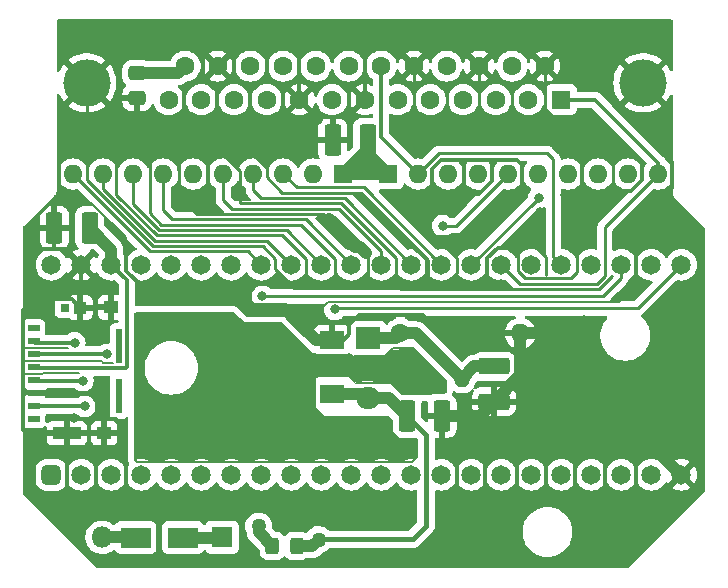
<source format=gbr>
%TF.GenerationSoftware,KiCad,Pcbnew,6.0.5-a6ca702e91~116~ubuntu21.10.1*%
%TF.CreationDate,2022-08-24T06:01:09-06:00*%
%TF.ProjectId,DB25m_F4Lite_THTV1_1,44423235-6d5f-4463-944c-6974655f5448,rev?*%
%TF.SameCoordinates,Original*%
%TF.FileFunction,Copper,L2,Bot*%
%TF.FilePolarity,Positive*%
%FSLAX46Y46*%
G04 Gerber Fmt 4.6, Leading zero omitted, Abs format (unit mm)*
G04 Created by KiCad (PCBNEW 6.0.5-a6ca702e91~116~ubuntu21.10.1) date 2022-08-24 06:01:09*
%MOMM*%
%LPD*%
G01*
G04 APERTURE LIST*
G04 Aperture macros list*
%AMRoundRect*
0 Rectangle with rounded corners*
0 $1 Rounding radius*
0 $2 $3 $4 $5 $6 $7 $8 $9 X,Y pos of 4 corners*
0 Add a 4 corners polygon primitive as box body*
4,1,4,$2,$3,$4,$5,$6,$7,$8,$9,$2,$3,0*
0 Add four circle primitives for the rounded corners*
1,1,$1+$1,$2,$3*
1,1,$1+$1,$4,$5*
1,1,$1+$1,$6,$7*
1,1,$1+$1,$8,$9*
0 Add four rect primitives between the rounded corners*
20,1,$1+$1,$2,$3,$4,$5,0*
20,1,$1+$1,$4,$5,$6,$7,0*
20,1,$1+$1,$6,$7,$8,$9,0*
20,1,$1+$1,$8,$9,$2,$3,0*%
G04 Aperture macros list end*
%TA.AperFunction,ComponentPad*%
%ADD10C,1.270000*%
%TD*%
%TA.AperFunction,ComponentPad*%
%ADD11R,1.600000X1.600000*%
%TD*%
%TA.AperFunction,ComponentPad*%
%ADD12O,1.600000X1.600000*%
%TD*%
%TA.AperFunction,ComponentPad*%
%ADD13R,1.800000X1.800000*%
%TD*%
%TA.AperFunction,ComponentPad*%
%ADD14O,1.800000X1.800000*%
%TD*%
%TA.AperFunction,ComponentPad*%
%ADD15RoundRect,0.412500X0.412500X-0.412500X0.412500X0.412500X-0.412500X0.412500X-0.412500X-0.412500X0*%
%TD*%
%TA.AperFunction,ComponentPad*%
%ADD16C,1.650000*%
%TD*%
%TA.AperFunction,ComponentPad*%
%ADD17C,4.000000*%
%TD*%
%TA.AperFunction,ComponentPad*%
%ADD18C,1.600000*%
%TD*%
%TA.AperFunction,SMDPad,CuDef*%
%ADD19RoundRect,0.250001X-0.462499X-1.074999X0.462499X-1.074999X0.462499X1.074999X-0.462499X1.074999X0*%
%TD*%
%TA.AperFunction,SMDPad,CuDef*%
%ADD20RoundRect,0.250001X0.462499X1.074999X-0.462499X1.074999X-0.462499X-1.074999X0.462499X-1.074999X0*%
%TD*%
%TA.AperFunction,SMDPad,CuDef*%
%ADD21R,0.550000X2.910000*%
%TD*%
%TA.AperFunction,SMDPad,CuDef*%
%ADD22R,1.000000X0.500000*%
%TD*%
%TA.AperFunction,SMDPad,CuDef*%
%ADD23R,0.780000X0.720000*%
%TD*%
%TA.AperFunction,SMDPad,CuDef*%
%ADD24R,1.200000X1.050000*%
%TD*%
%TA.AperFunction,SMDPad,CuDef*%
%ADD25R,2.390000X1.050000*%
%TD*%
%TA.AperFunction,SMDPad,CuDef*%
%ADD26R,1.080000X1.050000*%
%TD*%
%TA.AperFunction,SMDPad,CuDef*%
%ADD27RoundRect,0.250001X-1.074999X0.462499X-1.074999X-0.462499X1.074999X-0.462499X1.074999X0.462499X0*%
%TD*%
%TA.AperFunction,ComponentPad*%
%ADD28C,1.400000*%
%TD*%
%TA.AperFunction,ComponentPad*%
%ADD29O,1.400000X1.400000*%
%TD*%
%TA.AperFunction,ComponentPad*%
%ADD30R,2.000000X1.905000*%
%TD*%
%TA.AperFunction,ComponentPad*%
%ADD31O,2.000000X1.905000*%
%TD*%
%TA.AperFunction,SMDPad,CuDef*%
%ADD32RoundRect,0.250000X-0.475000X0.337500X-0.475000X-0.337500X0.475000X-0.337500X0.475000X0.337500X0*%
%TD*%
%TA.AperFunction,SMDPad,CuDef*%
%ADD33RoundRect,0.250000X-0.325000X-0.450000X0.325000X-0.450000X0.325000X0.450000X-0.325000X0.450000X0*%
%TD*%
%TA.AperFunction,SMDPad,CuDef*%
%ADD34R,2.500000X1.800000*%
%TD*%
%TA.AperFunction,SMDPad,CuDef*%
%ADD35R,2.000000X1.500000*%
%TD*%
%TA.AperFunction,SMDPad,CuDef*%
%ADD36R,2.000000X3.800000*%
%TD*%
%TA.AperFunction,ViaPad*%
%ADD37C,0.800000*%
%TD*%
%TA.AperFunction,Conductor*%
%ADD38C,0.330000*%
%TD*%
%TA.AperFunction,Conductor*%
%ADD39C,0.250000*%
%TD*%
%TA.AperFunction,Conductor*%
%ADD40C,0.140000*%
%TD*%
%TA.AperFunction,Conductor*%
%ADD41C,1.000000*%
%TD*%
%TA.AperFunction,Conductor*%
%ADD42C,0.450000*%
%TD*%
G04 APERTURE END LIST*
D10*
%TO.P,F1,1*%
%TO.N,+5VP*%
X126830000Y-88640000D03*
%TO.P,F1,2*%
%TO.N,+5F*%
X131910000Y-89783000D03*
%TD*%
D11*
%TO.P,RN1,1,common*%
%TO.N,+2V8*%
X133982460Y-58831480D03*
D12*
%TO.P,RN1,2,R1*%
%TO.N,DBP*%
X131442460Y-58831480D03*
%TO.P,RN1,3,R2*%
%TO.N,DB0*%
X128902460Y-58831480D03*
%TO.P,RN1,4,R3*%
%TO.N,DB1*%
X126362460Y-58831480D03*
%TO.P,RN1,5,R4*%
%TO.N,DB2*%
X123822460Y-58831480D03*
%TO.P,RN1,6,R5*%
%TO.N,DB3*%
X121282460Y-58831480D03*
%TO.P,RN1,7,R6*%
%TO.N,DB4*%
X118742460Y-58831480D03*
%TO.P,RN1,8,R7*%
%TO.N,DB5*%
X116202460Y-58831480D03*
%TO.P,RN1,9,R8*%
%TO.N,DB6*%
X113662460Y-58831480D03*
%TO.P,RN1,10,R9*%
%TO.N,DB7*%
X111122460Y-58831480D03*
%TD*%
D11*
%TO.P,RN2,1,common*%
%TO.N,+2V8*%
X137792460Y-58831480D03*
D12*
%TO.P,RN2,2,R1*%
%TO.N,SEL*%
X140332460Y-58831480D03*
%TO.P,RN2,3,R2*%
%TO.N,BSY*%
X142872460Y-58831480D03*
%TO.P,RN2,4,R3*%
%TO.N,ACK*%
X145412460Y-58831480D03*
%TO.P,RN2,5,R4*%
%TO.N,ATN*%
X147952460Y-58831480D03*
%TO.P,RN2,6,R5*%
%TO.N,RST*%
X150492460Y-58831480D03*
%TO.P,RN2,7,R6*%
%TO.N,IO*%
X153032460Y-58831480D03*
%TO.P,RN2,8,R7*%
%TO.N,CD*%
X155572460Y-58831480D03*
%TO.P,RN2,9,R8*%
%TO.N,MSG*%
X158112460Y-58831480D03*
%TO.P,RN2,10,R9*%
%TO.N,REQ*%
X160652460Y-58831480D03*
%TD*%
D13*
%TO.P,D1,1,K*%
%TO.N,+5VP*%
X123730000Y-89600000D03*
D14*
%TO.P,D1,2,A*%
%TO.N,+5V*%
X113570000Y-89600000D03*
%TD*%
D15*
%TO.P,U2,1,Ho*%
%TO.N,unconnected-(U2-Pad1)*%
X109284675Y-84301342D03*
D16*
%TO.P,U2,2,Hi*%
%TO.N,unconnected-(U2-Pad2)*%
X111824675Y-84301342D03*
%TO.P,U2,3,RST*%
%TO.N,unconnected-(U2-Pad3)*%
X114364675Y-84301342D03*
%TO.P,U2,4,V-*%
%TO.N,unconnected-(U2-Pad4)*%
X116904675Y-84301342D03*
%TO.P,U2,5,V+*%
%TO.N,unconnected-(U2-Pad5)*%
X119444675Y-84301342D03*
%TO.P,U2,6,A0*%
%TO.N,unconnected-(U2-Pad6)*%
X121984675Y-84301342D03*
%TO.P,U2,7,A1*%
%TO.N,unconnected-(U2-Pad7)*%
X124524675Y-84301342D03*
%TO.P,U2,8,A2*%
%TO.N,unconnected-(U2-Pad8)*%
X127064675Y-84301342D03*
%TO.P,U2,9,A3*%
%TO.N,unconnected-(U2-Pad9)*%
X129604675Y-84301342D03*
%TO.P,U2,10,SD_CD_CS_A4*%
%TO.N,SD_CS*%
X132144675Y-84301342D03*
%TO.P,U2,11,SD_CLK_A5*%
%TO.N,SD_CLK*%
X134684675Y-84301342D03*
%TO.P,U2,12,SD_DAT0_MISO_A6*%
%TO.N,SD_MISO*%
X137224675Y-84301342D03*
%TO.P,U2,13,SD_CMD_MOSI_A7*%
%TO.N,SD_MOSI*%
X139764675Y-84301342D03*
%TO.P,U2,14,ATN_A8*%
%TO.N,ATN*%
X142304675Y-84301342D03*
%TO.P,U2,15,BSY_A9*%
%TO.N,BSY*%
X144844675Y-84301342D03*
%TO.P,U2,16,ACK_A10*%
%TO.N,ACK*%
X147384675Y-84301342D03*
%TO.P,U2,17,A11*%
%TO.N,unconnected-(U2-Pad17)*%
X149924675Y-84301342D03*
%TO.P,U2,18,A12*%
%TO.N,unconnected-(U2-Pad18)*%
X152464675Y-84301342D03*
%TO.P,U2,19,A13*%
%TO.N,unconnected-(U2-Pad19)*%
X155004675Y-84301342D03*
%TO.P,U2,20,A14*%
%TO.N,unconnected-(U2-Pad20)*%
X157544675Y-84301342D03*
%TO.P,U2,21,RST_A15*%
%TO.N,RST*%
X160084675Y-84301342D03*
%TO.P,U2,22,GND*%
%TO.N,GND*%
X162624675Y-84301342D03*
%TO.P,U2,23,DBP_B0*%
%TO.N,DBP*%
X162624675Y-66521342D03*
%TO.P,U2,24,B1*%
%TO.N,unconnected-(U2-Pad24)*%
X160084675Y-66521342D03*
%TO.P,U2,25,DB3_B2*%
%TO.N,DB3*%
X157544675Y-66521342D03*
%TO.P,U2,26,MSG_B3*%
%TO.N,MSG*%
X155004675Y-66521342D03*
%TO.P,U2,27,SEL_B4*%
%TO.N,SEL*%
X152464675Y-66521342D03*
%TO.P,U2,28,CD_B5*%
%TO.N,CD*%
X149924675Y-66521342D03*
%TO.P,U2,29,REQ_B6*%
%TO.N,REQ*%
X147384675Y-66521342D03*
%TO.P,U2,30,IO_B7*%
%TO.N,IO*%
X144844675Y-66521342D03*
%TO.P,U2,31,DB0_B8*%
%TO.N,DB0*%
X142304675Y-66521342D03*
%TO.P,U2,32,DB1_B9*%
%TO.N,DB1*%
X139764675Y-66521342D03*
%TO.P,U2,33,DB2_B10*%
%TO.N,DB2*%
X137224675Y-66521342D03*
%TO.P,U2,34,DB4_B12*%
%TO.N,DB4*%
X134684675Y-66521342D03*
%TO.P,U2,35,DB5_B13*%
%TO.N,DB5*%
X132144675Y-66521342D03*
%TO.P,U2,36,DB6_B14*%
%TO.N,DB6*%
X129604675Y-66521342D03*
%TO.P,U2,37,DB7_B15*%
%TO.N,DB7*%
X127064675Y-66521342D03*
%TO.P,U2,38,C15*%
%TO.N,unconnected-(U2-Pad38)*%
X124524675Y-66521342D03*
%TO.P,U2,39,C14*%
%TO.N,unconnected-(U2-Pad39)*%
X121984675Y-66521342D03*
%TO.P,U2,40,C13*%
%TO.N,unconnected-(U2-Pad40)*%
X119444675Y-66521342D03*
%TO.P,U2,41,VB*%
%TO.N,unconnected-(U2-Pad41)*%
X116904675Y-66521342D03*
%TO.P,U2,42,3.3v*%
%TO.N,+3V3*%
X114364675Y-66521342D03*
%TO.P,U2,43,GND*%
%TO.N,GND*%
X111824675Y-66521342D03*
%TO.P,U2,44,5V*%
%TO.N,+5VP*%
X109284675Y-66521342D03*
%TD*%
D17*
%TO.P,J6,0,PAD*%
%TO.N,GND*%
X112280800Y-51114820D03*
X159380800Y-51114820D03*
D11*
%TO.P,J6,1,1*%
%TO.N,REQ*%
X152450800Y-52534820D03*
D18*
%TO.P,J6,2,2*%
%TO.N,MSG*%
X149680800Y-52534820D03*
%TO.P,J6,3,3*%
%TO.N,IO*%
X146910800Y-52534820D03*
%TO.P,J6,4,4*%
%TO.N,RST*%
X144140800Y-52534820D03*
%TO.P,J6,5,5*%
%TO.N,ACK*%
X141370800Y-52534820D03*
%TO.P,J6,6,6*%
%TO.N,BSY*%
X138600800Y-52534820D03*
%TO.P,J6,7,7*%
%TO.N,GND*%
X135830800Y-52534820D03*
%TO.P,J6,8,8*%
%TO.N,DB0*%
X133060800Y-52534820D03*
%TO.P,J6,9,9*%
%TO.N,GND*%
X130290800Y-52534820D03*
%TO.P,J6,10,10*%
%TO.N,DB3*%
X127520800Y-52534820D03*
%TO.P,J6,11,11*%
%TO.N,DB5*%
X124750800Y-52534820D03*
%TO.P,J6,12,12*%
%TO.N,DB6*%
X121980800Y-52534820D03*
%TO.P,J6,13,13*%
%TO.N,DB7*%
X119210800Y-52534820D03*
%TO.P,J6,14,P14*%
%TO.N,GND*%
X151065800Y-49694820D03*
%TO.P,J6,15,P15*%
%TO.N,CD*%
X148295800Y-49694820D03*
%TO.P,J6,16,P16*%
%TO.N,GND*%
X145525800Y-49694820D03*
%TO.P,J6,17,P17*%
%TO.N,ATN*%
X142755800Y-49694820D03*
%TO.P,J6,18,P18*%
%TO.N,GND*%
X139985800Y-49694820D03*
%TO.P,J6,19,P19*%
%TO.N,SEL*%
X137215800Y-49694820D03*
%TO.P,J6,20,P20*%
%TO.N,DBP*%
X134445800Y-49694820D03*
%TO.P,J6,21,P21*%
%TO.N,DB1*%
X131675800Y-49694820D03*
%TO.P,J6,22,P22*%
%TO.N,DB2*%
X128905800Y-49694820D03*
%TO.P,J6,23,P23*%
%TO.N,DB4*%
X126135800Y-49694820D03*
%TO.P,J6,24,P24*%
%TO.N,GND*%
X123365800Y-49694820D03*
%TO.P,J6,25,P25*%
%TO.N,+5V*%
X120595800Y-49694820D03*
%TD*%
D19*
%TO.P,C2,1*%
%TO.N,+5F*%
X139398915Y-79310243D03*
%TO.P,C2,2*%
%TO.N,GND*%
X142373915Y-79310243D03*
%TD*%
D20*
%TO.P,C3,1*%
%TO.N,+2V8*%
X136064320Y-55928260D03*
%TO.P,C3,2*%
%TO.N,GND*%
X133089320Y-55928260D03*
%TD*%
D21*
%TO.P,J5,*%
%TO.N,*%
X115012153Y-77596202D03*
X115012153Y-73406202D03*
D22*
%TO.P,J5,1,DAT2*%
%TO.N,unconnected-(J5-Pad1)*%
X107777153Y-71901202D03*
%TO.P,J5,2,CD/CS/DAT3*%
%TO.N,SD_CS*%
X107777153Y-73001202D03*
%TO.P,J5,3,CMD/MOSI*%
%TO.N,SD_MOSI*%
X107777153Y-74101202D03*
%TO.P,J5,4,VDD*%
%TO.N,+3V3*%
X107777153Y-75201202D03*
%TO.P,J5,5,CLK*%
%TO.N,SD_CLK*%
X107777153Y-76301202D03*
%TO.P,J5,6,VSS*%
%TO.N,GND*%
X107777153Y-77401202D03*
%TO.P,J5,7,DAT0/MISO*%
%TO.N,SD_MISO*%
X107777153Y-78501202D03*
%TO.P,J5,8,DAT1*%
%TO.N,unconnected-(J5-Pad8)*%
X107777153Y-79601202D03*
D23*
%TO.P,J5,9,DET*%
%TO.N,unconnected-(J5-Pad9)*%
X110457153Y-70141202D03*
D24*
%TO.P,J5,10,GND_1*%
%TO.N,GND*%
X113767153Y-80776202D03*
D25*
%TO.P,J5,11,GND_2*%
X110582153Y-80776202D03*
D24*
%TO.P,J5,12,GND_3*%
X114337153Y-70131202D03*
D26*
%TO.P,J5,13,GND_4*%
X111727153Y-70141202D03*
%TD*%
D27*
%TO.P,C1,1*%
%TO.N,Net-(C1-Pad1)*%
X146764914Y-75128742D03*
%TO.P,C1,2*%
%TO.N,GND*%
X146764914Y-78103742D03*
%TD*%
D18*
%TO.P,R1,1*%
%TO.N,Net-(C1-Pad1)*%
X138827414Y-72325242D03*
D12*
%TO.P,R1,2*%
%TO.N,GND*%
X148987414Y-72325242D03*
%TD*%
D28*
%TO.P,R2,1*%
%TO.N,+2V8*%
X138954414Y-76198744D03*
D29*
%TO.P,R2,2*%
%TO.N,Net-(C1-Pad1)*%
X144034414Y-76198744D03*
%TD*%
D30*
%TO.P,U1,1,GND*%
%TO.N,Net-(C1-Pad1)*%
X136096914Y-72706244D03*
D31*
%TO.P,U1,2,VO*%
%TO.N,+2V8*%
X136096914Y-75246244D03*
%TO.P,U1,3,VI*%
%TO.N,+5F*%
X136096914Y-77786244D03*
%TD*%
D20*
%TO.P,C4,1*%
%TO.N,+3V3*%
X112522000Y-63383160D03*
%TO.P,C4,2*%
%TO.N,GND*%
X109547000Y-63383160D03*
%TD*%
D32*
%TO.P,C5,1*%
%TO.N,+5V*%
X116535200Y-50299800D03*
%TO.P,C5,2*%
%TO.N,GND*%
X116535200Y-52374800D03*
%TD*%
D33*
%TO.P,F2,1*%
%TO.N,+5VP*%
X127998000Y-90322400D03*
%TO.P,F2,2*%
%TO.N,+5F*%
X130048000Y-90322400D03*
%TD*%
D34*
%TO.P,D2,1,K*%
%TO.N,+5VP*%
X120414800Y-89611200D03*
%TO.P,D2,2,A*%
%TO.N,+5V*%
X116414800Y-89611200D03*
%TD*%
D35*
%TO.P,U3,1,GND*%
%TO.N,GND*%
X133045600Y-72884000D03*
D36*
%TO.P,U3,2,VO*%
%TO.N,+2V8*%
X126745600Y-75184000D03*
D35*
X133045600Y-75184000D03*
%TO.P,U3,3,VI*%
%TO.N,+5F*%
X133045600Y-77484000D03*
%TD*%
D37*
%TO.N,GND*%
X150868380Y-72293480D03*
X160020000Y-76339700D03*
X154734260Y-54170580D03*
X150693120Y-62085220D03*
X147302220Y-72293480D03*
X158140400Y-88747600D03*
X113030000Y-72707500D03*
X142308580Y-68300600D03*
X109931418Y-77401202D03*
X143838917Y-79310243D03*
X111112518Y-77401202D03*
X123355100Y-68940680D03*
X149042120Y-78094840D03*
X130916680Y-68084700D03*
X134344410Y-64240410D03*
X140987780Y-62222380D03*
X138264900Y-60754260D03*
X152737820Y-60632340D03*
X131826069Y-54279869D03*
X132247640Y-62727840D03*
X153330000Y-64510000D03*
X158400000Y-64570000D03*
X128338580Y-85549740D03*
X154409140Y-71206360D03*
X144518380Y-54480460D03*
X125237459Y-60726101D03*
X143611600Y-82219800D03*
X139486640Y-86829900D03*
X138485880Y-68135500D03*
X111175800Y-79519780D03*
X159730000Y-61940000D03*
X144381220Y-60485020D03*
X113555780Y-76715620D03*
X142598140Y-86829900D03*
X148686520Y-82400140D03*
X120711706Y-86097634D03*
X158793180Y-68066920D03*
X111350000Y-89370000D03*
X144868900Y-64081660D03*
X121330720Y-61008260D03*
X141551660Y-60449460D03*
X143898620Y-72285860D03*
X158639676Y-82459664D03*
X111824675Y-68685505D03*
X147325080Y-61633100D03*
X147388580Y-68178680D03*
X118206520Y-69006720D03*
X127078740Y-54292500D03*
X111658400Y-86255860D03*
%TO.N,SD_CS*%
X111262160Y-73118980D03*
%TO.N,SD_CLK*%
X111955580Y-76316840D03*
%TO.N,SD_MISO*%
X112107980Y-78508860D03*
%TO.N,SD_MOSI*%
X113995200Y-74096880D03*
%TO.N,ATN*%
X142410180Y-63210440D03*
%TO.N,DBP*%
X133283960Y-70302120D03*
%TO.N,IO*%
X150533017Y-60833000D03*
%TO.N,DB3*%
X127144780Y-69187060D03*
%TD*%
D38*
%TO.N,GND*%
X111112518Y-77401202D02*
X112820151Y-77401202D01*
X109931418Y-77401202D02*
X111112518Y-77401202D01*
D39*
X138485880Y-68135500D02*
X138485880Y-68135500D01*
X144868900Y-64081660D02*
X144876520Y-64081660D01*
X147325080Y-61633100D02*
X149077461Y-59880719D01*
X134344410Y-64240410D02*
X136074674Y-65970674D01*
D40*
X158426150Y-68555870D02*
X157349901Y-69632119D01*
D39*
X125237459Y-60726101D02*
X125237459Y-61285339D01*
D41*
X143838917Y-79310243D02*
X145558415Y-79310243D01*
D38*
X138214100Y-60909200D02*
X137645140Y-60340240D01*
X111824675Y-68685505D02*
X111824675Y-70043680D01*
X111737153Y-70131202D02*
X111727153Y-70141202D01*
X106912152Y-74723248D02*
X106912152Y-73480672D01*
X124917200Y-50647600D02*
X124866400Y-50596800D01*
X114928258Y-80776202D02*
X115305840Y-80398620D01*
X122108220Y-50952400D02*
X121716800Y-50952400D01*
D39*
X144518380Y-54480460D02*
X147518120Y-54480460D01*
D38*
X161817461Y-60043919D02*
X161817461Y-57814621D01*
D39*
X141154674Y-67135486D02*
X141154674Y-67951874D01*
D38*
X148686520Y-82400140D02*
X148686520Y-85364320D01*
D39*
X151140160Y-65833237D02*
X151140160Y-67388740D01*
D38*
X113767153Y-80776202D02*
X114987462Y-80776202D01*
X109547000Y-63383160D02*
X107673140Y-63383160D01*
X126847600Y-51104800D02*
X127000000Y-50952400D01*
D39*
X141104620Y-63446660D02*
X141739620Y-64081660D01*
D38*
X122910600Y-51282600D02*
X123291600Y-51663600D01*
X115305840Y-80126840D02*
X114764820Y-79585820D01*
D39*
X114787461Y-53621481D02*
X114787461Y-60587251D01*
D38*
X158798260Y-65504060D02*
X158798260Y-67457320D01*
D39*
X144876520Y-64081660D02*
X147325080Y-61633100D01*
D40*
X141104620Y-62219840D02*
X141104620Y-60896500D01*
D38*
X141551660Y-60449460D02*
X141551660Y-58428078D01*
D39*
X118027461Y-56451479D02*
X123107461Y-56451479D01*
D38*
X115305840Y-80398620D02*
X115305840Y-80126840D01*
X147388580Y-68178680D02*
X146517360Y-68178680D01*
D39*
X112280800Y-51114820D02*
X112280800Y-59353410D01*
X141952980Y-50929540D02*
X142763240Y-51739800D01*
D38*
X122910600Y-51282600D02*
X123774200Y-51282600D01*
X156653064Y-82459664D02*
X156194676Y-82918052D01*
D41*
X150648575Y-72325242D02*
X148987414Y-72325242D01*
D40*
X159730000Y-61940000D02*
X159730000Y-64572320D01*
D38*
X114337153Y-70131202D02*
X111737153Y-70131202D01*
X140335876Y-65331341D02*
X141114674Y-66110139D01*
D40*
X113697911Y-74791193D02*
X114467152Y-74791193D01*
D39*
X127520700Y-59114722D02*
X128827212Y-60421234D01*
D38*
X144381220Y-60485020D02*
X144381220Y-60063380D01*
D39*
X120129300Y-58488580D02*
X120129300Y-59789060D01*
D38*
X123291600Y-51663600D02*
X123342400Y-51714400D01*
X139524740Y-62219840D02*
X138214100Y-60909200D01*
X139768580Y-65026540D02*
X135298180Y-60556140D01*
X148721659Y-57666479D02*
X149117461Y-58062281D01*
D40*
X115625880Y-67134740D02*
X117226080Y-68734940D01*
D38*
X113103660Y-82999580D02*
X113103660Y-85143340D01*
D39*
X132325272Y-62221272D02*
X132781040Y-62677040D01*
X127166666Y-64921331D02*
X128259840Y-66014505D01*
D38*
X131826069Y-54180671D02*
X132011420Y-53995320D01*
D40*
X115603020Y-64191272D02*
X112663848Y-61252100D01*
D39*
X149943820Y-64636897D02*
X151140160Y-65833237D01*
D38*
X106912152Y-80496152D02*
X107121960Y-80705960D01*
D40*
X120129300Y-60314840D02*
X120129300Y-60724104D01*
X106954199Y-74681201D02*
X113587919Y-74681201D01*
D39*
X154190700Y-58324718D02*
X154190700Y-59855100D01*
D38*
X161817461Y-57814621D02*
X161546540Y-57543700D01*
X128778000Y-51562000D02*
X128879600Y-51663600D01*
D41*
X123355100Y-68940680D02*
X124973080Y-68940680D01*
D38*
X122146060Y-57299860D02*
X122549920Y-57703720D01*
X156842460Y-60286900D02*
X158386780Y-60286900D01*
X115603020Y-65887600D02*
X115603020Y-65613280D01*
D39*
X143588740Y-65930780D02*
X143588740Y-67198240D01*
D38*
X159301180Y-58295998D02*
X159301180Y-57779920D01*
X141104620Y-62219840D02*
X139524740Y-62219840D01*
X135298180Y-60556140D02*
X134922260Y-60556140D01*
D39*
X130810000Y-66024665D02*
X130810000Y-68115180D01*
D40*
X158798260Y-67170300D02*
X158798260Y-67457320D01*
D38*
X109547000Y-63383160D02*
X109547000Y-65095780D01*
X120129300Y-57998360D02*
X120129300Y-57688480D01*
D39*
X112280800Y-51114820D02*
X117617459Y-56451479D01*
D40*
X159730000Y-64572320D02*
X158856680Y-65445640D01*
D38*
X124002800Y-51054000D02*
X124917200Y-51054000D01*
X110314740Y-61053980D02*
X109957459Y-60696699D01*
X106912152Y-77654408D02*
X106912152Y-78444348D01*
X149117461Y-59840719D02*
X149077461Y-59880719D01*
X107276682Y-77401202D02*
X106912152Y-77036672D01*
X107868179Y-69416201D02*
X111002152Y-69416201D01*
D39*
X132781040Y-62677040D02*
X134344410Y-64240410D01*
D38*
X120129300Y-59789060D02*
X120129300Y-60724104D01*
D39*
X120129300Y-59789060D02*
X120129300Y-60314840D01*
D38*
X120129300Y-58488580D02*
X120129300Y-57998360D01*
X111824675Y-66521342D02*
X111824675Y-68685505D01*
X122108220Y-50952400D02*
X122108220Y-48905420D01*
D41*
X135006361Y-64996341D02*
X135416676Y-64996341D01*
D38*
X149117461Y-58062281D02*
X149117461Y-59840719D01*
X144381220Y-60485020D02*
X145483122Y-60485020D01*
X107777153Y-77401202D02*
X107276682Y-77401202D01*
D39*
X125237459Y-61285339D02*
X125273373Y-61321253D01*
X139985800Y-49694820D02*
X139985800Y-54811980D01*
D41*
X125933200Y-69900800D02*
X126318971Y-70286571D01*
D38*
X121716800Y-50952400D02*
X121361200Y-50952400D01*
D39*
X139985800Y-49694820D02*
X141220520Y-50929540D01*
X129867351Y-68486020D02*
X141538960Y-68486020D01*
D41*
X133045600Y-72884000D02*
X131659600Y-72884000D01*
D40*
X132724601Y-69632119D02*
X132438140Y-69918580D01*
D41*
X132781040Y-62771020D02*
X135006361Y-64996341D01*
D38*
X134132320Y-53995320D02*
X134132320Y-53573680D01*
X106912152Y-77036672D02*
X106912152Y-75757028D01*
X113767153Y-80776202D02*
X113767153Y-82336087D01*
X114764820Y-79585820D02*
X114233960Y-79585820D01*
X120700800Y-51612800D02*
X120548400Y-51765200D01*
D39*
X155653628Y-68571362D02*
X156773161Y-67451830D01*
D40*
X108547154Y-75661213D02*
X111619605Y-75661213D01*
D38*
X113767153Y-78348204D02*
X113767153Y-80776202D01*
D39*
X138921742Y-68571362D02*
X155653628Y-68571362D01*
D38*
X144247459Y-57680001D02*
X144260981Y-57666479D01*
D39*
X135485854Y-60421234D02*
X138361420Y-63296800D01*
D40*
X141104620Y-60896500D02*
X141551660Y-60449460D01*
D38*
X109547000Y-65095780D02*
X109454896Y-65187884D01*
X135830800Y-48302400D02*
X135534400Y-48006000D01*
D40*
X158798260Y-67784980D02*
X157022126Y-69561114D01*
D38*
X127254000Y-50952400D02*
X127254000Y-50800000D01*
X127254000Y-50952400D02*
X127609600Y-50952400D01*
X128168400Y-50952400D02*
X128778000Y-51562000D01*
X110491216Y-65187884D02*
X109454896Y-65187884D01*
D39*
X153827480Y-67100537D02*
X153827480Y-65483740D01*
X151065800Y-49694820D02*
X151065800Y-53334822D01*
X133827723Y-61321254D02*
X138485880Y-65979411D01*
D38*
X158639676Y-82459664D02*
X156653064Y-82459664D01*
D39*
X156842460Y-60286900D02*
X156842460Y-61442600D01*
D38*
X144381220Y-60063380D02*
X144247459Y-59929619D01*
X140766800Y-70764400D02*
X135357236Y-70764400D01*
X125755400Y-51282600D02*
X126669800Y-51282600D01*
X158400000Y-64570000D02*
X158400000Y-64988960D01*
X120129300Y-57688480D02*
X120517920Y-57299860D01*
D40*
X158798260Y-65504060D02*
X158798260Y-67170300D01*
D38*
X107678220Y-62801500D02*
X109189520Y-61290200D01*
D40*
X106985470Y-73553990D02*
X107714744Y-73553990D01*
D38*
X135830800Y-52534820D02*
X135830800Y-48302400D01*
D40*
X158798260Y-67457320D02*
X158798260Y-67784980D01*
D38*
X135357236Y-70764400D02*
X134518400Y-71603236D01*
X118206520Y-69006720D02*
X117599599Y-69006720D01*
X124917200Y-51054000D02*
X125526800Y-51054000D01*
X145483122Y-60485020D02*
X146577461Y-59390681D01*
X107673140Y-63383160D02*
X107678220Y-63378080D01*
X123709268Y-62181272D02*
X123709268Y-62012668D01*
X127508000Y-48717200D02*
X127457200Y-48666400D01*
X126085600Y-51612800D02*
X126085600Y-53187600D01*
D40*
X111824675Y-66521342D02*
X112919676Y-65426341D01*
X106912152Y-75757028D02*
X108451339Y-75757028D01*
D39*
X139985800Y-54811980D02*
X140922521Y-55748701D01*
D38*
X124917200Y-51054000D02*
X124917200Y-50647600D01*
D41*
X162624675Y-84301342D02*
X150648575Y-72325242D01*
D38*
X158386780Y-60286900D02*
X159301180Y-59372500D01*
D40*
X107714744Y-73553990D02*
X110705568Y-73553990D01*
D38*
X142288260Y-72285860D02*
X140766800Y-70764400D01*
X125755400Y-51282600D02*
X126034800Y-51562000D01*
D40*
X106912152Y-73480672D02*
X106985470Y-73553990D01*
D38*
X126034800Y-51562000D02*
X126085600Y-51612800D01*
X110582153Y-80776202D02*
X110582153Y-85556647D01*
X122108220Y-48905420D02*
X122072400Y-48869600D01*
D39*
X148774674Y-67073343D02*
X149372674Y-67671343D01*
X151065800Y-53334822D02*
X154456798Y-56725820D01*
D38*
X121586468Y-62181272D02*
X123709268Y-62181272D01*
X117599599Y-69006720D02*
X115603020Y-67010141D01*
X140208001Y-65331341D02*
X140335876Y-65331341D01*
D39*
X128259840Y-66014505D02*
X128259840Y-66878509D01*
D38*
X134518400Y-72390000D02*
X134024400Y-72884000D01*
X124764800Y-50342800D02*
X124764800Y-48666400D01*
X146194674Y-67855994D02*
X146194674Y-65950141D01*
D41*
X124973080Y-68940680D02*
X125933200Y-69900800D01*
D38*
X159301180Y-59372500D02*
X159301180Y-58295998D01*
D40*
X115625880Y-65811947D02*
X115625880Y-67134740D01*
D39*
X141154674Y-66090054D02*
X141154674Y-67135486D01*
D38*
X141114674Y-66110139D02*
X141114674Y-67095486D01*
X123342400Y-51714400D02*
X123342400Y-53136800D01*
X106912152Y-78444348D02*
X106912152Y-77036672D01*
X158400000Y-64988960D02*
X158856680Y-65445640D01*
D40*
X120129300Y-60724104D02*
X121626468Y-62221272D01*
D39*
X117617459Y-56451479D02*
X118027461Y-56451479D01*
X148300440Y-53698140D02*
X148300440Y-51724560D01*
X130446628Y-63121293D02*
X133337300Y-66011965D01*
D38*
X110582153Y-80776202D02*
X113767153Y-80776202D01*
D39*
X138361420Y-63296800D02*
X140091160Y-65026540D01*
X154190700Y-64094360D02*
X154190700Y-64112140D01*
D38*
X144260981Y-57666479D02*
X146490279Y-57666479D01*
X144247459Y-59929619D02*
X144247459Y-57680001D01*
X134518400Y-71603236D02*
X134518400Y-72390000D01*
D40*
X113587919Y-74681201D02*
X113697911Y-74791193D01*
D38*
X130290800Y-52534820D02*
X130290800Y-48401200D01*
D39*
X125273373Y-61321253D02*
X133827723Y-61321254D01*
D38*
X121361200Y-50952400D02*
X120700800Y-51612800D01*
D39*
X128259840Y-66878509D02*
X129867351Y-68486020D01*
D38*
X141551660Y-58428078D02*
X142313259Y-57666479D01*
X107777153Y-77401202D02*
X107165358Y-77401202D01*
D39*
X118221521Y-64021311D02*
X128806646Y-64021311D01*
X112280800Y-51114820D02*
X114787461Y-53621481D01*
X117848721Y-64921331D02*
X127166666Y-64921331D01*
D38*
X158639676Y-82833376D02*
X158757620Y-82951320D01*
X154190700Y-59397442D02*
X154197461Y-59390681D01*
D39*
X136074674Y-65970674D02*
X136074674Y-67756294D01*
D38*
X132011420Y-53995320D02*
X134132320Y-53995320D01*
X158639676Y-82459664D02*
X154509636Y-82459664D01*
D39*
X133337300Y-66011965D02*
X133337300Y-68117720D01*
X149943820Y-62674500D02*
X148774674Y-63843646D01*
D40*
X157349901Y-69632119D02*
X132724601Y-69632119D01*
D38*
X109957459Y-60696699D02*
X109957459Y-57746041D01*
D39*
X117617459Y-56451479D02*
X117617459Y-62144429D01*
X149372674Y-67671343D02*
X153256674Y-67671343D01*
X141739620Y-64081660D02*
X143588740Y-65930780D01*
X149943820Y-62674500D02*
X149943820Y-63964820D01*
D40*
X158798260Y-67170300D02*
X158798260Y-68183760D01*
D39*
X145525800Y-49694820D02*
X145525800Y-52814822D01*
D38*
X146517360Y-68178680D02*
X146194674Y-67855994D01*
X150936960Y-82400140D02*
X151173180Y-82636360D01*
X107777153Y-77401202D02*
X109931418Y-77401202D01*
X143898620Y-72285860D02*
X142288260Y-72285860D01*
X146490279Y-57666479D02*
X148721659Y-57666479D01*
X154509636Y-82459664D02*
X153654676Y-83314624D01*
X134132320Y-53573680D02*
X134416800Y-53289200D01*
D39*
X127520700Y-58324718D02*
X127520700Y-59114722D01*
D38*
X127254000Y-50800000D02*
X127508000Y-50546000D01*
X131826069Y-54279869D02*
X131826069Y-54180671D01*
D41*
X145558415Y-79310243D02*
X146764914Y-78103743D01*
D39*
X128806646Y-64021311D02*
X130810000Y-66024665D01*
D38*
X111002152Y-69416201D02*
X111727153Y-70141202D01*
X146034676Y-82674544D02*
X146034676Y-85524256D01*
X146577461Y-57753661D02*
X146490279Y-57666479D01*
X124866400Y-50596800D02*
X124764800Y-50495200D01*
X111824675Y-70043680D02*
X111727153Y-70141202D01*
X147070015Y-65074800D02*
X147955000Y-65074800D01*
D41*
X148987414Y-72325242D02*
X148987412Y-75881245D01*
X131659600Y-72884000D02*
X129062171Y-70286571D01*
D38*
X123365800Y-49694820D02*
X122108220Y-50952400D01*
D39*
X147518120Y-54480460D02*
X148300440Y-53698140D01*
D38*
X146309080Y-82400140D02*
X146034676Y-82674544D01*
X153654676Y-83314624D02*
X153654676Y-86080516D01*
D39*
X141739620Y-64081660D02*
X144868900Y-64081660D01*
D38*
X159921380Y-61940000D02*
X161817461Y-60043919D01*
D39*
X140091160Y-65026540D02*
X141154674Y-66090054D01*
D38*
X139768580Y-65026540D02*
X139903200Y-65026540D01*
D41*
X132781040Y-62677040D02*
X132781040Y-62771020D01*
D38*
X156194676Y-82918052D02*
X156194676Y-85427736D01*
D41*
X135416676Y-64996341D02*
X135954675Y-65534340D01*
D38*
X142313259Y-57666479D02*
X144260981Y-57666479D01*
X115603020Y-67010141D02*
X115603020Y-65887600D01*
D39*
X128827212Y-60421234D02*
X135485854Y-60421234D01*
D40*
X115603020Y-65887600D02*
X115603020Y-64191272D01*
D38*
X127000000Y-50952400D02*
X127254000Y-50952400D01*
D39*
X140922521Y-55748701D02*
X148459679Y-55748701D01*
D38*
X141114674Y-67095486D02*
X141154674Y-67135486D01*
X107165358Y-77401202D02*
X106912152Y-77654408D01*
D39*
X156842460Y-61442600D02*
X154190700Y-64094360D01*
X114787461Y-60587251D02*
X118221521Y-64021311D01*
D38*
X114987462Y-80776202D02*
X115638580Y-81427320D01*
X120517920Y-57299860D02*
X122146060Y-57299860D01*
X106912152Y-70372228D02*
X107868179Y-69416201D01*
X139903200Y-65026540D02*
X140208001Y-65331341D01*
X120548400Y-51765200D02*
X120548400Y-53187600D01*
D39*
X125647461Y-56451479D02*
X127520700Y-58324718D01*
X155684220Y-56725820D02*
X156842460Y-57884060D01*
D38*
X134416800Y-53289200D02*
X134467600Y-53238400D01*
D39*
X123107461Y-56451479D02*
X125237459Y-58581477D01*
D38*
X134024400Y-72884000D02*
X133045600Y-72884000D01*
X146194674Y-65950141D02*
X147070015Y-65074800D01*
D39*
X148774674Y-63843646D02*
X148774674Y-67073343D01*
D38*
X109454896Y-65187884D02*
X108570976Y-65187884D01*
D39*
X154190700Y-59855100D02*
X154190700Y-64094360D01*
D38*
X130290800Y-48401200D02*
X130098800Y-48209200D01*
X126669800Y-51282600D02*
X126847600Y-51104800D01*
D39*
X121626468Y-62221272D02*
X132325272Y-62221272D01*
D38*
X113767153Y-82336087D02*
X113103660Y-82999580D01*
X125526800Y-51054000D02*
X125755400Y-51282600D01*
D40*
X132438140Y-69918580D02*
X126306580Y-69918580D01*
D38*
X122108220Y-50952400D02*
X122580400Y-50952400D01*
D40*
X112663848Y-61252100D02*
X112379760Y-61252100D01*
D41*
X148987412Y-75881245D02*
X146764914Y-78103743D01*
D38*
X154197461Y-59390681D02*
X154197461Y-57832401D01*
D39*
X138485880Y-65979411D02*
X138485880Y-68135500D01*
D38*
X106912152Y-78444348D02*
X106912152Y-80496152D01*
X158757620Y-82951320D02*
X158757620Y-85653880D01*
D40*
X157022126Y-69561114D02*
X156570680Y-69561114D01*
D41*
X129062171Y-70286571D02*
X128239829Y-70286571D01*
D38*
X113767153Y-80776202D02*
X114928258Y-80776202D01*
X127508000Y-50546000D02*
X127508000Y-48717200D01*
X158639676Y-82459664D02*
X158639676Y-82833376D01*
X151173180Y-82636360D02*
X151173180Y-85369400D01*
X111824675Y-66521342D02*
X110491216Y-65187884D01*
X134467600Y-53238400D02*
X134467600Y-52070000D01*
X120129300Y-60724104D02*
X121586468Y-62181272D01*
D39*
X141220520Y-50929540D02*
X141952980Y-50929540D01*
D38*
X128879600Y-51663600D02*
X128879600Y-53238400D01*
X107678220Y-63378080D02*
X107678220Y-62801500D01*
X112820151Y-77401202D02*
X113767153Y-78348204D01*
X148686520Y-82400140D02*
X150936960Y-82400140D01*
D41*
X142373913Y-79310243D02*
X143838917Y-79310243D01*
X126318971Y-70286571D02*
X128239829Y-70286571D01*
D38*
X148686520Y-82400140D02*
X146309080Y-82400140D01*
D39*
X125237459Y-58581477D02*
X125237459Y-60726101D01*
D38*
X115638580Y-81427320D02*
X115638580Y-85709760D01*
D39*
X153256674Y-67671343D02*
X153827480Y-67100537D01*
D38*
X122580400Y-50952400D02*
X122910600Y-51282600D01*
X106912152Y-75757028D02*
X106912152Y-74723248D01*
D40*
X158856680Y-65445640D02*
X158798260Y-65504060D01*
D38*
X106912152Y-73480672D02*
X106912152Y-70372228D01*
X159730000Y-61940000D02*
X159921380Y-61940000D01*
D40*
X158798260Y-68183760D02*
X158426150Y-68555870D01*
D39*
X117617459Y-62144429D02*
X118594321Y-63121291D01*
D40*
X108451339Y-75757028D02*
X108547154Y-75661213D01*
D39*
X149943820Y-63964820D02*
X149943820Y-64636897D01*
D38*
X123901200Y-51155600D02*
X124002800Y-51054000D01*
X109547000Y-63383160D02*
X109547000Y-64284200D01*
D39*
X141104620Y-62219840D02*
X141104620Y-63446660D01*
D38*
X122549920Y-57703720D02*
X122549920Y-59852560D01*
D39*
X156842460Y-57884060D02*
X156842460Y-60286900D01*
D38*
X143611600Y-82219800D02*
X143611600Y-85092540D01*
D40*
X106912152Y-74723248D02*
X106954199Y-74681201D01*
D39*
X112280800Y-59353410D02*
X117848721Y-64921331D01*
D38*
X154190700Y-59855100D02*
X154190700Y-59397442D01*
D39*
X142763240Y-51739800D02*
X142763240Y-52997100D01*
X138485880Y-68135500D02*
X138921742Y-68571362D01*
D38*
X127609600Y-50952400D02*
X128168400Y-50952400D01*
D39*
X120122918Y-58482198D02*
X120129300Y-58488580D01*
X123107461Y-56451479D02*
X125647461Y-56451479D01*
D38*
X146577461Y-59390681D02*
X146577461Y-57753661D01*
D39*
X154456798Y-56725820D02*
X155684220Y-56725820D01*
D38*
X124764800Y-50495200D02*
X124764800Y-50342800D01*
D39*
X118594321Y-63121291D02*
X130446628Y-63121293D01*
D38*
X123774200Y-51282600D02*
X123901200Y-51155600D01*
D41*
%TO.N,+2V8*%
X136779000Y-58831480D02*
X137792460Y-58831480D01*
X133045600Y-75184000D02*
X137939670Y-75184000D01*
D40*
X138120120Y-79768700D02*
X137749280Y-79397860D01*
X116387880Y-70645020D02*
X116387880Y-83080860D01*
D41*
X136064320Y-56749620D02*
X133982460Y-58831480D01*
X136064320Y-57669100D02*
X135473440Y-58259980D01*
D40*
X134691120Y-74117200D02*
X131368800Y-74117200D01*
X131622800Y-78638400D02*
X131622800Y-76098400D01*
D41*
X135473440Y-58259980D02*
X136207500Y-58259980D01*
D40*
X131368800Y-74117200D02*
X131318000Y-74066400D01*
X142659100Y-77246480D02*
X142534640Y-77370940D01*
X140629640Y-77464920D02*
X139001500Y-77464920D01*
D41*
X136207500Y-58259980D02*
X136779000Y-58831480D01*
D40*
X140233400Y-81310480D02*
X140167360Y-81244440D01*
X132382260Y-79397860D02*
X131622800Y-78638400D01*
D41*
X136064320Y-55928260D02*
X136064320Y-56749620D01*
D40*
X131622800Y-76098400D02*
X131826000Y-75895200D01*
X140167360Y-81244440D02*
X138706860Y-81244440D01*
D41*
X136100820Y-57139840D02*
X137792460Y-58831480D01*
D40*
X134858760Y-74284840D02*
X134691120Y-74117200D01*
D41*
X136100820Y-55786020D02*
X136100820Y-57139840D01*
D40*
X140629640Y-77464920D02*
X141422120Y-77464920D01*
X139851379Y-83206341D02*
X140233400Y-82824320D01*
X134858760Y-74284840D02*
X135820164Y-75246244D01*
X124663200Y-70561200D02*
X116484400Y-70561200D01*
X142659100Y-76380340D02*
X142659100Y-77246480D01*
X135820164Y-75246244D02*
X136096914Y-75246244D01*
X134467600Y-75895200D02*
X134975600Y-76403200D01*
D41*
X133045600Y-75184000D02*
X130911600Y-75184000D01*
D40*
X134947660Y-74234040D02*
X137563860Y-74234040D01*
X139001500Y-77464920D02*
X138041380Y-76504800D01*
X125577600Y-71475600D02*
X124663200Y-70561200D01*
X128727200Y-71475600D02*
X125577600Y-71475600D01*
X139872720Y-73593960D02*
X142659100Y-76380340D01*
X137563860Y-74234040D02*
X138203940Y-73593960D01*
D41*
X136064320Y-55928260D02*
X136064320Y-57669100D01*
D40*
X138203940Y-73593960D02*
X139872720Y-73593960D01*
X137749280Y-79397860D02*
X132382260Y-79397860D01*
X138706860Y-81244440D02*
X138120120Y-80657700D01*
X142534640Y-77370940D02*
X141493240Y-77370940D01*
X140233400Y-82824320D02*
X140233400Y-81310480D01*
D41*
X137939670Y-75184000D02*
X138954414Y-76198744D01*
D40*
X116387880Y-83080860D02*
X116513361Y-83206341D01*
X138120120Y-80657700D02*
X138120120Y-79768700D01*
X116400580Y-70632320D02*
X116387880Y-70645020D01*
D41*
X133982460Y-58831480D02*
X136779000Y-58831480D01*
D40*
X131826000Y-75895200D02*
X134467600Y-75895200D01*
X138041380Y-76504800D02*
X135054340Y-76504800D01*
X116513361Y-83206341D02*
X139851379Y-83206341D01*
X131257040Y-74005440D02*
X128727200Y-71475600D01*
D41*
%TO.N,+5V*%
X116535200Y-50299800D02*
X119990820Y-50299800D01*
X119990820Y-50299800D02*
X120595800Y-49694820D01*
X116403600Y-89600000D02*
X116414800Y-89611200D01*
X113570000Y-89600000D02*
X116403600Y-89600000D01*
D38*
%TO.N,SD_CS*%
X107894931Y-73118980D02*
X107777153Y-73001202D01*
X111262160Y-73118980D02*
X107894931Y-73118980D01*
%TO.N,SD_CLK*%
X111955580Y-76316840D02*
X107792791Y-76316840D01*
X107792791Y-76316840D02*
X107777153Y-76301202D01*
%TO.N,SD_MISO*%
X107784811Y-78508860D02*
X107777153Y-78501202D01*
X112107980Y-78508860D02*
X107784811Y-78508860D01*
%TO.N,SD_MOSI*%
X107781475Y-74096880D02*
X107777153Y-74101202D01*
X113995200Y-74096880D02*
X107781475Y-74096880D01*
D39*
%TO.N,ATN*%
X143573500Y-63210440D02*
X142410180Y-63210440D01*
X147952460Y-58831480D02*
X143573500Y-63210440D01*
%TO.N,DBP*%
X133371629Y-70214451D02*
X158931566Y-70214451D01*
X158931566Y-70214451D02*
X159189893Y-69956124D01*
X133283960Y-70302120D02*
X133371629Y-70214451D01*
X159189893Y-69956124D02*
X162624675Y-66521342D01*
%TO.N,SEL*%
X151759920Y-65816587D02*
X152464675Y-66521342D01*
D38*
X137215800Y-49694820D02*
X137215800Y-55714820D01*
X137215800Y-55714820D02*
X140332460Y-58831480D01*
D39*
X142077440Y-57086500D02*
X151254460Y-57086500D01*
X151759920Y-57591960D02*
X151759920Y-65816587D01*
X140332460Y-58831480D02*
X142077440Y-57086500D01*
X151254460Y-57086500D02*
X151759920Y-57591960D01*
%TO.N,REQ*%
X156154676Y-67433904D02*
X156154676Y-63329264D01*
D38*
X155310840Y-52534820D02*
X160652460Y-57876440D01*
D39*
X147384675Y-66521342D02*
X148984686Y-68121353D01*
D38*
X152450800Y-52534820D02*
X155310840Y-52534820D01*
D39*
X160652460Y-58831480D02*
X157634940Y-61849000D01*
X148984686Y-68121353D02*
X155467227Y-68121353D01*
X155467227Y-68121353D02*
X156154676Y-67433904D01*
X156154676Y-63329264D02*
X157634940Y-61849000D01*
D38*
X160652460Y-57876440D02*
X160652460Y-58831480D01*
D39*
%TO.N,IO*%
X150533017Y-60833000D02*
X150533017Y-60833000D01*
X144844675Y-66521342D02*
X150533017Y-60833000D01*
%TO.N,DB7*%
X111122460Y-58831480D02*
X117662321Y-65371341D01*
X125914674Y-65371341D02*
X127064675Y-66521342D01*
X117662321Y-65371341D02*
X125914674Y-65371341D01*
%TO.N,DB6*%
X113662460Y-60098660D02*
X118035121Y-64471321D01*
X118035121Y-64471321D02*
X127554654Y-64471321D01*
X127554654Y-64471321D02*
X129604675Y-66521342D01*
X113662460Y-58831480D02*
X113662460Y-60098660D01*
%TO.N,DB5*%
X116202460Y-61365840D02*
X118407921Y-63571301D01*
X118407921Y-63571301D02*
X129194634Y-63571301D01*
X129194634Y-63571301D02*
X132144675Y-66521342D01*
X116202460Y-58831480D02*
X116202460Y-61365840D01*
%TO.N,DB4*%
X118742460Y-61904202D02*
X119509540Y-62671282D01*
X130834615Y-62671282D02*
X134684675Y-66521342D01*
X118742460Y-58831480D02*
X118742460Y-61904202D01*
X119509540Y-62671282D02*
X130834615Y-62671282D01*
%TO.N,DB3*%
X127144780Y-69187060D02*
X155973780Y-69187060D01*
X155973780Y-69187060D02*
X157544675Y-67616165D01*
X157544675Y-67616165D02*
X157544675Y-66521342D01*
%TO.N,DB2*%
X124564140Y-61771262D02*
X133641322Y-61771263D01*
X123822460Y-58831480D02*
X123822460Y-61029582D01*
X133641322Y-61771263D02*
X137224675Y-65354616D01*
X137224675Y-65354616D02*
X137224675Y-66521342D01*
X123822460Y-61029582D02*
X124564140Y-61771262D01*
%TO.N,DB1*%
X126362460Y-58831480D02*
X126362460Y-60213384D01*
X127020320Y-60871244D02*
X134114577Y-60871244D01*
X134114577Y-60871244D02*
X139764675Y-66521342D01*
X126362460Y-60213384D02*
X127020320Y-60871244D01*
%TO.N,DB0*%
X130042204Y-59971224D02*
X135754557Y-59971224D01*
X128902460Y-58831480D02*
X130042204Y-59971224D01*
X135754557Y-59971224D02*
X142304675Y-66521342D01*
D38*
%TO.N,+3V3*%
X115652154Y-67808821D02*
X115652154Y-75153203D01*
X107802154Y-75226203D02*
X107777153Y-75201202D01*
D41*
X114364675Y-65225835D02*
X114364675Y-66521342D01*
D38*
X115579154Y-75226203D02*
X107802154Y-75226203D01*
D41*
X112522000Y-63383160D02*
X114364675Y-65225835D01*
D38*
X115652154Y-75153203D02*
X115579154Y-75226203D01*
X114364675Y-66521342D02*
X115652154Y-67808821D01*
D41*
%TO.N,+5VP*%
X120414800Y-89611200D02*
X123718800Y-89611200D01*
X126830000Y-89154400D02*
X127998000Y-90322400D01*
X123718800Y-89611200D02*
X123730000Y-89600000D01*
X126830000Y-88640000D02*
X126830000Y-89154400D01*
%TO.N,+5F*%
X131370600Y-90322400D02*
X131910000Y-89783000D01*
D42*
X139867000Y-89763000D02*
X132683000Y-89763000D01*
X139398915Y-79310243D02*
X141014676Y-80926004D01*
D41*
X136096914Y-77786242D02*
X137874915Y-77786244D01*
X135794670Y-77484000D02*
X136096914Y-77786244D01*
D42*
X141014676Y-88615324D02*
X139867000Y-89763000D01*
D41*
X137874915Y-77786244D02*
X139398915Y-79310243D01*
D42*
X132683000Y-89763000D02*
X132670000Y-89750000D01*
D41*
X130048000Y-90322400D02*
X131370600Y-90322400D01*
D42*
X132670000Y-89750000D02*
X131943000Y-89750000D01*
X131943000Y-89750000D02*
X131910000Y-89783000D01*
X141014676Y-80926004D02*
X141014676Y-88615324D01*
D41*
X133045600Y-77484000D02*
X135794670Y-77484000D01*
%TO.N,Net-(C1-Pad1)*%
X145104414Y-75128743D02*
X144034414Y-76198742D01*
X138827414Y-72325242D02*
X140160912Y-72325242D01*
X146764914Y-75128742D02*
X145104414Y-75128743D01*
X138446414Y-72706241D02*
X138827414Y-72325242D01*
X140160912Y-72325242D02*
X144034414Y-76198744D01*
X136096914Y-72706244D02*
X138446414Y-72706241D01*
%TD*%
%TA.AperFunction,Conductor*%
%TO.N,GND*%
G36*
X161861864Y-59636510D02*
G01*
X161897849Y-59697711D01*
X161901640Y-59728387D01*
X161901640Y-60408868D01*
X161900285Y-60420998D01*
X161900767Y-60421037D01*
X161900047Y-60429984D01*
X161898066Y-60438740D01*
X161900241Y-60473801D01*
X161901398Y-60492448D01*
X161901640Y-60500250D01*
X161901640Y-60516453D01*
X161902276Y-60520893D01*
X161903124Y-60526818D01*
X161904153Y-60536868D01*
X161907085Y-60584117D01*
X161910134Y-60592563D01*
X161910733Y-60595454D01*
X161914962Y-60612420D01*
X161915788Y-60615245D01*
X161917060Y-60624127D01*
X161936662Y-60667238D01*
X161940467Y-60676587D01*
X161956544Y-60721121D01*
X161961839Y-60728369D01*
X161963220Y-60730967D01*
X161972055Y-60746085D01*
X161973634Y-60748554D01*
X161977348Y-60756722D01*
X162008255Y-60792592D01*
X162014541Y-60800509D01*
X162019688Y-60807555D01*
X162019693Y-60807560D01*
X162022565Y-60811492D01*
X162033540Y-60822467D01*
X162039898Y-60829314D01*
X162072427Y-60867067D01*
X162079962Y-60871951D01*
X162086206Y-60877398D01*
X162098071Y-60886998D01*
X164572375Y-63361302D01*
X164606401Y-63423614D01*
X164609280Y-63450397D01*
X164609280Y-85660303D01*
X164589278Y-85728424D01*
X164572375Y-85749398D01*
X158162258Y-92159515D01*
X158099946Y-92193541D01*
X158073163Y-92196420D01*
X113173437Y-92196420D01*
X113105316Y-92176418D01*
X113084342Y-92159515D01*
X110490296Y-89565469D01*
X112157095Y-89565469D01*
X112157392Y-89570622D01*
X112157392Y-89570625D01*
X112169942Y-89788284D01*
X112170427Y-89796697D01*
X112171564Y-89801743D01*
X112171565Y-89801749D01*
X112183489Y-89854658D01*
X112221346Y-90022642D01*
X112223288Y-90027424D01*
X112223289Y-90027428D01*
X112260027Y-90117902D01*
X112308484Y-90237237D01*
X112429501Y-90434719D01*
X112581147Y-90609784D01*
X112759349Y-90757730D01*
X112959322Y-90874584D01*
X112964147Y-90876426D01*
X112964148Y-90876427D01*
X112973091Y-90879842D01*
X113175694Y-90957209D01*
X113180760Y-90958240D01*
X113180761Y-90958240D01*
X113198333Y-90961815D01*
X113402656Y-91003385D01*
X113532089Y-91008131D01*
X113628949Y-91011683D01*
X113628953Y-91011683D01*
X113634113Y-91011872D01*
X113639233Y-91011216D01*
X113639235Y-91011216D01*
X113714586Y-91001563D01*
X113863847Y-90982442D01*
X113868795Y-90980957D01*
X113868802Y-90980956D01*
X114080747Y-90917369D01*
X114085690Y-90915886D01*
X114090324Y-90913616D01*
X114289049Y-90816262D01*
X114289052Y-90816260D01*
X114293684Y-90813991D01*
X114482243Y-90679494D01*
X114491341Y-90670427D01*
X114553712Y-90636508D01*
X114624519Y-90641694D01*
X114681282Y-90684337D01*
X114698267Y-90715444D01*
X114714185Y-90757905D01*
X114801539Y-90874461D01*
X114918095Y-90961815D01*
X115054484Y-91012945D01*
X115116666Y-91019700D01*
X117712934Y-91019700D01*
X117775116Y-91012945D01*
X117911505Y-90961815D01*
X118028061Y-90874461D01*
X118115415Y-90757905D01*
X118166545Y-90621516D01*
X118173300Y-90559334D01*
X118656300Y-90559334D01*
X118663055Y-90621516D01*
X118714185Y-90757905D01*
X118801539Y-90874461D01*
X118918095Y-90961815D01*
X119054484Y-91012945D01*
X119116666Y-91019700D01*
X121712934Y-91019700D01*
X121775116Y-91012945D01*
X121911505Y-90961815D01*
X122028061Y-90874461D01*
X122115415Y-90757905D01*
X122119614Y-90746705D01*
X122131519Y-90714951D01*
X122174161Y-90658187D01*
X122240723Y-90633488D01*
X122310071Y-90648696D01*
X122360189Y-90698983D01*
X122367480Y-90714950D01*
X122379385Y-90746705D01*
X122384765Y-90753884D01*
X122384767Y-90753887D01*
X122405238Y-90781201D01*
X122466739Y-90863261D01*
X122583295Y-90950615D01*
X122719684Y-91001745D01*
X122781866Y-91008500D01*
X124678134Y-91008500D01*
X124740316Y-91001745D01*
X124876705Y-90950615D01*
X124993261Y-90863261D01*
X125080615Y-90746705D01*
X125131745Y-90610316D01*
X125138500Y-90548134D01*
X125138500Y-88651866D01*
X125131745Y-88589684D01*
X125080615Y-88453295D01*
X124993261Y-88336739D01*
X124876705Y-88249385D01*
X124740316Y-88198255D01*
X124678134Y-88191500D01*
X122781866Y-88191500D01*
X122719684Y-88198255D01*
X122583295Y-88249385D01*
X122466739Y-88336739D01*
X122379385Y-88453295D01*
X122376233Y-88461703D01*
X122376232Y-88461705D01*
X122363283Y-88496247D01*
X122320642Y-88553012D01*
X122254081Y-88577712D01*
X122184732Y-88562505D01*
X122134613Y-88512220D01*
X122127319Y-88496249D01*
X122118566Y-88472901D01*
X122115415Y-88464495D01*
X122028061Y-88347939D01*
X121911505Y-88260585D01*
X121775116Y-88209455D01*
X121712934Y-88202700D01*
X119116666Y-88202700D01*
X119054484Y-88209455D01*
X118918095Y-88260585D01*
X118801539Y-88347939D01*
X118714185Y-88464495D01*
X118663055Y-88600884D01*
X118656300Y-88663066D01*
X118656300Y-90559334D01*
X118173300Y-90559334D01*
X118173300Y-88663066D01*
X118166545Y-88600884D01*
X118115415Y-88464495D01*
X118028061Y-88347939D01*
X117911505Y-88260585D01*
X117775116Y-88209455D01*
X117712934Y-88202700D01*
X115116666Y-88202700D01*
X115054484Y-88209455D01*
X114918095Y-88260585D01*
X114801539Y-88347939D01*
X114796158Y-88355119D01*
X114719567Y-88457313D01*
X114719565Y-88457316D01*
X114714185Y-88464495D01*
X114711036Y-88472896D01*
X114711035Y-88472897D01*
X114704133Y-88491309D01*
X114661491Y-88548074D01*
X114594929Y-88572773D01*
X114525580Y-88557565D01*
X114508064Y-88545964D01*
X114415552Y-88472903D01*
X114356177Y-88426011D01*
X114356172Y-88426008D01*
X114352123Y-88422810D01*
X114347607Y-88420317D01*
X114347604Y-88420315D01*
X114153879Y-88313373D01*
X114153875Y-88313371D01*
X114149355Y-88310876D01*
X114144486Y-88309152D01*
X114144482Y-88309150D01*
X113935903Y-88235288D01*
X113935899Y-88235287D01*
X113931028Y-88233562D01*
X113925935Y-88232655D01*
X113925932Y-88232654D01*
X113708095Y-88193851D01*
X113708089Y-88193850D01*
X113703006Y-88192945D01*
X113630096Y-88192054D01*
X113476581Y-88190179D01*
X113476579Y-88190179D01*
X113471411Y-88190116D01*
X113242464Y-88225150D01*
X113022314Y-88297106D01*
X113017726Y-88299494D01*
X113017722Y-88299496D01*
X112832887Y-88395715D01*
X112816872Y-88404052D01*
X112812739Y-88407155D01*
X112812736Y-88407157D01*
X112635790Y-88540012D01*
X112631655Y-88543117D01*
X112628083Y-88546855D01*
X112482352Y-88699354D01*
X112471639Y-88710564D01*
X112341119Y-88901899D01*
X112243602Y-89111981D01*
X112181707Y-89335169D01*
X112157095Y-89565469D01*
X110490296Y-89565469D01*
X106940925Y-86016098D01*
X106906899Y-85953786D01*
X106904020Y-85927003D01*
X106904020Y-81345871D01*
X108879154Y-81345871D01*
X108879524Y-81352692D01*
X108885048Y-81403554D01*
X108888674Y-81418806D01*
X108933829Y-81539256D01*
X108942367Y-81554851D01*
X109018868Y-81656926D01*
X109031429Y-81669487D01*
X109133504Y-81745988D01*
X109149099Y-81754526D01*
X109269547Y-81799680D01*
X109284802Y-81803307D01*
X109335667Y-81808833D01*
X109342481Y-81809202D01*
X110310038Y-81809202D01*
X110325277Y-81804727D01*
X110326482Y-81803337D01*
X110328153Y-81795654D01*
X110328153Y-81791086D01*
X110836153Y-81791086D01*
X110840628Y-81806325D01*
X110842018Y-81807530D01*
X110849701Y-81809201D01*
X111821822Y-81809201D01*
X111828643Y-81808831D01*
X111879505Y-81803307D01*
X111894757Y-81799681D01*
X112015207Y-81754526D01*
X112030802Y-81745988D01*
X112132877Y-81669487D01*
X112145438Y-81656926D01*
X112221939Y-81554851D01*
X112230477Y-81539256D01*
X112275631Y-81418808D01*
X112279258Y-81403553D01*
X112284784Y-81352688D01*
X112285153Y-81345874D01*
X112285153Y-81345871D01*
X112659154Y-81345871D01*
X112659524Y-81352692D01*
X112665048Y-81403554D01*
X112668674Y-81418806D01*
X112713829Y-81539256D01*
X112722367Y-81554851D01*
X112798868Y-81656926D01*
X112811429Y-81669487D01*
X112913504Y-81745988D01*
X112929099Y-81754526D01*
X113049547Y-81799680D01*
X113064802Y-81803307D01*
X113115667Y-81808833D01*
X113122481Y-81809202D01*
X113495038Y-81809202D01*
X113510277Y-81804727D01*
X113511482Y-81803337D01*
X113513153Y-81795654D01*
X113513153Y-81791086D01*
X114021153Y-81791086D01*
X114025628Y-81806325D01*
X114027018Y-81807530D01*
X114034701Y-81809201D01*
X114411822Y-81809201D01*
X114418643Y-81808831D01*
X114469505Y-81803307D01*
X114484757Y-81799681D01*
X114605207Y-81754526D01*
X114620802Y-81745988D01*
X114722877Y-81669487D01*
X114735438Y-81656926D01*
X114811939Y-81554851D01*
X114820477Y-81539256D01*
X114865631Y-81418808D01*
X114869258Y-81403553D01*
X114874784Y-81352688D01*
X114875153Y-81345874D01*
X114875153Y-81048317D01*
X114870678Y-81033078D01*
X114869288Y-81031873D01*
X114861605Y-81030202D01*
X114039268Y-81030202D01*
X114024029Y-81034677D01*
X114022824Y-81036067D01*
X114021153Y-81043750D01*
X114021153Y-81791086D01*
X113513153Y-81791086D01*
X113513153Y-81048317D01*
X113508678Y-81033078D01*
X113507288Y-81031873D01*
X113499605Y-81030202D01*
X112677269Y-81030202D01*
X112662030Y-81034677D01*
X112660825Y-81036067D01*
X112659154Y-81043750D01*
X112659154Y-81345871D01*
X112285153Y-81345871D01*
X112285153Y-81048317D01*
X112280678Y-81033078D01*
X112279288Y-81031873D01*
X112271605Y-81030202D01*
X110854268Y-81030202D01*
X110839029Y-81034677D01*
X110837824Y-81036067D01*
X110836153Y-81043750D01*
X110836153Y-81791086D01*
X110328153Y-81791086D01*
X110328153Y-81048317D01*
X110323678Y-81033078D01*
X110322288Y-81031873D01*
X110314605Y-81030202D01*
X108897269Y-81030202D01*
X108882030Y-81034677D01*
X108880825Y-81036067D01*
X108879154Y-81043750D01*
X108879154Y-81345871D01*
X106904020Y-81345871D01*
X106904020Y-80436220D01*
X106924022Y-80368099D01*
X106977678Y-80321606D01*
X107047952Y-80311502D01*
X107074249Y-80318238D01*
X107159435Y-80350173D01*
X107159441Y-80350175D01*
X107166837Y-80352947D01*
X107229019Y-80359702D01*
X108325287Y-80359702D01*
X108387469Y-80352947D01*
X108523858Y-80301817D01*
X108640414Y-80214463D01*
X108652328Y-80198566D01*
X108709188Y-80156052D01*
X108780006Y-80151028D01*
X108842299Y-80185088D01*
X108876289Y-80247420D01*
X108879153Y-80274133D01*
X108879153Y-80504087D01*
X108883628Y-80519326D01*
X108885018Y-80520531D01*
X108892701Y-80522202D01*
X110310038Y-80522202D01*
X110325277Y-80517727D01*
X110326482Y-80516337D01*
X110328153Y-80508654D01*
X110328153Y-80504087D01*
X110836153Y-80504087D01*
X110840628Y-80519326D01*
X110842018Y-80520531D01*
X110849701Y-80522202D01*
X112267037Y-80522202D01*
X112282276Y-80517727D01*
X112283481Y-80516337D01*
X112285152Y-80508654D01*
X112285152Y-80504087D01*
X112659153Y-80504087D01*
X112663628Y-80519326D01*
X112665018Y-80520531D01*
X112672701Y-80522202D01*
X113495038Y-80522202D01*
X113510277Y-80517727D01*
X113511482Y-80516337D01*
X113513153Y-80508654D01*
X113513153Y-80504087D01*
X114021153Y-80504087D01*
X114025628Y-80519326D01*
X114027018Y-80520531D01*
X114034701Y-80522202D01*
X114857037Y-80522202D01*
X114872276Y-80517727D01*
X114873481Y-80516337D01*
X114875152Y-80508654D01*
X114875152Y-80206533D01*
X114874782Y-80199712D01*
X114869258Y-80148850D01*
X114865632Y-80133598D01*
X114820477Y-80013148D01*
X114811939Y-79997553D01*
X114735438Y-79895478D01*
X114722877Y-79882917D01*
X114620802Y-79806416D01*
X114597355Y-79793579D01*
X114547210Y-79743320D01*
X114537724Y-79699479D01*
X114506022Y-79730794D01*
X114432707Y-79745100D01*
X114418631Y-79743571D01*
X114411825Y-79743202D01*
X114039268Y-79743202D01*
X114024029Y-79747677D01*
X114022824Y-79749067D01*
X114021153Y-79756750D01*
X114021153Y-80504087D01*
X113513153Y-80504087D01*
X113513153Y-79761318D01*
X113508678Y-79746079D01*
X113507288Y-79744874D01*
X113499605Y-79743203D01*
X113122484Y-79743203D01*
X113115663Y-79743573D01*
X113064801Y-79749097D01*
X113049549Y-79752723D01*
X112929099Y-79797878D01*
X112913504Y-79806416D01*
X112811429Y-79882917D01*
X112798868Y-79895478D01*
X112722367Y-79997553D01*
X112713829Y-80013148D01*
X112668675Y-80133596D01*
X112665048Y-80148851D01*
X112659522Y-80199716D01*
X112659153Y-80206530D01*
X112659153Y-80504087D01*
X112285152Y-80504087D01*
X112285152Y-80206533D01*
X112284782Y-80199712D01*
X112279258Y-80148850D01*
X112275632Y-80133598D01*
X112230477Y-80013148D01*
X112221939Y-79997553D01*
X112145438Y-79895478D01*
X112132877Y-79882917D01*
X112030802Y-79806416D01*
X112015207Y-79797878D01*
X111894759Y-79752724D01*
X111879504Y-79749097D01*
X111828639Y-79743571D01*
X111821825Y-79743202D01*
X110854268Y-79743202D01*
X110839029Y-79747677D01*
X110837824Y-79749067D01*
X110836153Y-79756750D01*
X110836153Y-80504087D01*
X110328153Y-80504087D01*
X110328153Y-79761318D01*
X110323678Y-79746079D01*
X110322288Y-79744874D01*
X110314605Y-79743203D01*
X109342484Y-79743203D01*
X109335663Y-79743573D01*
X109284801Y-79749097D01*
X109269549Y-79752723D01*
X109149099Y-79797878D01*
X109133504Y-79806416D01*
X109031429Y-79882917D01*
X109018869Y-79895477D01*
X109012480Y-79904002D01*
X108955621Y-79946518D01*
X108884803Y-79951544D01*
X108822509Y-79917485D01*
X108788518Y-79855154D01*
X108785653Y-79828438D01*
X108785653Y-79308360D01*
X108805655Y-79240239D01*
X108859311Y-79193746D01*
X108911653Y-79182360D01*
X111448401Y-79182360D01*
X111516522Y-79202362D01*
X111522462Y-79206424D01*
X111595727Y-79259654D01*
X111651228Y-79299978D01*
X111657256Y-79302662D01*
X111657258Y-79302663D01*
X111704969Y-79323905D01*
X111825692Y-79377654D01*
X111919092Y-79397507D01*
X112006036Y-79415988D01*
X112006041Y-79415988D01*
X112012493Y-79417360D01*
X112203467Y-79417360D01*
X112209919Y-79415988D01*
X112209924Y-79415988D01*
X112296868Y-79397507D01*
X112390268Y-79377654D01*
X112510991Y-79323905D01*
X112558702Y-79302663D01*
X112558704Y-79302662D01*
X112564732Y-79299978D01*
X112719233Y-79187726D01*
X112801896Y-79095919D01*
X112842601Y-79050712D01*
X112842602Y-79050711D01*
X112847020Y-79045804D01*
X112942507Y-78880416D01*
X113001522Y-78698788D01*
X113007009Y-78646588D01*
X113020794Y-78515425D01*
X113021484Y-78508860D01*
X113007025Y-78371290D01*
X113002212Y-78325495D01*
X113002212Y-78325493D01*
X113001522Y-78318932D01*
X112942507Y-78137304D01*
X112930830Y-78117078D01*
X112850321Y-77977634D01*
X112847020Y-77971916D01*
X112831278Y-77954432D01*
X112723655Y-77834905D01*
X112723654Y-77834904D01*
X112719233Y-77829994D01*
X112564732Y-77717742D01*
X112558704Y-77715058D01*
X112558702Y-77715057D01*
X112396299Y-77642751D01*
X112396298Y-77642751D01*
X112390268Y-77640066D01*
X112296867Y-77620213D01*
X112209924Y-77601732D01*
X112209919Y-77601732D01*
X112203467Y-77600360D01*
X112012493Y-77600360D01*
X112006041Y-77601732D01*
X112006036Y-77601732D01*
X111919093Y-77620213D01*
X111825692Y-77640066D01*
X111819662Y-77642751D01*
X111819661Y-77642751D01*
X111657258Y-77715057D01*
X111657256Y-77715058D01*
X111651228Y-77717742D01*
X111645887Y-77721622D01*
X111645886Y-77721623D01*
X111522462Y-77811296D01*
X111455594Y-77835155D01*
X111448401Y-77835360D01*
X108910608Y-77835360D01*
X108842487Y-77815358D01*
X108795994Y-77761702D01*
X108784792Y-77702550D01*
X108785153Y-77695880D01*
X108785153Y-77669317D01*
X108780678Y-77654078D01*
X108779288Y-77652873D01*
X108771605Y-77651202D01*
X107653153Y-77651202D01*
X107585032Y-77631200D01*
X107538539Y-77577544D01*
X107527153Y-77525202D01*
X107527153Y-77277202D01*
X107547155Y-77209081D01*
X107600811Y-77162588D01*
X107653153Y-77151202D01*
X108767037Y-77151202D01*
X108782276Y-77146727D01*
X108783481Y-77145337D01*
X108785152Y-77137654D01*
X108785152Y-77116340D01*
X108805154Y-77048219D01*
X108858810Y-77001726D01*
X108911152Y-76990340D01*
X111296001Y-76990340D01*
X111364122Y-77010342D01*
X111370062Y-77014404D01*
X111492139Y-77103098D01*
X111498828Y-77107958D01*
X111504856Y-77110642D01*
X111504858Y-77110643D01*
X111645892Y-77173435D01*
X111673292Y-77185634D01*
X111748947Y-77201715D01*
X111853636Y-77223968D01*
X111853641Y-77223968D01*
X111860093Y-77225340D01*
X112051067Y-77225340D01*
X112057519Y-77223968D01*
X112057524Y-77223968D01*
X112162213Y-77201715D01*
X112237868Y-77185634D01*
X112265268Y-77173435D01*
X112406302Y-77110643D01*
X112406304Y-77110642D01*
X112412332Y-77107958D01*
X112566833Y-76995706D01*
X112621892Y-76934557D01*
X112690201Y-76858692D01*
X112690202Y-76858691D01*
X112694620Y-76853784D01*
X112758877Y-76742488D01*
X112786803Y-76694119D01*
X112786804Y-76694118D01*
X112790107Y-76688396D01*
X112849122Y-76506768D01*
X112866594Y-76340536D01*
X112868394Y-76323405D01*
X112869084Y-76316840D01*
X112856672Y-76198744D01*
X112849812Y-76133475D01*
X112849812Y-76133473D01*
X112849122Y-76126912D01*
X112828888Y-76064639D01*
X112826860Y-75993672D01*
X112863523Y-75932874D01*
X112927235Y-75901549D01*
X112948721Y-75899703D01*
X114109230Y-75899703D01*
X114177351Y-75919705D01*
X114223844Y-75973361D01*
X114234493Y-76039310D01*
X114228653Y-76093068D01*
X114228653Y-79099336D01*
X114235408Y-79161518D01*
X114286538Y-79297907D01*
X114373892Y-79414463D01*
X114490448Y-79501817D01*
X114498856Y-79504969D01*
X114506728Y-79509279D01*
X114504931Y-79512560D01*
X114547649Y-79544950D01*
X114567634Y-79599556D01*
X114613965Y-79564954D01*
X114671472Y-79557796D01*
X114685620Y-79559333D01*
X114685624Y-79559333D01*
X114689019Y-79559702D01*
X115335287Y-79559702D01*
X115397469Y-79552947D01*
X115533858Y-79501817D01*
X115607816Y-79446389D01*
X115674321Y-79421541D01*
X115743704Y-79436594D01*
X115793934Y-79486768D01*
X115809380Y-79547215D01*
X115809380Y-83034684D01*
X115808302Y-83051130D01*
X115804388Y-83080860D01*
X115809380Y-83118778D01*
X115824270Y-83231879D01*
X115827430Y-83239508D01*
X115872655Y-83348690D01*
X115880244Y-83419279D01*
X115859459Y-83469178D01*
X115745419Y-83632045D01*
X115743552Y-83636049D01*
X115692411Y-83684811D01*
X115622698Y-83698247D01*
X115556787Y-83671860D01*
X115525847Y-83636154D01*
X115523931Y-83632045D01*
X115390097Y-83440910D01*
X115225107Y-83275920D01*
X115220599Y-83272763D01*
X115220596Y-83272761D01*
X115038481Y-83145243D01*
X115038479Y-83145242D01*
X115033972Y-83142086D01*
X115028990Y-83139763D01*
X115028985Y-83139760D01*
X114827483Y-83045798D01*
X114827481Y-83045797D01*
X114822501Y-83043475D01*
X114817193Y-83042053D01*
X114817191Y-83042052D01*
X114602434Y-82984508D01*
X114602432Y-82984508D01*
X114597119Y-82983084D01*
X114364675Y-82962748D01*
X114132231Y-82983084D01*
X114126918Y-82984508D01*
X114126916Y-82984508D01*
X113912159Y-83042052D01*
X113912157Y-83042053D01*
X113906849Y-83043475D01*
X113901869Y-83045797D01*
X113901867Y-83045798D01*
X113700365Y-83139760D01*
X113700360Y-83139763D01*
X113695378Y-83142086D01*
X113690871Y-83145242D01*
X113690869Y-83145243D01*
X113508754Y-83272761D01*
X113508751Y-83272763D01*
X113504243Y-83275920D01*
X113339253Y-83440910D01*
X113205419Y-83632045D01*
X113203552Y-83636049D01*
X113152411Y-83684811D01*
X113082698Y-83698247D01*
X113016787Y-83671860D01*
X112985847Y-83636154D01*
X112983931Y-83632045D01*
X112850097Y-83440910D01*
X112685107Y-83275920D01*
X112680599Y-83272763D01*
X112680596Y-83272761D01*
X112498481Y-83145243D01*
X112498479Y-83145242D01*
X112493972Y-83142086D01*
X112488990Y-83139763D01*
X112488985Y-83139760D01*
X112287483Y-83045798D01*
X112287481Y-83045797D01*
X112282501Y-83043475D01*
X112277193Y-83042053D01*
X112277191Y-83042052D01*
X112062434Y-82984508D01*
X112062432Y-82984508D01*
X112057119Y-82983084D01*
X111824675Y-82962748D01*
X111592231Y-82983084D01*
X111586918Y-82984508D01*
X111586916Y-82984508D01*
X111372159Y-83042052D01*
X111372157Y-83042053D01*
X111366849Y-83043475D01*
X111361869Y-83045797D01*
X111361867Y-83045798D01*
X111160365Y-83139760D01*
X111160360Y-83139763D01*
X111155378Y-83142086D01*
X111150871Y-83145242D01*
X111150869Y-83145243D01*
X110968754Y-83272761D01*
X110968751Y-83272763D01*
X110964243Y-83275920D01*
X110799253Y-83440910D01*
X110796096Y-83445418D01*
X110796094Y-83445421D01*
X110747828Y-83514352D01*
X110692371Y-83558680D01*
X110621751Y-83565989D01*
X110558391Y-83533958D01*
X110532348Y-83499284D01*
X110486540Y-83409382D01*
X110473845Y-83384466D01*
X110352007Y-83234010D01*
X110242390Y-83145243D01*
X110206681Y-83116326D01*
X110206680Y-83116325D01*
X110201551Y-83112172D01*
X110029050Y-83024278D01*
X109885938Y-82985931D01*
X109847621Y-82975664D01*
X109847620Y-82975664D01*
X109842045Y-82974170D01*
X109836291Y-82973717D01*
X109836290Y-82973717D01*
X109764095Y-82968035D01*
X109764082Y-82968034D01*
X109761636Y-82967842D01*
X109759165Y-82967842D01*
X109284676Y-82967843D01*
X108807715Y-82967843D01*
X108759398Y-82971645D01*
X108733059Y-82973717D01*
X108733056Y-82973717D01*
X108727305Y-82974170D01*
X108540300Y-83024278D01*
X108367799Y-83112172D01*
X108362670Y-83116325D01*
X108362669Y-83116326D01*
X108326960Y-83145243D01*
X108217343Y-83234010D01*
X108095505Y-83384466D01*
X108007611Y-83556967D01*
X108005903Y-83563340D01*
X108005903Y-83563341D01*
X107986348Y-83636323D01*
X107957503Y-83743972D01*
X107957050Y-83749726D01*
X107957050Y-83749727D01*
X107951368Y-83821922D01*
X107951367Y-83821935D01*
X107951175Y-83824381D01*
X107951176Y-84778302D01*
X107957503Y-84858712D01*
X107958997Y-84864287D01*
X108004571Y-85034370D01*
X108007611Y-85045717D01*
X108095505Y-85218218D01*
X108217343Y-85368674D01*
X108222469Y-85372825D01*
X108330859Y-85460598D01*
X108367799Y-85490512D01*
X108540300Y-85578406D01*
X108546673Y-85580114D01*
X108546674Y-85580114D01*
X108694038Y-85619600D01*
X108727305Y-85628514D01*
X108733059Y-85628967D01*
X108733060Y-85628967D01*
X108805255Y-85634649D01*
X108805268Y-85634650D01*
X108807714Y-85634842D01*
X109284675Y-85634842D01*
X109761635Y-85634841D01*
X109809952Y-85631039D01*
X109836291Y-85628967D01*
X109836294Y-85628967D01*
X109842045Y-85628514D01*
X109994450Y-85587677D01*
X110022676Y-85580114D01*
X110022677Y-85580114D01*
X110029050Y-85578406D01*
X110201551Y-85490512D01*
X110238492Y-85460598D01*
X110346881Y-85372825D01*
X110352007Y-85368674D01*
X110473845Y-85218218D01*
X110532348Y-85103400D01*
X110581097Y-85051785D01*
X110650011Y-85034719D01*
X110717213Y-85057620D01*
X110747828Y-85088332D01*
X110799253Y-85161774D01*
X110964243Y-85326764D01*
X110968751Y-85329921D01*
X110968754Y-85329923D01*
X111150869Y-85457441D01*
X111155378Y-85460598D01*
X111160360Y-85462921D01*
X111160365Y-85462924D01*
X111219528Y-85490512D01*
X111366849Y-85559209D01*
X111372157Y-85560631D01*
X111372159Y-85560632D01*
X111586916Y-85618176D01*
X111586918Y-85618176D01*
X111592231Y-85619600D01*
X111824675Y-85639936D01*
X112057119Y-85619600D01*
X112062432Y-85618176D01*
X112062434Y-85618176D01*
X112277191Y-85560632D01*
X112277193Y-85560631D01*
X112282501Y-85559209D01*
X112429822Y-85490512D01*
X112488985Y-85462924D01*
X112488990Y-85462921D01*
X112493972Y-85460598D01*
X112498481Y-85457441D01*
X112680596Y-85329923D01*
X112680599Y-85329921D01*
X112685107Y-85326764D01*
X112850097Y-85161774D01*
X112983931Y-84970639D01*
X112985798Y-84966635D01*
X113036939Y-84917873D01*
X113106652Y-84904437D01*
X113172563Y-84930824D01*
X113203503Y-84966530D01*
X113205419Y-84970639D01*
X113339253Y-85161774D01*
X113504243Y-85326764D01*
X113508751Y-85329921D01*
X113508754Y-85329923D01*
X113690869Y-85457441D01*
X113695378Y-85460598D01*
X113700360Y-85462921D01*
X113700365Y-85462924D01*
X113759528Y-85490512D01*
X113906849Y-85559209D01*
X113912157Y-85560631D01*
X113912159Y-85560632D01*
X114126916Y-85618176D01*
X114126918Y-85618176D01*
X114132231Y-85619600D01*
X114364675Y-85639936D01*
X114597119Y-85619600D01*
X114602432Y-85618176D01*
X114602434Y-85618176D01*
X114817191Y-85560632D01*
X114817193Y-85560631D01*
X114822501Y-85559209D01*
X114969822Y-85490512D01*
X115028985Y-85462924D01*
X115028990Y-85462921D01*
X115033972Y-85460598D01*
X115038481Y-85457441D01*
X115220596Y-85329923D01*
X115220599Y-85329921D01*
X115225107Y-85326764D01*
X115390097Y-85161774D01*
X115523931Y-84970639D01*
X115525798Y-84966635D01*
X115576939Y-84917873D01*
X115646652Y-84904437D01*
X115712563Y-84930824D01*
X115743503Y-84966530D01*
X115745419Y-84970639D01*
X115879253Y-85161774D01*
X116044243Y-85326764D01*
X116048751Y-85329921D01*
X116048754Y-85329923D01*
X116230869Y-85457441D01*
X116235378Y-85460598D01*
X116240360Y-85462921D01*
X116240365Y-85462924D01*
X116299528Y-85490512D01*
X116446849Y-85559209D01*
X116452157Y-85560631D01*
X116452159Y-85560632D01*
X116666916Y-85618176D01*
X116666918Y-85618176D01*
X116672231Y-85619600D01*
X116904675Y-85639936D01*
X117137119Y-85619600D01*
X117142432Y-85618176D01*
X117142434Y-85618176D01*
X117357191Y-85560632D01*
X117357193Y-85560631D01*
X117362501Y-85559209D01*
X117509822Y-85490512D01*
X117568985Y-85462924D01*
X117568990Y-85462921D01*
X117573972Y-85460598D01*
X117578481Y-85457441D01*
X117760596Y-85329923D01*
X117760599Y-85329921D01*
X117765107Y-85326764D01*
X117930097Y-85161774D01*
X118063931Y-84970639D01*
X118065798Y-84966635D01*
X118116939Y-84917873D01*
X118186652Y-84904437D01*
X118252563Y-84930824D01*
X118283503Y-84966530D01*
X118285419Y-84970639D01*
X118419253Y-85161774D01*
X118584243Y-85326764D01*
X118588751Y-85329921D01*
X118588754Y-85329923D01*
X118770869Y-85457441D01*
X118775378Y-85460598D01*
X118780360Y-85462921D01*
X118780365Y-85462924D01*
X118839528Y-85490512D01*
X118986849Y-85559209D01*
X118992157Y-85560631D01*
X118992159Y-85560632D01*
X119206916Y-85618176D01*
X119206918Y-85618176D01*
X119212231Y-85619600D01*
X119444675Y-85639936D01*
X119677119Y-85619600D01*
X119682432Y-85618176D01*
X119682434Y-85618176D01*
X119897191Y-85560632D01*
X119897193Y-85560631D01*
X119902501Y-85559209D01*
X120049822Y-85490512D01*
X120108985Y-85462924D01*
X120108990Y-85462921D01*
X120113972Y-85460598D01*
X120118481Y-85457441D01*
X120300596Y-85329923D01*
X120300599Y-85329921D01*
X120305107Y-85326764D01*
X120470097Y-85161774D01*
X120603931Y-84970639D01*
X120605798Y-84966635D01*
X120656939Y-84917873D01*
X120726652Y-84904437D01*
X120792563Y-84930824D01*
X120823503Y-84966530D01*
X120825419Y-84970639D01*
X120959253Y-85161774D01*
X121124243Y-85326764D01*
X121128751Y-85329921D01*
X121128754Y-85329923D01*
X121310869Y-85457441D01*
X121315378Y-85460598D01*
X121320360Y-85462921D01*
X121320365Y-85462924D01*
X121379528Y-85490512D01*
X121526849Y-85559209D01*
X121532157Y-85560631D01*
X121532159Y-85560632D01*
X121746916Y-85618176D01*
X121746918Y-85618176D01*
X121752231Y-85619600D01*
X121984675Y-85639936D01*
X122217119Y-85619600D01*
X122222432Y-85618176D01*
X122222434Y-85618176D01*
X122437191Y-85560632D01*
X122437193Y-85560631D01*
X122442501Y-85559209D01*
X122589822Y-85490512D01*
X122648985Y-85462924D01*
X122648990Y-85462921D01*
X122653972Y-85460598D01*
X122658481Y-85457441D01*
X122840596Y-85329923D01*
X122840599Y-85329921D01*
X122845107Y-85326764D01*
X123010097Y-85161774D01*
X123143931Y-84970639D01*
X123145798Y-84966635D01*
X123196939Y-84917873D01*
X123266652Y-84904437D01*
X123332563Y-84930824D01*
X123363503Y-84966530D01*
X123365419Y-84970639D01*
X123499253Y-85161774D01*
X123664243Y-85326764D01*
X123668751Y-85329921D01*
X123668754Y-85329923D01*
X123850869Y-85457441D01*
X123855378Y-85460598D01*
X123860360Y-85462921D01*
X123860365Y-85462924D01*
X123919528Y-85490512D01*
X124066849Y-85559209D01*
X124072157Y-85560631D01*
X124072159Y-85560632D01*
X124286916Y-85618176D01*
X124286918Y-85618176D01*
X124292231Y-85619600D01*
X124524675Y-85639936D01*
X124757119Y-85619600D01*
X124762432Y-85618176D01*
X124762434Y-85618176D01*
X124977191Y-85560632D01*
X124977193Y-85560631D01*
X124982501Y-85559209D01*
X125129822Y-85490512D01*
X125188985Y-85462924D01*
X125188990Y-85462921D01*
X125193972Y-85460598D01*
X125198481Y-85457441D01*
X125380596Y-85329923D01*
X125380599Y-85329921D01*
X125385107Y-85326764D01*
X125550097Y-85161774D01*
X125683931Y-84970639D01*
X125685798Y-84966635D01*
X125736939Y-84917873D01*
X125806652Y-84904437D01*
X125872563Y-84930824D01*
X125903503Y-84966530D01*
X125905419Y-84970639D01*
X126039253Y-85161774D01*
X126204243Y-85326764D01*
X126208751Y-85329921D01*
X126208754Y-85329923D01*
X126390869Y-85457441D01*
X126395378Y-85460598D01*
X126400360Y-85462921D01*
X126400365Y-85462924D01*
X126459528Y-85490512D01*
X126606849Y-85559209D01*
X126612157Y-85560631D01*
X126612159Y-85560632D01*
X126826916Y-85618176D01*
X126826918Y-85618176D01*
X126832231Y-85619600D01*
X127064675Y-85639936D01*
X127297119Y-85619600D01*
X127302432Y-85618176D01*
X127302434Y-85618176D01*
X127517191Y-85560632D01*
X127517193Y-85560631D01*
X127522501Y-85559209D01*
X127669822Y-85490512D01*
X127728985Y-85462924D01*
X127728990Y-85462921D01*
X127733972Y-85460598D01*
X127738481Y-85457441D01*
X127920596Y-85329923D01*
X127920599Y-85329921D01*
X127925107Y-85326764D01*
X128090097Y-85161774D01*
X128223931Y-84970639D01*
X128225798Y-84966635D01*
X128276939Y-84917873D01*
X128346652Y-84904437D01*
X128412563Y-84930824D01*
X128443503Y-84966530D01*
X128445419Y-84970639D01*
X128579253Y-85161774D01*
X128744243Y-85326764D01*
X128748751Y-85329921D01*
X128748754Y-85329923D01*
X128930869Y-85457441D01*
X128935378Y-85460598D01*
X128940360Y-85462921D01*
X128940365Y-85462924D01*
X128999528Y-85490512D01*
X129146849Y-85559209D01*
X129152157Y-85560631D01*
X129152159Y-85560632D01*
X129366916Y-85618176D01*
X129366918Y-85618176D01*
X129372231Y-85619600D01*
X129604675Y-85639936D01*
X129837119Y-85619600D01*
X129842432Y-85618176D01*
X129842434Y-85618176D01*
X130057191Y-85560632D01*
X130057193Y-85560631D01*
X130062501Y-85559209D01*
X130209822Y-85490512D01*
X130268985Y-85462924D01*
X130268990Y-85462921D01*
X130273972Y-85460598D01*
X130278481Y-85457441D01*
X130460596Y-85329923D01*
X130460599Y-85329921D01*
X130465107Y-85326764D01*
X130630097Y-85161774D01*
X130763931Y-84970639D01*
X130765798Y-84966635D01*
X130816939Y-84917873D01*
X130886652Y-84904437D01*
X130952563Y-84930824D01*
X130983503Y-84966530D01*
X130985419Y-84970639D01*
X131119253Y-85161774D01*
X131284243Y-85326764D01*
X131288751Y-85329921D01*
X131288754Y-85329923D01*
X131470869Y-85457441D01*
X131475378Y-85460598D01*
X131480360Y-85462921D01*
X131480365Y-85462924D01*
X131539528Y-85490512D01*
X131686849Y-85559209D01*
X131692157Y-85560631D01*
X131692159Y-85560632D01*
X131906916Y-85618176D01*
X131906918Y-85618176D01*
X131912231Y-85619600D01*
X132144675Y-85639936D01*
X132377119Y-85619600D01*
X132382432Y-85618176D01*
X132382434Y-85618176D01*
X132597191Y-85560632D01*
X132597193Y-85560631D01*
X132602501Y-85559209D01*
X132749822Y-85490512D01*
X132808985Y-85462924D01*
X132808990Y-85462921D01*
X132813972Y-85460598D01*
X132818481Y-85457441D01*
X133000596Y-85329923D01*
X133000599Y-85329921D01*
X133005107Y-85326764D01*
X133170097Y-85161774D01*
X133303931Y-84970639D01*
X133305798Y-84966635D01*
X133356939Y-84917873D01*
X133426652Y-84904437D01*
X133492563Y-84930824D01*
X133523503Y-84966530D01*
X133525419Y-84970639D01*
X133659253Y-85161774D01*
X133824243Y-85326764D01*
X133828751Y-85329921D01*
X133828754Y-85329923D01*
X134010869Y-85457441D01*
X134015378Y-85460598D01*
X134020360Y-85462921D01*
X134020365Y-85462924D01*
X134079528Y-85490512D01*
X134226849Y-85559209D01*
X134232157Y-85560631D01*
X134232159Y-85560632D01*
X134446916Y-85618176D01*
X134446918Y-85618176D01*
X134452231Y-85619600D01*
X134684675Y-85639936D01*
X134917119Y-85619600D01*
X134922432Y-85618176D01*
X134922434Y-85618176D01*
X135137191Y-85560632D01*
X135137193Y-85560631D01*
X135142501Y-85559209D01*
X135289822Y-85490512D01*
X135348985Y-85462924D01*
X135348990Y-85462921D01*
X135353972Y-85460598D01*
X135358481Y-85457441D01*
X135540596Y-85329923D01*
X135540599Y-85329921D01*
X135545107Y-85326764D01*
X135710097Y-85161774D01*
X135843931Y-84970639D01*
X135845798Y-84966635D01*
X135896939Y-84917873D01*
X135966652Y-84904437D01*
X136032563Y-84930824D01*
X136063503Y-84966530D01*
X136065419Y-84970639D01*
X136199253Y-85161774D01*
X136364243Y-85326764D01*
X136368751Y-85329921D01*
X136368754Y-85329923D01*
X136550869Y-85457441D01*
X136555378Y-85460598D01*
X136560360Y-85462921D01*
X136560365Y-85462924D01*
X136619528Y-85490512D01*
X136766849Y-85559209D01*
X136772157Y-85560631D01*
X136772159Y-85560632D01*
X136986916Y-85618176D01*
X136986918Y-85618176D01*
X136992231Y-85619600D01*
X137224675Y-85639936D01*
X137457119Y-85619600D01*
X137462432Y-85618176D01*
X137462434Y-85618176D01*
X137677191Y-85560632D01*
X137677193Y-85560631D01*
X137682501Y-85559209D01*
X137829822Y-85490512D01*
X137888985Y-85462924D01*
X137888990Y-85462921D01*
X137893972Y-85460598D01*
X137898481Y-85457441D01*
X138080596Y-85329923D01*
X138080599Y-85329921D01*
X138085107Y-85326764D01*
X138250097Y-85161774D01*
X138383931Y-84970639D01*
X138385798Y-84966635D01*
X138436939Y-84917873D01*
X138506652Y-84904437D01*
X138572563Y-84930824D01*
X138603503Y-84966530D01*
X138605419Y-84970639D01*
X138739253Y-85161774D01*
X138904243Y-85326764D01*
X138908751Y-85329921D01*
X138908754Y-85329923D01*
X139090869Y-85457441D01*
X139095378Y-85460598D01*
X139100360Y-85462921D01*
X139100365Y-85462924D01*
X139159528Y-85490512D01*
X139306849Y-85559209D01*
X139312157Y-85560631D01*
X139312159Y-85560632D01*
X139526916Y-85618176D01*
X139526918Y-85618176D01*
X139532231Y-85619600D01*
X139764675Y-85639936D01*
X139997119Y-85619600D01*
X140002432Y-85618176D01*
X140002434Y-85618176D01*
X140122565Y-85585987D01*
X140193541Y-85587677D01*
X140252337Y-85627471D01*
X140280285Y-85692736D01*
X140281176Y-85707694D01*
X140281176Y-88259307D01*
X140261174Y-88327428D01*
X140244272Y-88348402D01*
X139600080Y-88992595D01*
X139537767Y-89026620D01*
X139510984Y-89029500D01*
X132828893Y-89029500D01*
X132760772Y-89009498D01*
X132743364Y-88996025D01*
X132613341Y-88875833D01*
X132613338Y-88875831D01*
X132609101Y-88871914D01*
X132431362Y-88759769D01*
X132236163Y-88681892D01*
X132230506Y-88680767D01*
X132230500Y-88680765D01*
X132035707Y-88642019D01*
X132035705Y-88642019D01*
X132030040Y-88640892D01*
X132024265Y-88640816D01*
X132024261Y-88640816D01*
X131919001Y-88639438D01*
X131819898Y-88638141D01*
X131814201Y-88639120D01*
X131814200Y-88639120D01*
X131720138Y-88655283D01*
X131612772Y-88673732D01*
X131415601Y-88746472D01*
X131410640Y-88749424D01*
X131410639Y-88749424D01*
X131244228Y-88848429D01*
X131234988Y-88853926D01*
X131076981Y-88992494D01*
X131066289Y-89006057D01*
X130973183Y-89124162D01*
X130946872Y-89157537D01*
X130939137Y-89172239D01*
X130889719Y-89223210D01*
X130820587Y-89239373D01*
X130761514Y-89220830D01*
X130701968Y-89184125D01*
X130701966Y-89184124D01*
X130695738Y-89180285D01*
X130535254Y-89127055D01*
X130534389Y-89126768D01*
X130534387Y-89126768D01*
X130527861Y-89124603D01*
X130521025Y-89123903D01*
X130521022Y-89123902D01*
X130477969Y-89119491D01*
X130423400Y-89113900D01*
X129672600Y-89113900D01*
X129669354Y-89114237D01*
X129669350Y-89114237D01*
X129573692Y-89124162D01*
X129573688Y-89124163D01*
X129566834Y-89124874D01*
X129560298Y-89127055D01*
X129560296Y-89127055D01*
X129491999Y-89149841D01*
X129399054Y-89180850D01*
X129248652Y-89273922D01*
X129123695Y-89399097D01*
X129121094Y-89403316D01*
X129063970Y-89443817D01*
X128993047Y-89447049D01*
X128931635Y-89411424D01*
X128925078Y-89403870D01*
X128921478Y-89398052D01*
X128796303Y-89273095D01*
X128790072Y-89269254D01*
X128651968Y-89184125D01*
X128651966Y-89184124D01*
X128645738Y-89180285D01*
X128485254Y-89127055D01*
X128484389Y-89126768D01*
X128484387Y-89126768D01*
X128477861Y-89124603D01*
X128471025Y-89123903D01*
X128471022Y-89123902D01*
X128427969Y-89119491D01*
X128373400Y-89113900D01*
X128267924Y-89113900D01*
X128199803Y-89093898D01*
X128178829Y-89076995D01*
X127999343Y-88897509D01*
X127965317Y-88835197D01*
X127963742Y-88790334D01*
X127965644Y-88777222D01*
X127976825Y-88700103D01*
X127978399Y-88640000D01*
X127959169Y-88430721D01*
X127934305Y-88342558D01*
X127903692Y-88234015D01*
X127902123Y-88228451D01*
X127809171Y-88039963D01*
X127683427Y-87871571D01*
X127529101Y-87728914D01*
X127351362Y-87616769D01*
X127156163Y-87538892D01*
X127150506Y-87537767D01*
X127150500Y-87537765D01*
X126955707Y-87499019D01*
X126955705Y-87499019D01*
X126950040Y-87497892D01*
X126944265Y-87497816D01*
X126944261Y-87497816D01*
X126839001Y-87496438D01*
X126739898Y-87495141D01*
X126734201Y-87496120D01*
X126734200Y-87496120D01*
X126651463Y-87510337D01*
X126532772Y-87530732D01*
X126335601Y-87603472D01*
X126330640Y-87606424D01*
X126330639Y-87606424D01*
X126164470Y-87705285D01*
X126154988Y-87710926D01*
X125996981Y-87849494D01*
X125993410Y-87854024D01*
X125931467Y-87932599D01*
X125866872Y-88014537D01*
X125864181Y-88019653D01*
X125864179Y-88019655D01*
X125773767Y-88191500D01*
X125769018Y-88200527D01*
X125706696Y-88401234D01*
X125706017Y-88406969D01*
X125706017Y-88406970D01*
X125703648Y-88426990D01*
X125681995Y-88609938D01*
X125695740Y-88819649D01*
X125747471Y-89023343D01*
X125810331Y-89159696D01*
X125821237Y-89204196D01*
X125821500Y-89204170D01*
X125821800Y-89207228D01*
X125821800Y-89207229D01*
X125825690Y-89246906D01*
X125825812Y-89248219D01*
X125828441Y-89278266D01*
X125833913Y-89340813D01*
X125835400Y-89345932D01*
X125835920Y-89351233D01*
X125862791Y-89440234D01*
X125863126Y-89441367D01*
X125889091Y-89530736D01*
X125891544Y-89535468D01*
X125893084Y-89540569D01*
X125895978Y-89546012D01*
X125936731Y-89622660D01*
X125937343Y-89623826D01*
X125980108Y-89706326D01*
X125983431Y-89710489D01*
X125985934Y-89715196D01*
X126044755Y-89787318D01*
X126045446Y-89788174D01*
X126076738Y-89827373D01*
X126079242Y-89829877D01*
X126079884Y-89830595D01*
X126083585Y-89834928D01*
X126110935Y-89868462D01*
X126115682Y-89872389D01*
X126115684Y-89872391D01*
X126146262Y-89897687D01*
X126155042Y-89905677D01*
X126877595Y-90628230D01*
X126911621Y-90690542D01*
X126914500Y-90717325D01*
X126914500Y-90822800D01*
X126914837Y-90826046D01*
X126914837Y-90826050D01*
X126923923Y-90913616D01*
X126925474Y-90928566D01*
X126927655Y-90935102D01*
X126927655Y-90935104D01*
X126950092Y-91002355D01*
X126981450Y-91096346D01*
X127074522Y-91246748D01*
X127199697Y-91371705D01*
X127205927Y-91375545D01*
X127205928Y-91375546D01*
X127343090Y-91460094D01*
X127350262Y-91464515D01*
X127430005Y-91490964D01*
X127511611Y-91518032D01*
X127511613Y-91518032D01*
X127518139Y-91520197D01*
X127524975Y-91520897D01*
X127524978Y-91520898D01*
X127568031Y-91525309D01*
X127622600Y-91530900D01*
X128373400Y-91530900D01*
X128376646Y-91530563D01*
X128376650Y-91530563D01*
X128472308Y-91520638D01*
X128472312Y-91520637D01*
X128479166Y-91519926D01*
X128485702Y-91517745D01*
X128485704Y-91517745D01*
X128617806Y-91473672D01*
X128646946Y-91463950D01*
X128797348Y-91370878D01*
X128922305Y-91245703D01*
X128924906Y-91241484D01*
X128982030Y-91200983D01*
X129052953Y-91197751D01*
X129114365Y-91233376D01*
X129120922Y-91240930D01*
X129124522Y-91246748D01*
X129249697Y-91371705D01*
X129255927Y-91375545D01*
X129255928Y-91375546D01*
X129393090Y-91460094D01*
X129400262Y-91464515D01*
X129480005Y-91490964D01*
X129561611Y-91518032D01*
X129561613Y-91518032D01*
X129568139Y-91520197D01*
X129574975Y-91520897D01*
X129574978Y-91520898D01*
X129618031Y-91525309D01*
X129672600Y-91530900D01*
X130423400Y-91530900D01*
X130426646Y-91530563D01*
X130426650Y-91530563D01*
X130522308Y-91520638D01*
X130522312Y-91520637D01*
X130529166Y-91519926D01*
X130535702Y-91517745D01*
X130535704Y-91517745D01*
X130667806Y-91473672D01*
X130696946Y-91463950D01*
X130847348Y-91370878D01*
X130852521Y-91365696D01*
X130858255Y-91361151D01*
X130859581Y-91362824D01*
X130912625Y-91333802D01*
X130939511Y-91330900D01*
X131308757Y-91330900D01*
X131322364Y-91331637D01*
X131353862Y-91335059D01*
X131353867Y-91335059D01*
X131359988Y-91335724D01*
X131386238Y-91333427D01*
X131409988Y-91331350D01*
X131414814Y-91331021D01*
X131417286Y-91330900D01*
X131420369Y-91330900D01*
X131432338Y-91329726D01*
X131463106Y-91326710D01*
X131464419Y-91326588D01*
X131508684Y-91322715D01*
X131557013Y-91318487D01*
X131562132Y-91317000D01*
X131567433Y-91316480D01*
X131656434Y-91289609D01*
X131657567Y-91289274D01*
X131741014Y-91265030D01*
X131741018Y-91265028D01*
X131746936Y-91263309D01*
X131751668Y-91260856D01*
X131756769Y-91259316D01*
X131792120Y-91240520D01*
X131838860Y-91215669D01*
X131840026Y-91215057D01*
X131917053Y-91175129D01*
X131922526Y-91172292D01*
X131926689Y-91168969D01*
X131931396Y-91166466D01*
X132003518Y-91107645D01*
X132004374Y-91106954D01*
X132043573Y-91075662D01*
X132046077Y-91073158D01*
X132046795Y-91072516D01*
X132051128Y-91068815D01*
X132084662Y-91041465D01*
X132113883Y-91006142D01*
X132121874Y-90997360D01*
X132220107Y-90899128D01*
X132268700Y-90868911D01*
X132371628Y-90833971D01*
X132377096Y-90832115D01*
X132560460Y-90729426D01*
X132722041Y-90595041D01*
X132766211Y-90541931D01*
X132825149Y-90502347D01*
X132863086Y-90496500D01*
X139801834Y-90496500D01*
X139820784Y-90497933D01*
X139833993Y-90499943D01*
X139833997Y-90499943D01*
X139841227Y-90501043D01*
X139848519Y-90500450D01*
X139848522Y-90500450D01*
X139891979Y-90496915D01*
X139902194Y-90496500D01*
X139909826Y-90496500D01*
X139913445Y-90496078D01*
X139913464Y-90496077D01*
X139937069Y-90493325D01*
X139941435Y-90492893D01*
X139968754Y-90490671D01*
X140004404Y-90487771D01*
X140004406Y-90487771D01*
X140011704Y-90487177D01*
X140018673Y-90484919D01*
X140024193Y-90483816D01*
X140029618Y-90482534D01*
X140036890Y-90481686D01*
X140103210Y-90457613D01*
X140107356Y-90456190D01*
X140167458Y-90436720D01*
X140167462Y-90436718D01*
X140174420Y-90434464D01*
X140180672Y-90430670D01*
X140185788Y-90428328D01*
X140190789Y-90425824D01*
X140197667Y-90423327D01*
X140203784Y-90419317D01*
X140203789Y-90419314D01*
X140256654Y-90384653D01*
X140260376Y-90382305D01*
X140315848Y-90348644D01*
X140315849Y-90348643D01*
X140320645Y-90345733D01*
X140328755Y-90338571D01*
X140328770Y-90338588D01*
X140332079Y-90335655D01*
X140334587Y-90333558D01*
X140340706Y-90329546D01*
X140392149Y-90275242D01*
X140394526Y-90272800D01*
X141395862Y-89271463D01*
X149180763Y-89271463D01*
X149181322Y-89275707D01*
X149181322Y-89275711D01*
X149181769Y-89279104D01*
X149218288Y-89556494D01*
X149294149Y-89833796D01*
X149295833Y-89837744D01*
X149376741Y-90027428D01*
X149406943Y-90098236D01*
X149418713Y-90117902D01*
X149550791Y-90338588D01*
X149554581Y-90344921D01*
X149734333Y-90569288D01*
X149789370Y-90621516D01*
X149932910Y-90757730D01*
X149942871Y-90767183D01*
X150176337Y-90934946D01*
X150180132Y-90936955D01*
X150180133Y-90936956D01*
X150211884Y-90953767D01*
X150430412Y-91069472D01*
X150500548Y-91095138D01*
X150695461Y-91166466D01*
X150700393Y-91168271D01*
X150981284Y-91229515D01*
X151009861Y-91231764D01*
X151204302Y-91247067D01*
X151204311Y-91247067D01*
X151206759Y-91247260D01*
X151362291Y-91247260D01*
X151364427Y-91247114D01*
X151364438Y-91247114D01*
X151572568Y-91232925D01*
X151572574Y-91232924D01*
X151576845Y-91232633D01*
X151581040Y-91231764D01*
X151581042Y-91231764D01*
X151745285Y-91197751D01*
X151858362Y-91174334D01*
X152129363Y-91078367D01*
X152243029Y-91019700D01*
X152381025Y-90948475D01*
X152381026Y-90948475D01*
X152384832Y-90946510D01*
X152388333Y-90944049D01*
X152388337Y-90944047D01*
X152544959Y-90833971D01*
X152620043Y-90781201D01*
X152791884Y-90621516D01*
X152827499Y-90588421D01*
X152827501Y-90588418D01*
X152830642Y-90585500D01*
X153012733Y-90363028D01*
X153162947Y-90117902D01*
X153206977Y-90017600D01*
X153276777Y-89858590D01*
X153278503Y-89854658D01*
X153357264Y-89578166D01*
X153397771Y-89293544D01*
X153397852Y-89278266D01*
X153399255Y-89010343D01*
X153399255Y-89010336D01*
X153399277Y-89006057D01*
X153397957Y-88996025D01*
X153374736Y-88819649D01*
X153361752Y-88721026D01*
X153285891Y-88443724D01*
X153248098Y-88355119D01*
X153174783Y-88183236D01*
X153174781Y-88183232D01*
X153173097Y-88179284D01*
X153074498Y-88014537D01*
X153027663Y-87936281D01*
X153027660Y-87936277D01*
X153025459Y-87932599D01*
X152845707Y-87708232D01*
X152666072Y-87537765D01*
X152640278Y-87513287D01*
X152640275Y-87513285D01*
X152637169Y-87510337D01*
X152403703Y-87342574D01*
X152381863Y-87331010D01*
X152358674Y-87318732D01*
X152149628Y-87208048D01*
X151879647Y-87109249D01*
X151598756Y-87048005D01*
X151567705Y-87045561D01*
X151375738Y-87030453D01*
X151375729Y-87030453D01*
X151373281Y-87030260D01*
X151217749Y-87030260D01*
X151215613Y-87030406D01*
X151215602Y-87030406D01*
X151007472Y-87044595D01*
X151007466Y-87044596D01*
X151003195Y-87044887D01*
X150999000Y-87045756D01*
X150998998Y-87045756D01*
X150862437Y-87074036D01*
X150721678Y-87103186D01*
X150450677Y-87199153D01*
X150195208Y-87331010D01*
X150191707Y-87333471D01*
X150191703Y-87333473D01*
X150181614Y-87340564D01*
X149959997Y-87496319D01*
X149944912Y-87510337D01*
X149830378Y-87616769D01*
X149749398Y-87692020D01*
X149567307Y-87914492D01*
X149417093Y-88159618D01*
X149415367Y-88163551D01*
X149415366Y-88163552D01*
X149334426Y-88347939D01*
X149301537Y-88422862D01*
X149300362Y-88426989D01*
X149300361Y-88426990D01*
X149287284Y-88472897D01*
X149222776Y-88699354D01*
X149182269Y-88983976D01*
X149182247Y-88988265D01*
X149182246Y-88988272D01*
X149180785Y-89267177D01*
X149180763Y-89271463D01*
X141395862Y-89271463D01*
X141487253Y-89180072D01*
X141501666Y-89167685D01*
X141512428Y-89159765D01*
X141518327Y-89155424D01*
X141551307Y-89116604D01*
X141558237Y-89109088D01*
X141563621Y-89103704D01*
X141565884Y-89100843D01*
X141565889Y-89100838D01*
X141580608Y-89082233D01*
X141583397Y-89078831D01*
X141624329Y-89030652D01*
X141624332Y-89030648D01*
X141629068Y-89025073D01*
X141632397Y-89018552D01*
X141635518Y-89013873D01*
X141638454Y-89009119D01*
X141642994Y-89003381D01*
X141648083Y-88992494D01*
X141672865Y-88939470D01*
X141674775Y-88935563D01*
X141706852Y-88872742D01*
X141708592Y-88865630D01*
X141710558Y-88860344D01*
X141712316Y-88855059D01*
X141715415Y-88848429D01*
X141729782Y-88779356D01*
X141730752Y-88775072D01*
X141733743Y-88762850D01*
X141747506Y-88706603D01*
X141748176Y-88695804D01*
X141748200Y-88695805D01*
X141748464Y-88691390D01*
X141748754Y-88688140D01*
X141750245Y-88680972D01*
X141748222Y-88606201D01*
X141748176Y-88602793D01*
X141748176Y-85696976D01*
X141768178Y-85628855D01*
X141821834Y-85582362D01*
X141892108Y-85572258D01*
X141906781Y-85575268D01*
X142019314Y-85605421D01*
X142066916Y-85618176D01*
X142066918Y-85618176D01*
X142072231Y-85619600D01*
X142304675Y-85639936D01*
X142537119Y-85619600D01*
X142542432Y-85618176D01*
X142542434Y-85618176D01*
X142757191Y-85560632D01*
X142757193Y-85560631D01*
X142762501Y-85559209D01*
X142909822Y-85490512D01*
X142968985Y-85462924D01*
X142968990Y-85462921D01*
X142973972Y-85460598D01*
X142978481Y-85457441D01*
X143160596Y-85329923D01*
X143160599Y-85329921D01*
X143165107Y-85326764D01*
X143330097Y-85161774D01*
X143463931Y-84970639D01*
X143465798Y-84966635D01*
X143516939Y-84917873D01*
X143586652Y-84904437D01*
X143652563Y-84930824D01*
X143683503Y-84966530D01*
X143685419Y-84970639D01*
X143819253Y-85161774D01*
X143984243Y-85326764D01*
X143988751Y-85329921D01*
X143988754Y-85329923D01*
X144170869Y-85457441D01*
X144175378Y-85460598D01*
X144180360Y-85462921D01*
X144180365Y-85462924D01*
X144239528Y-85490512D01*
X144386849Y-85559209D01*
X144392157Y-85560631D01*
X144392159Y-85560632D01*
X144606916Y-85618176D01*
X144606918Y-85618176D01*
X144612231Y-85619600D01*
X144844675Y-85639936D01*
X145077119Y-85619600D01*
X145082432Y-85618176D01*
X145082434Y-85618176D01*
X145297191Y-85560632D01*
X145297193Y-85560631D01*
X145302501Y-85559209D01*
X145449822Y-85490512D01*
X145508985Y-85462924D01*
X145508990Y-85462921D01*
X145513972Y-85460598D01*
X145518481Y-85457441D01*
X145700596Y-85329923D01*
X145700599Y-85329921D01*
X145705107Y-85326764D01*
X145870097Y-85161774D01*
X146003931Y-84970639D01*
X146005798Y-84966635D01*
X146056939Y-84917873D01*
X146126652Y-84904437D01*
X146192563Y-84930824D01*
X146223503Y-84966530D01*
X146225419Y-84970639D01*
X146359253Y-85161774D01*
X146524243Y-85326764D01*
X146528751Y-85329921D01*
X146528754Y-85329923D01*
X146710869Y-85457441D01*
X146715378Y-85460598D01*
X146720360Y-85462921D01*
X146720365Y-85462924D01*
X146779528Y-85490512D01*
X146926849Y-85559209D01*
X146932157Y-85560631D01*
X146932159Y-85560632D01*
X147146916Y-85618176D01*
X147146918Y-85618176D01*
X147152231Y-85619600D01*
X147384675Y-85639936D01*
X147617119Y-85619600D01*
X147622432Y-85618176D01*
X147622434Y-85618176D01*
X147837191Y-85560632D01*
X147837193Y-85560631D01*
X147842501Y-85559209D01*
X147989822Y-85490512D01*
X148048985Y-85462924D01*
X148048990Y-85462921D01*
X148053972Y-85460598D01*
X148058481Y-85457441D01*
X148240596Y-85329923D01*
X148240599Y-85329921D01*
X148245107Y-85326764D01*
X148410097Y-85161774D01*
X148543931Y-84970639D01*
X148545798Y-84966635D01*
X148596939Y-84917873D01*
X148666652Y-84904437D01*
X148732563Y-84930824D01*
X148763503Y-84966530D01*
X148765419Y-84970639D01*
X148899253Y-85161774D01*
X149064243Y-85326764D01*
X149068751Y-85329921D01*
X149068754Y-85329923D01*
X149250869Y-85457441D01*
X149255378Y-85460598D01*
X149260360Y-85462921D01*
X149260365Y-85462924D01*
X149319528Y-85490512D01*
X149466849Y-85559209D01*
X149472157Y-85560631D01*
X149472159Y-85560632D01*
X149686916Y-85618176D01*
X149686918Y-85618176D01*
X149692231Y-85619600D01*
X149924675Y-85639936D01*
X150157119Y-85619600D01*
X150162432Y-85618176D01*
X150162434Y-85618176D01*
X150377191Y-85560632D01*
X150377193Y-85560631D01*
X150382501Y-85559209D01*
X150529822Y-85490512D01*
X150588985Y-85462924D01*
X150588990Y-85462921D01*
X150593972Y-85460598D01*
X150598481Y-85457441D01*
X150780596Y-85329923D01*
X150780599Y-85329921D01*
X150785107Y-85326764D01*
X150950097Y-85161774D01*
X151083931Y-84970639D01*
X151085798Y-84966635D01*
X151136939Y-84917873D01*
X151206652Y-84904437D01*
X151272563Y-84930824D01*
X151303503Y-84966530D01*
X151305419Y-84970639D01*
X151439253Y-85161774D01*
X151604243Y-85326764D01*
X151608751Y-85329921D01*
X151608754Y-85329923D01*
X151790869Y-85457441D01*
X151795378Y-85460598D01*
X151800360Y-85462921D01*
X151800365Y-85462924D01*
X151859528Y-85490512D01*
X152006849Y-85559209D01*
X152012157Y-85560631D01*
X152012159Y-85560632D01*
X152226916Y-85618176D01*
X152226918Y-85618176D01*
X152232231Y-85619600D01*
X152464675Y-85639936D01*
X152697119Y-85619600D01*
X152702432Y-85618176D01*
X152702434Y-85618176D01*
X152917191Y-85560632D01*
X152917193Y-85560631D01*
X152922501Y-85559209D01*
X153069822Y-85490512D01*
X153128985Y-85462924D01*
X153128990Y-85462921D01*
X153133972Y-85460598D01*
X153138481Y-85457441D01*
X153320596Y-85329923D01*
X153320599Y-85329921D01*
X153325107Y-85326764D01*
X153490097Y-85161774D01*
X153623931Y-84970639D01*
X153625798Y-84966635D01*
X153676939Y-84917873D01*
X153746652Y-84904437D01*
X153812563Y-84930824D01*
X153843503Y-84966530D01*
X153845419Y-84970639D01*
X153979253Y-85161774D01*
X154144243Y-85326764D01*
X154148751Y-85329921D01*
X154148754Y-85329923D01*
X154330869Y-85457441D01*
X154335378Y-85460598D01*
X154340360Y-85462921D01*
X154340365Y-85462924D01*
X154399528Y-85490512D01*
X154546849Y-85559209D01*
X154552157Y-85560631D01*
X154552159Y-85560632D01*
X154766916Y-85618176D01*
X154766918Y-85618176D01*
X154772231Y-85619600D01*
X155004675Y-85639936D01*
X155237119Y-85619600D01*
X155242432Y-85618176D01*
X155242434Y-85618176D01*
X155457191Y-85560632D01*
X155457193Y-85560631D01*
X155462501Y-85559209D01*
X155609822Y-85490512D01*
X155668985Y-85462924D01*
X155668990Y-85462921D01*
X155673972Y-85460598D01*
X155678481Y-85457441D01*
X155860596Y-85329923D01*
X155860599Y-85329921D01*
X155865107Y-85326764D01*
X156030097Y-85161774D01*
X156163931Y-84970639D01*
X156165798Y-84966635D01*
X156216939Y-84917873D01*
X156286652Y-84904437D01*
X156352563Y-84930824D01*
X156383503Y-84966530D01*
X156385419Y-84970639D01*
X156519253Y-85161774D01*
X156684243Y-85326764D01*
X156688751Y-85329921D01*
X156688754Y-85329923D01*
X156870869Y-85457441D01*
X156875378Y-85460598D01*
X156880360Y-85462921D01*
X156880365Y-85462924D01*
X156939528Y-85490512D01*
X157086849Y-85559209D01*
X157092157Y-85560631D01*
X157092159Y-85560632D01*
X157306916Y-85618176D01*
X157306918Y-85618176D01*
X157312231Y-85619600D01*
X157544675Y-85639936D01*
X157777119Y-85619600D01*
X157782432Y-85618176D01*
X157782434Y-85618176D01*
X157997191Y-85560632D01*
X157997193Y-85560631D01*
X158002501Y-85559209D01*
X158149822Y-85490512D01*
X158208985Y-85462924D01*
X158208990Y-85462921D01*
X158213972Y-85460598D01*
X158218481Y-85457441D01*
X158400596Y-85329923D01*
X158400599Y-85329921D01*
X158405107Y-85326764D01*
X158570097Y-85161774D01*
X158703931Y-84970639D01*
X158705798Y-84966635D01*
X158756939Y-84917873D01*
X158826652Y-84904437D01*
X158892563Y-84930824D01*
X158923503Y-84966530D01*
X158925419Y-84970639D01*
X159059253Y-85161774D01*
X159224243Y-85326764D01*
X159228751Y-85329921D01*
X159228754Y-85329923D01*
X159410869Y-85457441D01*
X159415378Y-85460598D01*
X159420360Y-85462921D01*
X159420365Y-85462924D01*
X159479528Y-85490512D01*
X159626849Y-85559209D01*
X159632157Y-85560631D01*
X159632159Y-85560632D01*
X159846916Y-85618176D01*
X159846918Y-85618176D01*
X159852231Y-85619600D01*
X160084675Y-85639936D01*
X160317119Y-85619600D01*
X160322432Y-85618176D01*
X160322434Y-85618176D01*
X160537191Y-85560632D01*
X160537193Y-85560631D01*
X160542501Y-85559209D01*
X160689822Y-85490512D01*
X160748985Y-85462924D01*
X160748990Y-85462921D01*
X160753972Y-85460598D01*
X160758481Y-85457441D01*
X160832868Y-85405355D01*
X161885217Y-85405355D01*
X161894513Y-85417370D01*
X161951121Y-85457007D01*
X161960616Y-85462490D01*
X162162039Y-85556414D01*
X162172331Y-85560160D01*
X162387003Y-85617681D01*
X162397798Y-85619584D01*
X162619200Y-85638955D01*
X162630150Y-85638955D01*
X162851552Y-85619584D01*
X162862347Y-85617681D01*
X163077019Y-85560160D01*
X163087311Y-85556414D01*
X163288734Y-85462490D01*
X163298229Y-85457007D01*
X163355675Y-85416783D01*
X163364050Y-85406306D01*
X163356982Y-85392859D01*
X162637487Y-84673364D01*
X162623543Y-84665750D01*
X162621710Y-84665881D01*
X162615095Y-84670132D01*
X161891647Y-85393580D01*
X161885217Y-85405355D01*
X160832868Y-85405355D01*
X160940596Y-85329923D01*
X160940599Y-85329921D01*
X160945107Y-85326764D01*
X161110097Y-85161774D01*
X161243931Y-84970639D01*
X161245987Y-84966229D01*
X161297226Y-84917372D01*
X161366940Y-84903935D01*
X161432851Y-84930321D01*
X161464081Y-84966361D01*
X161469007Y-84974893D01*
X161509234Y-85032342D01*
X161519711Y-85040717D01*
X161533158Y-85033649D01*
X162252653Y-84314154D01*
X162259031Y-84302474D01*
X162989083Y-84302474D01*
X162989214Y-84304307D01*
X162993465Y-84310922D01*
X163716913Y-85034370D01*
X163728688Y-85040800D01*
X163740703Y-85031504D01*
X163780340Y-84974896D01*
X163785823Y-84965401D01*
X163879747Y-84763978D01*
X163883493Y-84753686D01*
X163941014Y-84539014D01*
X163942917Y-84528219D01*
X163962288Y-84306817D01*
X163962288Y-84295867D01*
X163942917Y-84074465D01*
X163941014Y-84063670D01*
X163883493Y-83848998D01*
X163879747Y-83838706D01*
X163785823Y-83637283D01*
X163780340Y-83627788D01*
X163740116Y-83570342D01*
X163729639Y-83561967D01*
X163716192Y-83569035D01*
X162996697Y-84288530D01*
X162989083Y-84302474D01*
X162259031Y-84302474D01*
X162260267Y-84300210D01*
X162260136Y-84298377D01*
X162255885Y-84291762D01*
X161532437Y-83568314D01*
X161520662Y-83561884D01*
X161508647Y-83571180D01*
X161469007Y-83627791D01*
X161464081Y-83636323D01*
X161412696Y-83685315D01*
X161342982Y-83698748D01*
X161277072Y-83672359D01*
X161246016Y-83636517D01*
X161243931Y-83632045D01*
X161110097Y-83440910D01*
X160945107Y-83275920D01*
X160940599Y-83272763D01*
X160940596Y-83272761D01*
X160831510Y-83196378D01*
X161885300Y-83196378D01*
X161892368Y-83209825D01*
X162611863Y-83929320D01*
X162625807Y-83936934D01*
X162627640Y-83936803D01*
X162634255Y-83932552D01*
X163357703Y-83209104D01*
X163364133Y-83197329D01*
X163354837Y-83185314D01*
X163298229Y-83145677D01*
X163288734Y-83140194D01*
X163087311Y-83046270D01*
X163077019Y-83042524D01*
X162862347Y-82985003D01*
X162851552Y-82983100D01*
X162630150Y-82963729D01*
X162619200Y-82963729D01*
X162397798Y-82983100D01*
X162387003Y-82985003D01*
X162172331Y-83042524D01*
X162162039Y-83046270D01*
X161960616Y-83140194D01*
X161951121Y-83145677D01*
X161893675Y-83185901D01*
X161885300Y-83196378D01*
X160831510Y-83196378D01*
X160758481Y-83145243D01*
X160758479Y-83145242D01*
X160753972Y-83142086D01*
X160748990Y-83139763D01*
X160748985Y-83139760D01*
X160547483Y-83045798D01*
X160547481Y-83045797D01*
X160542501Y-83043475D01*
X160537193Y-83042053D01*
X160537191Y-83042052D01*
X160322434Y-82984508D01*
X160322432Y-82984508D01*
X160317119Y-82983084D01*
X160084675Y-82962748D01*
X159852231Y-82983084D01*
X159846918Y-82984508D01*
X159846916Y-82984508D01*
X159632159Y-83042052D01*
X159632157Y-83042053D01*
X159626849Y-83043475D01*
X159621869Y-83045797D01*
X159621867Y-83045798D01*
X159420365Y-83139760D01*
X159420360Y-83139763D01*
X159415378Y-83142086D01*
X159410871Y-83145242D01*
X159410869Y-83145243D01*
X159228754Y-83272761D01*
X159228751Y-83272763D01*
X159224243Y-83275920D01*
X159059253Y-83440910D01*
X158925419Y-83632045D01*
X158923552Y-83636049D01*
X158872411Y-83684811D01*
X158802698Y-83698247D01*
X158736787Y-83671860D01*
X158705847Y-83636154D01*
X158703931Y-83632045D01*
X158570097Y-83440910D01*
X158405107Y-83275920D01*
X158400599Y-83272763D01*
X158400596Y-83272761D01*
X158218481Y-83145243D01*
X158218479Y-83145242D01*
X158213972Y-83142086D01*
X158208990Y-83139763D01*
X158208985Y-83139760D01*
X158007483Y-83045798D01*
X158007481Y-83045797D01*
X158002501Y-83043475D01*
X157997193Y-83042053D01*
X157997191Y-83042052D01*
X157782434Y-82984508D01*
X157782432Y-82984508D01*
X157777119Y-82983084D01*
X157544675Y-82962748D01*
X157312231Y-82983084D01*
X157306918Y-82984508D01*
X157306916Y-82984508D01*
X157092159Y-83042052D01*
X157092157Y-83042053D01*
X157086849Y-83043475D01*
X157081869Y-83045797D01*
X157081867Y-83045798D01*
X156880365Y-83139760D01*
X156880360Y-83139763D01*
X156875378Y-83142086D01*
X156870871Y-83145242D01*
X156870869Y-83145243D01*
X156688754Y-83272761D01*
X156688751Y-83272763D01*
X156684243Y-83275920D01*
X156519253Y-83440910D01*
X156385419Y-83632045D01*
X156383552Y-83636049D01*
X156332411Y-83684811D01*
X156262698Y-83698247D01*
X156196787Y-83671860D01*
X156165847Y-83636154D01*
X156163931Y-83632045D01*
X156030097Y-83440910D01*
X155865107Y-83275920D01*
X155860599Y-83272763D01*
X155860596Y-83272761D01*
X155678481Y-83145243D01*
X155678479Y-83145242D01*
X155673972Y-83142086D01*
X155668990Y-83139763D01*
X155668985Y-83139760D01*
X155467483Y-83045798D01*
X155467481Y-83045797D01*
X155462501Y-83043475D01*
X155457193Y-83042053D01*
X155457191Y-83042052D01*
X155242434Y-82984508D01*
X155242432Y-82984508D01*
X155237119Y-82983084D01*
X155004675Y-82962748D01*
X154772231Y-82983084D01*
X154766918Y-82984508D01*
X154766916Y-82984508D01*
X154552159Y-83042052D01*
X154552157Y-83042053D01*
X154546849Y-83043475D01*
X154541869Y-83045797D01*
X154541867Y-83045798D01*
X154340365Y-83139760D01*
X154340360Y-83139763D01*
X154335378Y-83142086D01*
X154330871Y-83145242D01*
X154330869Y-83145243D01*
X154148754Y-83272761D01*
X154148751Y-83272763D01*
X154144243Y-83275920D01*
X153979253Y-83440910D01*
X153845419Y-83632045D01*
X153843552Y-83636049D01*
X153792411Y-83684811D01*
X153722698Y-83698247D01*
X153656787Y-83671860D01*
X153625847Y-83636154D01*
X153623931Y-83632045D01*
X153490097Y-83440910D01*
X153325107Y-83275920D01*
X153320599Y-83272763D01*
X153320596Y-83272761D01*
X153138481Y-83145243D01*
X153138479Y-83145242D01*
X153133972Y-83142086D01*
X153128990Y-83139763D01*
X153128985Y-83139760D01*
X152927483Y-83045798D01*
X152927481Y-83045797D01*
X152922501Y-83043475D01*
X152917193Y-83042053D01*
X152917191Y-83042052D01*
X152702434Y-82984508D01*
X152702432Y-82984508D01*
X152697119Y-82983084D01*
X152464675Y-82962748D01*
X152232231Y-82983084D01*
X152226918Y-82984508D01*
X152226916Y-82984508D01*
X152012159Y-83042052D01*
X152012157Y-83042053D01*
X152006849Y-83043475D01*
X152001869Y-83045797D01*
X152001867Y-83045798D01*
X151800365Y-83139760D01*
X151800360Y-83139763D01*
X151795378Y-83142086D01*
X151790871Y-83145242D01*
X151790869Y-83145243D01*
X151608754Y-83272761D01*
X151608751Y-83272763D01*
X151604243Y-83275920D01*
X151439253Y-83440910D01*
X151305419Y-83632045D01*
X151303552Y-83636049D01*
X151252411Y-83684811D01*
X151182698Y-83698247D01*
X151116787Y-83671860D01*
X151085847Y-83636154D01*
X151083931Y-83632045D01*
X150950097Y-83440910D01*
X150785107Y-83275920D01*
X150780599Y-83272763D01*
X150780596Y-83272761D01*
X150598481Y-83145243D01*
X150598479Y-83145242D01*
X150593972Y-83142086D01*
X150588990Y-83139763D01*
X150588985Y-83139760D01*
X150387483Y-83045798D01*
X150387481Y-83045797D01*
X150382501Y-83043475D01*
X150377193Y-83042053D01*
X150377191Y-83042052D01*
X150162434Y-82984508D01*
X150162432Y-82984508D01*
X150157119Y-82983084D01*
X149924675Y-82962748D01*
X149692231Y-82983084D01*
X149686918Y-82984508D01*
X149686916Y-82984508D01*
X149472159Y-83042052D01*
X149472157Y-83042053D01*
X149466849Y-83043475D01*
X149461869Y-83045797D01*
X149461867Y-83045798D01*
X149260365Y-83139760D01*
X149260360Y-83139763D01*
X149255378Y-83142086D01*
X149250871Y-83145242D01*
X149250869Y-83145243D01*
X149068754Y-83272761D01*
X149068751Y-83272763D01*
X149064243Y-83275920D01*
X148899253Y-83440910D01*
X148765419Y-83632045D01*
X148763552Y-83636049D01*
X148712411Y-83684811D01*
X148642698Y-83698247D01*
X148576787Y-83671860D01*
X148545847Y-83636154D01*
X148543931Y-83632045D01*
X148410097Y-83440910D01*
X148245107Y-83275920D01*
X148240599Y-83272763D01*
X148240596Y-83272761D01*
X148058481Y-83145243D01*
X148058479Y-83145242D01*
X148053972Y-83142086D01*
X148048990Y-83139763D01*
X148048985Y-83139760D01*
X147847483Y-83045798D01*
X147847481Y-83045797D01*
X147842501Y-83043475D01*
X147837193Y-83042053D01*
X147837191Y-83042052D01*
X147622434Y-82984508D01*
X147622432Y-82984508D01*
X147617119Y-82983084D01*
X147384675Y-82962748D01*
X147152231Y-82983084D01*
X147146918Y-82984508D01*
X147146916Y-82984508D01*
X146932159Y-83042052D01*
X146932157Y-83042053D01*
X146926849Y-83043475D01*
X146921869Y-83045797D01*
X146921867Y-83045798D01*
X146720365Y-83139760D01*
X146720360Y-83139763D01*
X146715378Y-83142086D01*
X146710871Y-83145242D01*
X146710869Y-83145243D01*
X146528754Y-83272761D01*
X146528751Y-83272763D01*
X146524243Y-83275920D01*
X146359253Y-83440910D01*
X146225419Y-83632045D01*
X146223552Y-83636049D01*
X146172411Y-83684811D01*
X146102698Y-83698247D01*
X146036787Y-83671860D01*
X146005847Y-83636154D01*
X146003931Y-83632045D01*
X145870097Y-83440910D01*
X145705107Y-83275920D01*
X145700599Y-83272763D01*
X145700596Y-83272761D01*
X145518481Y-83145243D01*
X145518479Y-83145242D01*
X145513972Y-83142086D01*
X145508990Y-83139763D01*
X145508985Y-83139760D01*
X145307483Y-83045798D01*
X145307481Y-83045797D01*
X145302501Y-83043475D01*
X145297193Y-83042053D01*
X145297191Y-83042052D01*
X145082434Y-82984508D01*
X145082432Y-82984508D01*
X145077119Y-82983084D01*
X144844675Y-82962748D01*
X144612231Y-82983084D01*
X144606918Y-82984508D01*
X144606916Y-82984508D01*
X144392159Y-83042052D01*
X144392157Y-83042053D01*
X144386849Y-83043475D01*
X144381869Y-83045797D01*
X144381867Y-83045798D01*
X144180365Y-83139760D01*
X144180360Y-83139763D01*
X144175378Y-83142086D01*
X144170871Y-83145242D01*
X144170869Y-83145243D01*
X143988754Y-83272761D01*
X143988751Y-83272763D01*
X143984243Y-83275920D01*
X143819253Y-83440910D01*
X143685419Y-83632045D01*
X143683552Y-83636049D01*
X143632411Y-83684811D01*
X143562698Y-83698247D01*
X143496787Y-83671860D01*
X143465847Y-83636154D01*
X143463931Y-83632045D01*
X143330097Y-83440910D01*
X143165107Y-83275920D01*
X143160599Y-83272763D01*
X143160596Y-83272761D01*
X142978481Y-83145243D01*
X142978479Y-83145242D01*
X142973972Y-83142086D01*
X142968990Y-83139763D01*
X142968985Y-83139760D01*
X142767483Y-83045798D01*
X142767481Y-83045797D01*
X142762501Y-83043475D01*
X142757193Y-83042053D01*
X142757191Y-83042052D01*
X142542434Y-82984508D01*
X142542432Y-82984508D01*
X142537119Y-82983084D01*
X142304675Y-82962748D01*
X142072231Y-82983084D01*
X142066918Y-82984508D01*
X142066916Y-82984508D01*
X142019314Y-82997263D01*
X141906786Y-83027415D01*
X141835811Y-83025725D01*
X141777015Y-82985931D01*
X141749067Y-82920667D01*
X141748176Y-82905708D01*
X141748176Y-81269243D01*
X141768178Y-81201122D01*
X141821834Y-81154629D01*
X141874176Y-81143243D01*
X142101800Y-81143243D01*
X142117039Y-81138768D01*
X142118244Y-81137378D01*
X142119915Y-81129695D01*
X142119915Y-81125128D01*
X142627915Y-81125128D01*
X142632390Y-81140367D01*
X142633780Y-81141572D01*
X142641463Y-81143243D01*
X142883511Y-81143243D01*
X142890026Y-81142906D01*
X142985618Y-81132987D01*
X142999017Y-81130093D01*
X143153198Y-81078655D01*
X143166377Y-81072481D01*
X143304222Y-80987180D01*
X143315623Y-80978144D01*
X143430154Y-80863413D01*
X143439166Y-80852002D01*
X143524233Y-80713998D01*
X143530377Y-80700820D01*
X143581554Y-80546527D01*
X143584420Y-80533162D01*
X143594087Y-80438804D01*
X143594415Y-80432388D01*
X143594415Y-79582358D01*
X143589940Y-79567119D01*
X143588550Y-79565914D01*
X143580867Y-79564243D01*
X142646030Y-79564243D01*
X142630791Y-79568718D01*
X142629586Y-79570108D01*
X142627915Y-79577791D01*
X142627915Y-81125128D01*
X142119915Y-81125128D01*
X142119915Y-79582358D01*
X142115440Y-79567119D01*
X142114050Y-79565914D01*
X142106367Y-79564243D01*
X141171530Y-79564243D01*
X141156291Y-79568718D01*
X141155086Y-79570108D01*
X141153415Y-79577791D01*
X141153415Y-79723226D01*
X141133413Y-79791347D01*
X141079757Y-79837840D01*
X141009483Y-79847944D01*
X140944903Y-79818450D01*
X140938320Y-79812322D01*
X140656820Y-79530823D01*
X140622795Y-79468510D01*
X140619915Y-79441727D01*
X140619915Y-78184843D01*
X140619578Y-78181593D01*
X140619410Y-78178351D01*
X140620424Y-78178299D01*
X140632529Y-78112603D01*
X140681099Y-78060821D01*
X140744991Y-78043420D01*
X141028339Y-78043420D01*
X141096460Y-78063422D01*
X141142953Y-78117078D01*
X141153055Y-78178423D01*
X141153907Y-78178467D01*
X141153415Y-78188099D01*
X141153415Y-79038128D01*
X141157890Y-79053367D01*
X141159280Y-79054572D01*
X141166963Y-79056243D01*
X143576300Y-79056243D01*
X143591539Y-79051768D01*
X143592744Y-79050378D01*
X143594415Y-79042695D01*
X143594415Y-78613338D01*
X144931914Y-78613338D01*
X144932251Y-78619853D01*
X144942170Y-78715445D01*
X144945064Y-78728844D01*
X144996502Y-78883025D01*
X145002676Y-78896204D01*
X145087977Y-79034049D01*
X145097013Y-79045450D01*
X145211744Y-79159981D01*
X145223155Y-79168993D01*
X145361159Y-79254060D01*
X145374337Y-79260204D01*
X145528630Y-79311381D01*
X145541995Y-79314247D01*
X145636353Y-79323914D01*
X145642769Y-79324242D01*
X146492799Y-79324242D01*
X146508038Y-79319767D01*
X146509243Y-79318377D01*
X146510914Y-79310694D01*
X146510914Y-79306127D01*
X147018914Y-79306127D01*
X147023389Y-79321366D01*
X147024779Y-79322571D01*
X147032462Y-79324242D01*
X147887010Y-79324242D01*
X147893525Y-79323905D01*
X147989117Y-79313986D01*
X148002516Y-79311092D01*
X148156697Y-79259654D01*
X148169876Y-79253480D01*
X148307721Y-79168179D01*
X148319122Y-79159143D01*
X148433653Y-79044412D01*
X148442665Y-79033001D01*
X148527732Y-78894997D01*
X148533876Y-78881819D01*
X148585053Y-78727526D01*
X148587919Y-78714161D01*
X148597586Y-78619803D01*
X148597914Y-78613387D01*
X148597914Y-78375857D01*
X148593439Y-78360618D01*
X148592049Y-78359413D01*
X148584366Y-78357742D01*
X147037029Y-78357742D01*
X147021790Y-78362217D01*
X147020585Y-78363607D01*
X147018914Y-78371290D01*
X147018914Y-79306127D01*
X146510914Y-79306127D01*
X146510914Y-78375857D01*
X146506439Y-78360618D01*
X146505049Y-78359413D01*
X146497366Y-78357742D01*
X144950029Y-78357742D01*
X144934790Y-78362217D01*
X144933585Y-78363607D01*
X144931914Y-78371290D01*
X144931914Y-78613338D01*
X143594415Y-78613338D01*
X143594415Y-78188147D01*
X143594078Y-78181632D01*
X143584159Y-78086040D01*
X143581265Y-78072641D01*
X143529827Y-77918460D01*
X143523653Y-77905281D01*
X143438352Y-77767436D01*
X143429316Y-77756035D01*
X143314585Y-77641504D01*
X143303174Y-77632492D01*
X143252902Y-77601504D01*
X143205409Y-77548732D01*
X143193985Y-77478660D01*
X143202610Y-77446025D01*
X143219549Y-77405132D01*
X143219550Y-77405127D01*
X143222710Y-77397499D01*
X143230784Y-77336168D01*
X143259506Y-77271242D01*
X143318771Y-77232150D01*
X143389763Y-77231305D01*
X143418711Y-77243498D01*
X143423340Y-77246171D01*
X143427856Y-77249333D01*
X143432846Y-77251660D01*
X143432848Y-77251661D01*
X143614076Y-77336169D01*
X143619504Y-77338700D01*
X143624812Y-77340122D01*
X143624814Y-77340123D01*
X143818444Y-77392006D01*
X143818446Y-77392006D01*
X143823759Y-77393430D01*
X144034414Y-77411860D01*
X144245069Y-77393430D01*
X144250382Y-77392006D01*
X144250384Y-77392006D01*
X144444014Y-77340123D01*
X144444016Y-77340122D01*
X144449324Y-77338700D01*
X144454752Y-77336169D01*
X144635991Y-77251656D01*
X144635994Y-77251654D01*
X144640972Y-77249333D01*
X144814190Y-77128045D01*
X144839137Y-77103098D01*
X144901449Y-77069072D01*
X144972264Y-77074137D01*
X145029100Y-77116684D01*
X145053911Y-77183204D01*
X145035492Y-77258309D01*
X145002096Y-77312487D01*
X144995952Y-77325665D01*
X144944775Y-77479958D01*
X144941909Y-77493323D01*
X144932242Y-77587681D01*
X144931914Y-77594098D01*
X144931914Y-77831627D01*
X144936389Y-77846866D01*
X144937779Y-77848071D01*
X144945462Y-77849742D01*
X146492799Y-77849742D01*
X146508038Y-77845267D01*
X146509243Y-77843877D01*
X146510914Y-77836194D01*
X146510914Y-77831627D01*
X147018914Y-77831627D01*
X147023389Y-77846866D01*
X147024779Y-77848071D01*
X147032462Y-77849742D01*
X148579799Y-77849742D01*
X148595038Y-77845267D01*
X148596243Y-77843877D01*
X148597914Y-77836194D01*
X148597914Y-77594146D01*
X148597577Y-77587631D01*
X148587658Y-77492039D01*
X148584764Y-77478640D01*
X148533326Y-77324459D01*
X148527152Y-77311280D01*
X148441851Y-77173435D01*
X148432815Y-77162034D01*
X148318084Y-77047503D01*
X148306673Y-77038491D01*
X148168669Y-76953424D01*
X148155491Y-76947280D01*
X148001198Y-76896103D01*
X147987833Y-76893237D01*
X147893475Y-76883570D01*
X147887058Y-76883242D01*
X147037029Y-76883242D01*
X147021790Y-76887717D01*
X147020585Y-76889107D01*
X147018914Y-76896790D01*
X147018914Y-77831627D01*
X146510914Y-77831627D01*
X146510914Y-76901357D01*
X146506439Y-76886118D01*
X146505049Y-76884913D01*
X146497366Y-76883242D01*
X145642818Y-76883242D01*
X145636303Y-76883579D01*
X145540711Y-76893498D01*
X145527312Y-76896392D01*
X145373131Y-76947830D01*
X145359952Y-76954004D01*
X145215879Y-77043159D01*
X145215103Y-77041906D01*
X145156897Y-77065463D01*
X145087133Y-77052289D01*
X145035566Y-77003489D01*
X145018569Y-76934557D01*
X145041234Y-76867811D01*
X145085003Y-76805302D01*
X145091151Y-76792119D01*
X145172047Y-76618636D01*
X145172048Y-76618635D01*
X145174370Y-76613654D01*
X145212715Y-76470546D01*
X145245327Y-76414063D01*
X145318854Y-76340536D01*
X145381166Y-76306510D01*
X145447616Y-76310038D01*
X145528525Y-76336874D01*
X145528527Y-76336874D01*
X145535053Y-76339039D01*
X145541889Y-76339739D01*
X145541892Y-76339740D01*
X145584945Y-76344151D01*
X145639514Y-76349742D01*
X147890314Y-76349742D01*
X147893560Y-76349405D01*
X147893564Y-76349405D01*
X147989221Y-76339480D01*
X147989225Y-76339479D01*
X147996079Y-76338768D01*
X148002615Y-76336587D01*
X148002617Y-76336587D01*
X148156911Y-76285110D01*
X148163859Y-76282792D01*
X148314262Y-76189720D01*
X148439219Y-76064545D01*
X148466582Y-76020154D01*
X148528189Y-75920210D01*
X148528190Y-75920208D01*
X148532029Y-75913980D01*
X148587711Y-75746103D01*
X148589010Y-75733432D01*
X148594277Y-75682020D01*
X148598414Y-75641642D01*
X148598414Y-74615842D01*
X148592228Y-74556224D01*
X148588152Y-74516935D01*
X148588151Y-74516931D01*
X148587440Y-74510077D01*
X148572380Y-74464935D01*
X148533782Y-74349245D01*
X148531464Y-74342297D01*
X148438392Y-74191894D01*
X148313217Y-74066937D01*
X148306986Y-74063096D01*
X148168882Y-73977967D01*
X148168880Y-73977966D01*
X148162652Y-73974127D01*
X148002168Y-73920897D01*
X148001303Y-73920610D01*
X148001301Y-73920610D01*
X147994775Y-73918445D01*
X147987939Y-73917745D01*
X147987936Y-73917744D01*
X147944883Y-73913333D01*
X147890314Y-73907742D01*
X145639514Y-73907742D01*
X145636268Y-73908079D01*
X145636264Y-73908079D01*
X145540607Y-73918004D01*
X145540603Y-73918005D01*
X145533749Y-73918716D01*
X145527213Y-73920897D01*
X145527211Y-73920897D01*
X145423329Y-73955555D01*
X145365969Y-73974692D01*
X145215566Y-74067764D01*
X145210392Y-74072947D01*
X145204315Y-74079034D01*
X145142031Y-74113112D01*
X145117227Y-74115658D01*
X145115026Y-74115419D01*
X145108899Y-74115955D01*
X145108894Y-74115955D01*
X145065027Y-74119793D01*
X145060200Y-74120122D01*
X145057727Y-74120243D01*
X145054644Y-74120243D01*
X145042999Y-74121385D01*
X145011898Y-74124434D01*
X145010585Y-74124556D01*
X144970542Y-74128060D01*
X144918001Y-74132656D01*
X144912882Y-74134143D01*
X144907580Y-74134663D01*
X144901679Y-74136445D01*
X144901677Y-74136445D01*
X144870341Y-74145906D01*
X144818567Y-74161537D01*
X144817429Y-74161875D01*
X144728078Y-74187834D01*
X144723347Y-74190286D01*
X144718244Y-74191827D01*
X144712810Y-74194717D01*
X144712806Y-74194718D01*
X144636133Y-74235486D01*
X144634963Y-74236100D01*
X144557959Y-74276014D01*
X144557954Y-74276017D01*
X144552489Y-74278850D01*
X144548326Y-74282173D01*
X144543617Y-74284677D01*
X144471530Y-74343471D01*
X144470583Y-74344234D01*
X144434203Y-74373276D01*
X144434193Y-74373285D01*
X144431442Y-74375481D01*
X144428947Y-74377976D01*
X144428229Y-74378618D01*
X144423875Y-74382337D01*
X144390352Y-74409678D01*
X144386425Y-74414425D01*
X144386423Y-74414427D01*
X144361123Y-74445010D01*
X144353133Y-74453790D01*
X144123509Y-74683414D01*
X144061197Y-74717440D01*
X143990382Y-74712375D01*
X143945319Y-74683414D01*
X141853668Y-72591764D01*
X147704687Y-72591764D01*
X147752178Y-72769003D01*
X147755924Y-72779295D01*
X147848000Y-72976753D01*
X147853483Y-72986249D01*
X147978442Y-73164709D01*
X147985498Y-73173117D01*
X148139539Y-73327158D01*
X148147947Y-73334214D01*
X148326407Y-73459173D01*
X148335903Y-73464656D01*
X148533361Y-73556732D01*
X148543653Y-73560478D01*
X148715917Y-73606636D01*
X148730013Y-73606300D01*
X148733414Y-73598358D01*
X148733414Y-73593209D01*
X149241414Y-73593209D01*
X149245387Y-73606740D01*
X149253936Y-73607969D01*
X149431175Y-73560478D01*
X149441467Y-73556732D01*
X149638925Y-73464656D01*
X149648421Y-73459173D01*
X149826881Y-73334214D01*
X149835289Y-73327158D01*
X149989330Y-73173117D01*
X149996386Y-73164709D01*
X150121345Y-72986249D01*
X150126828Y-72976753D01*
X150218904Y-72779295D01*
X150222650Y-72769003D01*
X150268808Y-72596739D01*
X150268472Y-72582643D01*
X150260530Y-72579242D01*
X149259529Y-72579242D01*
X149244290Y-72583717D01*
X149243085Y-72585107D01*
X149241414Y-72592790D01*
X149241414Y-73593209D01*
X148733414Y-73593209D01*
X148733414Y-72597357D01*
X148728939Y-72582118D01*
X148727549Y-72580913D01*
X148719866Y-72579242D01*
X147719447Y-72579242D01*
X147705916Y-72583215D01*
X147704687Y-72591764D01*
X141853668Y-72591764D01*
X140917767Y-71655863D01*
X140908665Y-71645720D01*
X140888809Y-71621024D01*
X140884944Y-71616217D01*
X140846490Y-71583950D01*
X140842843Y-71580770D01*
X140841031Y-71579127D01*
X140838837Y-71576933D01*
X140805563Y-71549600D01*
X140804765Y-71548938D01*
X140733438Y-71489088D01*
X140728768Y-71486520D01*
X140724651Y-71483139D01*
X140642826Y-71439265D01*
X140641667Y-71438636D01*
X140565531Y-71396780D01*
X140565523Y-71396777D01*
X140560125Y-71393809D01*
X140555043Y-71392197D01*
X140550349Y-71389680D01*
X140461381Y-71362480D01*
X140460353Y-71362160D01*
X140371606Y-71334007D01*
X140366310Y-71333413D01*
X140361214Y-71331855D01*
X140268655Y-71322452D01*
X140267519Y-71322331D01*
X140233904Y-71318561D01*
X140221182Y-71317134D01*
X140221178Y-71317134D01*
X140217685Y-71316742D01*
X140214158Y-71316742D01*
X140213173Y-71316687D01*
X140207493Y-71316240D01*
X140178087Y-71313253D01*
X140170575Y-71312490D01*
X140170573Y-71312490D01*
X140164450Y-71311868D01*
X140122171Y-71315865D01*
X140118803Y-71316183D01*
X140106945Y-71316742D01*
X139708154Y-71316742D01*
X139635883Y-71293955D01*
X139595531Y-71265700D01*
X139484163Y-71187719D01*
X139479181Y-71185396D01*
X139479176Y-71185393D01*
X139316476Y-71109526D01*
X139276657Y-71090958D01*
X139276794Y-71090664D01*
X139221915Y-71050258D01*
X139196577Y-70983937D01*
X139211118Y-70914445D01*
X139260920Y-70863846D01*
X139322181Y-70847951D01*
X148494113Y-70847951D01*
X148562234Y-70867953D01*
X148608727Y-70921609D01*
X148618831Y-70991883D01*
X148589337Y-71056463D01*
X148537207Y-71092352D01*
X148533364Y-71093751D01*
X148335903Y-71185828D01*
X148326407Y-71191311D01*
X148147947Y-71316270D01*
X148139539Y-71323326D01*
X147985498Y-71477367D01*
X147978442Y-71485775D01*
X147853483Y-71664235D01*
X147848000Y-71673731D01*
X147755924Y-71871189D01*
X147752178Y-71881481D01*
X147706020Y-72053745D01*
X147706356Y-72067841D01*
X147714298Y-72071242D01*
X150255381Y-72071242D01*
X150268912Y-72067269D01*
X150270141Y-72058720D01*
X150222650Y-71881481D01*
X150218904Y-71871189D01*
X150126828Y-71673731D01*
X150121345Y-71664235D01*
X149996386Y-71485775D01*
X149989330Y-71477367D01*
X149835289Y-71323326D01*
X149826881Y-71316270D01*
X149648421Y-71191311D01*
X149638925Y-71185828D01*
X149441464Y-71093751D01*
X149437621Y-71092352D01*
X149380449Y-71050258D01*
X149355111Y-70983937D01*
X149369652Y-70914445D01*
X149419454Y-70863846D01*
X149480715Y-70847951D01*
X156254548Y-70847951D01*
X156322669Y-70867953D01*
X156369162Y-70921609D01*
X156379266Y-70991883D01*
X156349772Y-71056463D01*
X156340319Y-71066251D01*
X156330538Y-71075340D01*
X156148447Y-71297812D01*
X155998233Y-71542938D01*
X155996507Y-71546871D01*
X155996506Y-71546872D01*
X155978478Y-71587941D01*
X155882677Y-71806182D01*
X155881502Y-71810309D01*
X155881501Y-71810310D01*
X155866095Y-71864394D01*
X155803916Y-72082674D01*
X155763409Y-72367296D01*
X155763387Y-72371585D01*
X155763386Y-72371592D01*
X155761925Y-72650497D01*
X155761903Y-72654783D01*
X155799428Y-72939814D01*
X155800561Y-72943954D01*
X155800561Y-72943956D01*
X155816731Y-73003064D01*
X155875289Y-73217116D01*
X155876973Y-73221064D01*
X155978536Y-73459173D01*
X155988083Y-73481556D01*
X156135721Y-73728241D01*
X156315473Y-73952608D01*
X156338745Y-73974692D01*
X156508173Y-74135473D01*
X156524011Y-74150503D01*
X156757477Y-74318266D01*
X156761272Y-74320275D01*
X156761273Y-74320276D01*
X156783029Y-74331795D01*
X157011552Y-74452792D01*
X157281533Y-74551591D01*
X157562424Y-74612835D01*
X157591001Y-74615084D01*
X157785442Y-74630387D01*
X157785451Y-74630387D01*
X157787899Y-74630580D01*
X157943431Y-74630580D01*
X157945567Y-74630434D01*
X157945578Y-74630434D01*
X158153708Y-74616245D01*
X158153714Y-74616244D01*
X158157985Y-74615953D01*
X158162180Y-74615084D01*
X158162182Y-74615084D01*
X158298743Y-74586804D01*
X158439502Y-74557654D01*
X158710503Y-74461687D01*
X158938743Y-74343884D01*
X158962165Y-74331795D01*
X158962166Y-74331795D01*
X158965972Y-74329830D01*
X158969473Y-74327369D01*
X158969477Y-74327367D01*
X159144220Y-74204555D01*
X159201183Y-74164521D01*
X159310329Y-74063096D01*
X159408639Y-73971741D01*
X159408641Y-73971738D01*
X159411782Y-73968820D01*
X159593873Y-73746348D01*
X159744087Y-73501222D01*
X159787038Y-73403378D01*
X159857917Y-73241910D01*
X159859643Y-73237978D01*
X159938404Y-72961486D01*
X159968869Y-72747424D01*
X159978306Y-72681116D01*
X159978306Y-72681114D01*
X159978911Y-72676864D01*
X159979005Y-72659031D01*
X159980395Y-72393663D01*
X159980395Y-72393656D01*
X159980417Y-72389377D01*
X159972319Y-72327862D01*
X159943452Y-72108602D01*
X159942892Y-72104346D01*
X159936920Y-72082514D01*
X159890128Y-71911472D01*
X159867031Y-71827044D01*
X159794016Y-71655863D01*
X159755923Y-71566556D01*
X159755921Y-71566552D01*
X159754237Y-71562604D01*
X159652469Y-71392562D01*
X159608803Y-71319601D01*
X159608800Y-71319597D01*
X159606599Y-71315919D01*
X159426847Y-71091552D01*
X159423740Y-71088604D01*
X159423734Y-71088597D01*
X159266153Y-70939059D01*
X159230508Y-70877659D01*
X159233717Y-70806735D01*
X159274761Y-70748805D01*
X159288745Y-70739209D01*
X159316101Y-70723031D01*
X159316104Y-70723029D01*
X159322928Y-70718993D01*
X159337249Y-70704672D01*
X159352283Y-70691831D01*
X159362260Y-70684582D01*
X159368673Y-70679923D01*
X159396864Y-70645846D01*
X159404854Y-70637067D01*
X162191014Y-67850907D01*
X162253326Y-67816881D01*
X162312720Y-67818295D01*
X162386916Y-67838176D01*
X162386918Y-67838176D01*
X162392231Y-67839600D01*
X162624675Y-67859936D01*
X162857119Y-67839600D01*
X162862432Y-67838176D01*
X162862434Y-67838176D01*
X163077191Y-67780632D01*
X163077193Y-67780631D01*
X163082501Y-67779209D01*
X163116335Y-67763432D01*
X163288985Y-67682924D01*
X163288990Y-67682921D01*
X163293972Y-67680598D01*
X163298481Y-67677441D01*
X163480596Y-67549923D01*
X163480599Y-67549921D01*
X163485107Y-67546764D01*
X163650097Y-67381774D01*
X163714651Y-67289582D01*
X163780774Y-67195148D01*
X163780777Y-67195143D01*
X163783931Y-67190639D01*
X163786254Y-67185657D01*
X163786257Y-67185652D01*
X163880219Y-66984150D01*
X163880220Y-66984148D01*
X163882542Y-66979168D01*
X163942933Y-66753786D01*
X163963269Y-66521342D01*
X163942933Y-66288898D01*
X163882542Y-66063516D01*
X163880219Y-66058534D01*
X163786257Y-65857032D01*
X163786254Y-65857027D01*
X163783931Y-65852045D01*
X163780775Y-65847538D01*
X163780774Y-65847536D01*
X163653256Y-65665421D01*
X163653254Y-65665418D01*
X163650097Y-65660910D01*
X163485107Y-65495920D01*
X163480599Y-65492763D01*
X163480596Y-65492761D01*
X163298481Y-65365243D01*
X163298479Y-65365242D01*
X163293972Y-65362086D01*
X163288990Y-65359763D01*
X163288985Y-65359760D01*
X163087483Y-65265798D01*
X163087481Y-65265797D01*
X163082501Y-65263475D01*
X163077193Y-65262053D01*
X163077191Y-65262052D01*
X162862434Y-65204508D01*
X162862432Y-65204508D01*
X162857119Y-65203084D01*
X162624675Y-65182748D01*
X162392231Y-65203084D01*
X162386918Y-65204508D01*
X162386916Y-65204508D01*
X162172159Y-65262052D01*
X162172157Y-65262053D01*
X162166849Y-65263475D01*
X162161869Y-65265797D01*
X162161867Y-65265798D01*
X161960365Y-65359760D01*
X161960360Y-65359763D01*
X161955378Y-65362086D01*
X161950871Y-65365242D01*
X161950869Y-65365243D01*
X161768754Y-65492761D01*
X161768751Y-65492763D01*
X161764243Y-65495920D01*
X161599253Y-65660910D01*
X161596096Y-65665418D01*
X161596094Y-65665421D01*
X161552721Y-65727364D01*
X161465419Y-65852045D01*
X161463552Y-65856049D01*
X161412411Y-65904811D01*
X161342698Y-65918247D01*
X161276787Y-65891860D01*
X161245847Y-65856154D01*
X161243931Y-65852045D01*
X161156629Y-65727364D01*
X161113256Y-65665421D01*
X161113254Y-65665418D01*
X161110097Y-65660910D01*
X160945107Y-65495920D01*
X160940599Y-65492763D01*
X160940596Y-65492761D01*
X160758481Y-65365243D01*
X160758479Y-65365242D01*
X160753972Y-65362086D01*
X160748990Y-65359763D01*
X160748985Y-65359760D01*
X160547483Y-65265798D01*
X160547481Y-65265797D01*
X160542501Y-65263475D01*
X160537193Y-65262053D01*
X160537191Y-65262052D01*
X160322434Y-65204508D01*
X160322432Y-65204508D01*
X160317119Y-65203084D01*
X160084675Y-65182748D01*
X159852231Y-65203084D01*
X159846918Y-65204508D01*
X159846916Y-65204508D01*
X159632159Y-65262052D01*
X159632157Y-65262053D01*
X159626849Y-65263475D01*
X159621869Y-65265797D01*
X159621867Y-65265798D01*
X159420365Y-65359760D01*
X159420360Y-65359763D01*
X159415378Y-65362086D01*
X159410871Y-65365242D01*
X159410869Y-65365243D01*
X159228754Y-65492761D01*
X159228751Y-65492763D01*
X159224243Y-65495920D01*
X159059253Y-65660910D01*
X159056096Y-65665418D01*
X159056094Y-65665421D01*
X159012721Y-65727364D01*
X158925419Y-65852045D01*
X158923552Y-65856049D01*
X158872411Y-65904811D01*
X158802698Y-65918247D01*
X158736787Y-65891860D01*
X158705847Y-65856154D01*
X158703931Y-65852045D01*
X158616629Y-65727364D01*
X158573256Y-65665421D01*
X158573254Y-65665418D01*
X158570097Y-65660910D01*
X158405107Y-65495920D01*
X158400599Y-65492763D01*
X158400596Y-65492761D01*
X158218481Y-65365243D01*
X158218479Y-65365242D01*
X158213972Y-65362086D01*
X158208990Y-65359763D01*
X158208985Y-65359760D01*
X158007483Y-65265798D01*
X158007481Y-65265797D01*
X158002501Y-65263475D01*
X157997193Y-65262053D01*
X157997191Y-65262052D01*
X157782434Y-65204508D01*
X157782432Y-65204508D01*
X157777119Y-65203084D01*
X157544675Y-65182748D01*
X157312231Y-65203084D01*
X157306918Y-65204508D01*
X157306916Y-65204508D01*
X157092159Y-65262052D01*
X157092157Y-65262053D01*
X157086849Y-65263475D01*
X157081869Y-65265797D01*
X157081867Y-65265798D01*
X156967426Y-65319163D01*
X156897234Y-65329824D01*
X156832422Y-65300844D01*
X156793565Y-65241424D01*
X156788176Y-65204968D01*
X156788176Y-63643858D01*
X156808178Y-63575737D01*
X156825081Y-63554763D01*
X160239212Y-60140632D01*
X160301524Y-60106606D01*
X160360919Y-60108021D01*
X160419051Y-60123598D01*
X160419062Y-60123600D01*
X160424373Y-60125023D01*
X160652460Y-60144978D01*
X160880547Y-60125023D01*
X160885860Y-60123599D01*
X160885862Y-60123599D01*
X161096393Y-60067187D01*
X161096395Y-60067186D01*
X161101703Y-60065764D01*
X161112250Y-60060846D01*
X161304222Y-59971329D01*
X161304227Y-59971326D01*
X161309209Y-59969003D01*
X161487200Y-59844372D01*
X161492249Y-59840837D01*
X161492252Y-59840835D01*
X161496760Y-59837678D01*
X161658658Y-59675780D01*
X161672427Y-59656116D01*
X161727884Y-59611788D01*
X161798504Y-59604479D01*
X161861864Y-59636510D01*
G37*
%TD.AperFunction*%
%TA.AperFunction,Conductor*%
G36*
X109937012Y-59411424D02*
G01*
X109968695Y-59453398D01*
X109982611Y-59483242D01*
X109982614Y-59483247D01*
X109984937Y-59488229D01*
X110116262Y-59675780D01*
X110278160Y-59837678D01*
X110282668Y-59840835D01*
X110282671Y-59840837D01*
X110287720Y-59844372D01*
X110465711Y-59969003D01*
X110470693Y-59971326D01*
X110470698Y-59971329D01*
X110662670Y-60060846D01*
X110673217Y-60065764D01*
X110678525Y-60067186D01*
X110678527Y-60067187D01*
X110889058Y-60123599D01*
X110889060Y-60123599D01*
X110894373Y-60125023D01*
X111122460Y-60144978D01*
X111350547Y-60125023D01*
X111355858Y-60123600D01*
X111355869Y-60123598D01*
X111414001Y-60108021D01*
X111484977Y-60109710D01*
X111535708Y-60140632D01*
X112729641Y-61334565D01*
X112763667Y-61396877D01*
X112758602Y-61467692D01*
X112716055Y-61524528D01*
X112649535Y-61549339D01*
X112640546Y-61549660D01*
X112009100Y-61549660D01*
X112005854Y-61549997D01*
X112005850Y-61549997D01*
X111910193Y-61559922D01*
X111910189Y-61559923D01*
X111903335Y-61560634D01*
X111896799Y-61562815D01*
X111896797Y-61562815D01*
X111764695Y-61606888D01*
X111735555Y-61616610D01*
X111585152Y-61709682D01*
X111460195Y-61834857D01*
X111456355Y-61841087D01*
X111456354Y-61841088D01*
X111390417Y-61948058D01*
X111367385Y-61985422D01*
X111354740Y-62023545D01*
X111314271Y-62145558D01*
X111311703Y-62153299D01*
X111301000Y-62257760D01*
X111301000Y-64508560D01*
X111301337Y-64511806D01*
X111301337Y-64511810D01*
X111311252Y-64607363D01*
X111311974Y-64614325D01*
X111314155Y-64620861D01*
X111314155Y-64620863D01*
X111332277Y-64675181D01*
X111367950Y-64782105D01*
X111461022Y-64932508D01*
X111466204Y-64937681D01*
X111548279Y-65019613D01*
X111582358Y-65081895D01*
X111577355Y-65152716D01*
X111534858Y-65209588D01*
X111491872Y-65230493D01*
X111372331Y-65262524D01*
X111362039Y-65266270D01*
X111160616Y-65360194D01*
X111151121Y-65365677D01*
X111093675Y-65405901D01*
X111085300Y-65416378D01*
X111092368Y-65429825D01*
X111811863Y-66149320D01*
X111825807Y-66156934D01*
X111827640Y-66156803D01*
X111834255Y-66152552D01*
X112557703Y-65429104D01*
X112564675Y-65416337D01*
X112540150Y-65353642D01*
X112554139Y-65284037D01*
X112603539Y-65233044D01*
X112665671Y-65216660D01*
X112877076Y-65216660D01*
X112945197Y-65236662D01*
X112966171Y-65253565D01*
X113278604Y-65565998D01*
X113312630Y-65628310D01*
X113307565Y-65699125D01*
X113292724Y-65727361D01*
X113205419Y-65852045D01*
X113203363Y-65856455D01*
X113152124Y-65905312D01*
X113082410Y-65918749D01*
X113016499Y-65892363D01*
X112985269Y-65856323D01*
X112980343Y-65847791D01*
X112940116Y-65790342D01*
X112929639Y-65781967D01*
X112916192Y-65789035D01*
X112196697Y-66508530D01*
X112189083Y-66522474D01*
X112189214Y-66524307D01*
X112193465Y-66530922D01*
X112916913Y-67254370D01*
X112928688Y-67260800D01*
X112940703Y-67251504D01*
X112980343Y-67194893D01*
X112985269Y-67186361D01*
X113036654Y-67137369D01*
X113106368Y-67123936D01*
X113172278Y-67150325D01*
X113203334Y-67186167D01*
X113205419Y-67190639D01*
X113339253Y-67381774D01*
X113504243Y-67546764D01*
X113508751Y-67549921D01*
X113508754Y-67549923D01*
X113690869Y-67677441D01*
X113695378Y-67680598D01*
X113700360Y-67682921D01*
X113700365Y-67682924D01*
X113873015Y-67763432D01*
X113906849Y-67779209D01*
X113912157Y-67780631D01*
X113912159Y-67780632D01*
X114126916Y-67838176D01*
X114126918Y-67838176D01*
X114132231Y-67839600D01*
X114364675Y-67859936D01*
X114597119Y-67839600D01*
X114602430Y-67838177D01*
X114602441Y-67838175D01*
X114632018Y-67830250D01*
X114702994Y-67831941D01*
X114753722Y-67862862D01*
X114941749Y-68050889D01*
X114975775Y-68113201D01*
X114978654Y-68139984D01*
X114978654Y-68972202D01*
X114958652Y-69040323D01*
X114904996Y-69086816D01*
X114852654Y-69098202D01*
X114609268Y-69098202D01*
X114594029Y-69102677D01*
X114592824Y-69104067D01*
X114591153Y-69111750D01*
X114591153Y-71146086D01*
X114595628Y-71161325D01*
X114597018Y-71162530D01*
X114604701Y-71164201D01*
X114852654Y-71164201D01*
X114920775Y-71184203D01*
X114967268Y-71237859D01*
X114978654Y-71290201D01*
X114978654Y-71316702D01*
X114958652Y-71384823D01*
X114904996Y-71431316D01*
X114852654Y-71442702D01*
X114689019Y-71442702D01*
X114626837Y-71449457D01*
X114490448Y-71500587D01*
X114373892Y-71587941D01*
X114286538Y-71704497D01*
X114235408Y-71840886D01*
X114228653Y-71903068D01*
X114228653Y-73063637D01*
X114208651Y-73131758D01*
X114154995Y-73178251D01*
X114091675Y-73188590D01*
X114090687Y-73188380D01*
X113899713Y-73188380D01*
X113893261Y-73189752D01*
X113893256Y-73189752D01*
X113806313Y-73208233D01*
X113712912Y-73228086D01*
X113706882Y-73230771D01*
X113706881Y-73230771D01*
X113544478Y-73303077D01*
X113544476Y-73303078D01*
X113538448Y-73305762D01*
X113533107Y-73309642D01*
X113533106Y-73309643D01*
X113409682Y-73399316D01*
X113342814Y-73423175D01*
X113335621Y-73423380D01*
X112283608Y-73423380D01*
X112215487Y-73403378D01*
X112168994Y-73349722D01*
X112158298Y-73284210D01*
X112174974Y-73125545D01*
X112175664Y-73118980D01*
X112163481Y-73003064D01*
X112156392Y-72935615D01*
X112156392Y-72935613D01*
X112155702Y-72929052D01*
X112096687Y-72747424D01*
X112001200Y-72582036D01*
X111873413Y-72440114D01*
X111718912Y-72327862D01*
X111712884Y-72325178D01*
X111712882Y-72325177D01*
X111550479Y-72252871D01*
X111550478Y-72252871D01*
X111544448Y-72250186D01*
X111451048Y-72230333D01*
X111364104Y-72211852D01*
X111364099Y-72211852D01*
X111357647Y-72210480D01*
X111166673Y-72210480D01*
X111160221Y-72211852D01*
X111160216Y-72211852D01*
X111073272Y-72230333D01*
X110979872Y-72250186D01*
X110973842Y-72252871D01*
X110973841Y-72252871D01*
X110811438Y-72325177D01*
X110811436Y-72325178D01*
X110805408Y-72327862D01*
X110800067Y-72331742D01*
X110800066Y-72331743D01*
X110676642Y-72421416D01*
X110609774Y-72445275D01*
X110602581Y-72445480D01*
X108891732Y-72445480D01*
X108823611Y-72425478D01*
X108777118Y-72371822D01*
X108767014Y-72301548D01*
X108773750Y-72275250D01*
X108778898Y-72261518D01*
X108785653Y-72199336D01*
X108785653Y-71603068D01*
X108778898Y-71540886D01*
X108727768Y-71404497D01*
X108640414Y-71287941D01*
X108523858Y-71200587D01*
X108387469Y-71149457D01*
X108325287Y-71142702D01*
X107229019Y-71142702D01*
X107166837Y-71149457D01*
X107159441Y-71152229D01*
X107159435Y-71152231D01*
X107074249Y-71184166D01*
X107003442Y-71189349D01*
X106941073Y-71155428D01*
X106906944Y-71093172D01*
X106904020Y-71066184D01*
X106904020Y-70549336D01*
X109558653Y-70549336D01*
X109565408Y-70611518D01*
X109616538Y-70747907D01*
X109703892Y-70864463D01*
X109820448Y-70951817D01*
X109956837Y-71002947D01*
X110019019Y-71009702D01*
X110756383Y-71009702D01*
X110824504Y-71029704D01*
X110831948Y-71034876D01*
X110933504Y-71110988D01*
X110949099Y-71119526D01*
X111069547Y-71164680D01*
X111084802Y-71168307D01*
X111135667Y-71173833D01*
X111142481Y-71174202D01*
X111455038Y-71174202D01*
X111470277Y-71169727D01*
X111471482Y-71168337D01*
X111473153Y-71160654D01*
X111473153Y-71156086D01*
X111981153Y-71156086D01*
X111985628Y-71171325D01*
X111987018Y-71172530D01*
X111994701Y-71174201D01*
X112311822Y-71174201D01*
X112318643Y-71173831D01*
X112369505Y-71168307D01*
X112384757Y-71164681D01*
X112505207Y-71119526D01*
X112520802Y-71110988D01*
X112622877Y-71034487D01*
X112635438Y-71021926D01*
X112711939Y-70919851D01*
X112720477Y-70904256D01*
X112765631Y-70783808D01*
X112769258Y-70768553D01*
X112774784Y-70717688D01*
X112775153Y-70710874D01*
X112775153Y-70700871D01*
X113229154Y-70700871D01*
X113229524Y-70707692D01*
X113235048Y-70758554D01*
X113238674Y-70773806D01*
X113283829Y-70894256D01*
X113292367Y-70909851D01*
X113368868Y-71011926D01*
X113381429Y-71024487D01*
X113483504Y-71100988D01*
X113499099Y-71109526D01*
X113619547Y-71154680D01*
X113634802Y-71158307D01*
X113685667Y-71163833D01*
X113692481Y-71164202D01*
X114065038Y-71164202D01*
X114080277Y-71159727D01*
X114081482Y-71158337D01*
X114083153Y-71150654D01*
X114083153Y-70403317D01*
X114078678Y-70388078D01*
X114077288Y-70386873D01*
X114069605Y-70385202D01*
X113247269Y-70385202D01*
X113232030Y-70389677D01*
X113230825Y-70391067D01*
X113229154Y-70398750D01*
X113229154Y-70700871D01*
X112775153Y-70700871D01*
X112775153Y-70413317D01*
X112770678Y-70398078D01*
X112769288Y-70396873D01*
X112761605Y-70395202D01*
X111999268Y-70395202D01*
X111984029Y-70399677D01*
X111982824Y-70401067D01*
X111981153Y-70408750D01*
X111981153Y-71156086D01*
X111473153Y-71156086D01*
X111473153Y-69869087D01*
X111981153Y-69869087D01*
X111985628Y-69884326D01*
X111987018Y-69885531D01*
X111994701Y-69887202D01*
X112757037Y-69887202D01*
X112772276Y-69882727D01*
X112773481Y-69881337D01*
X112775152Y-69873654D01*
X112775152Y-69859087D01*
X113229153Y-69859087D01*
X113233628Y-69874326D01*
X113235018Y-69875531D01*
X113242701Y-69877202D01*
X114065038Y-69877202D01*
X114080277Y-69872727D01*
X114081482Y-69871337D01*
X114083153Y-69863654D01*
X114083153Y-69116318D01*
X114078678Y-69101079D01*
X114077288Y-69099874D01*
X114069605Y-69098203D01*
X113692484Y-69098203D01*
X113685663Y-69098573D01*
X113634801Y-69104097D01*
X113619549Y-69107723D01*
X113499099Y-69152878D01*
X113483504Y-69161416D01*
X113381429Y-69237917D01*
X113368868Y-69250478D01*
X113292367Y-69352553D01*
X113283829Y-69368148D01*
X113238675Y-69488596D01*
X113235048Y-69503851D01*
X113229522Y-69554716D01*
X113229153Y-69561530D01*
X113229153Y-69859087D01*
X112775152Y-69859087D01*
X112775152Y-69571533D01*
X112774782Y-69564712D01*
X112769258Y-69513850D01*
X112765632Y-69498598D01*
X112720477Y-69378148D01*
X112711939Y-69362553D01*
X112635438Y-69260478D01*
X112622877Y-69247917D01*
X112520802Y-69171416D01*
X112505207Y-69162878D01*
X112384759Y-69117724D01*
X112369504Y-69114097D01*
X112318639Y-69108571D01*
X112311825Y-69108202D01*
X111999268Y-69108202D01*
X111984029Y-69112677D01*
X111982824Y-69114067D01*
X111981153Y-69121750D01*
X111981153Y-69869087D01*
X111473153Y-69869087D01*
X111473153Y-69126318D01*
X111468678Y-69111079D01*
X111467288Y-69109874D01*
X111459605Y-69108203D01*
X111142484Y-69108203D01*
X111135663Y-69108573D01*
X111084801Y-69114097D01*
X111069549Y-69117723D01*
X110949099Y-69162878D01*
X110933504Y-69171416D01*
X110831948Y-69247528D01*
X110765441Y-69272376D01*
X110756383Y-69272702D01*
X110019019Y-69272702D01*
X109956837Y-69279457D01*
X109820448Y-69330587D01*
X109703892Y-69417941D01*
X109616538Y-69534497D01*
X109565408Y-69670886D01*
X109558653Y-69733068D01*
X109558653Y-70549336D01*
X106904020Y-70549336D01*
X106904020Y-66521342D01*
X107946081Y-66521342D01*
X107966417Y-66753786D01*
X108026808Y-66979168D01*
X108029130Y-66984148D01*
X108029131Y-66984150D01*
X108123093Y-67185652D01*
X108123096Y-67185657D01*
X108125419Y-67190639D01*
X108128573Y-67195143D01*
X108128576Y-67195148D01*
X108194700Y-67289582D01*
X108259253Y-67381774D01*
X108424243Y-67546764D01*
X108428751Y-67549921D01*
X108428754Y-67549923D01*
X108610869Y-67677441D01*
X108615378Y-67680598D01*
X108620360Y-67682921D01*
X108620365Y-67682924D01*
X108793015Y-67763432D01*
X108826849Y-67779209D01*
X108832157Y-67780631D01*
X108832159Y-67780632D01*
X109046916Y-67838176D01*
X109046918Y-67838176D01*
X109052231Y-67839600D01*
X109284675Y-67859936D01*
X109517119Y-67839600D01*
X109522432Y-67838176D01*
X109522434Y-67838176D01*
X109737191Y-67780632D01*
X109737193Y-67780631D01*
X109742501Y-67779209D01*
X109776335Y-67763432D01*
X109948985Y-67682924D01*
X109948990Y-67682921D01*
X109953972Y-67680598D01*
X109958481Y-67677441D01*
X110032868Y-67625355D01*
X111085217Y-67625355D01*
X111094513Y-67637370D01*
X111151121Y-67677007D01*
X111160616Y-67682490D01*
X111362039Y-67776414D01*
X111372331Y-67780160D01*
X111587003Y-67837681D01*
X111597798Y-67839584D01*
X111819200Y-67858955D01*
X111830150Y-67858955D01*
X112051552Y-67839584D01*
X112062347Y-67837681D01*
X112277019Y-67780160D01*
X112287311Y-67776414D01*
X112488734Y-67682490D01*
X112498229Y-67677007D01*
X112555675Y-67636783D01*
X112564050Y-67626306D01*
X112556982Y-67612859D01*
X111837487Y-66893364D01*
X111823543Y-66885750D01*
X111821710Y-66885881D01*
X111815095Y-66890132D01*
X111091647Y-67613580D01*
X111085217Y-67625355D01*
X110032868Y-67625355D01*
X110140596Y-67549923D01*
X110140599Y-67549921D01*
X110145107Y-67546764D01*
X110310097Y-67381774D01*
X110443931Y-67190639D01*
X110445987Y-67186229D01*
X110497226Y-67137372D01*
X110566940Y-67123935D01*
X110632851Y-67150321D01*
X110664081Y-67186361D01*
X110669007Y-67194893D01*
X110709234Y-67252342D01*
X110719711Y-67260717D01*
X110733158Y-67253649D01*
X111452653Y-66534154D01*
X111460267Y-66520210D01*
X111460136Y-66518377D01*
X111455885Y-66511762D01*
X110732437Y-65788314D01*
X110720662Y-65781884D01*
X110708647Y-65791180D01*
X110669007Y-65847791D01*
X110664081Y-65856323D01*
X110612696Y-65905315D01*
X110542982Y-65918748D01*
X110477072Y-65892359D01*
X110446016Y-65856517D01*
X110443931Y-65852045D01*
X110356629Y-65727364D01*
X110313256Y-65665421D01*
X110313254Y-65665418D01*
X110310097Y-65660910D01*
X110145107Y-65495920D01*
X110140599Y-65492763D01*
X110140596Y-65492761D01*
X110062747Y-65438251D01*
X110018419Y-65382794D01*
X110011110Y-65312175D01*
X110043141Y-65248814D01*
X110104342Y-65212829D01*
X110122013Y-65209711D01*
X110158703Y-65205904D01*
X110172102Y-65203010D01*
X110326283Y-65151572D01*
X110339462Y-65145398D01*
X110477307Y-65060097D01*
X110488708Y-65051061D01*
X110603239Y-64936330D01*
X110612251Y-64924919D01*
X110697318Y-64786915D01*
X110703462Y-64773737D01*
X110754639Y-64619444D01*
X110757505Y-64606079D01*
X110767172Y-64511721D01*
X110767500Y-64505305D01*
X110767500Y-63655275D01*
X110763025Y-63640036D01*
X110761635Y-63638831D01*
X110753952Y-63637160D01*
X108344615Y-63637160D01*
X108329376Y-63641635D01*
X108328171Y-63643025D01*
X108326500Y-63650708D01*
X108326500Y-64505256D01*
X108326837Y-64511771D01*
X108336756Y-64607363D01*
X108339650Y-64620762D01*
X108391088Y-64774943D01*
X108397262Y-64788122D01*
X108482563Y-64925967D01*
X108491599Y-64937368D01*
X108606330Y-65051899D01*
X108617741Y-65060911D01*
X108695894Y-65109085D01*
X108743387Y-65161857D01*
X108754811Y-65231929D01*
X108726537Y-65297053D01*
X108683028Y-65330540D01*
X108620365Y-65359760D01*
X108620360Y-65359763D01*
X108615378Y-65362086D01*
X108610871Y-65365242D01*
X108610869Y-65365243D01*
X108428754Y-65492761D01*
X108428751Y-65492763D01*
X108424243Y-65495920D01*
X108259253Y-65660910D01*
X108256096Y-65665418D01*
X108256094Y-65665421D01*
X108128576Y-65847536D01*
X108128575Y-65847538D01*
X108125419Y-65852045D01*
X108123096Y-65857027D01*
X108123093Y-65857032D01*
X108029131Y-66058534D01*
X108026808Y-66063516D01*
X107966417Y-66288898D01*
X107946081Y-66521342D01*
X106904020Y-66521342D01*
X106904020Y-63338637D01*
X106924022Y-63270516D01*
X106940925Y-63249542D01*
X108120903Y-62069564D01*
X108183215Y-62035538D01*
X108254030Y-62040603D01*
X108310866Y-62083150D01*
X108335677Y-62149670D01*
X108335342Y-62171502D01*
X108326828Y-62254601D01*
X108326500Y-62261015D01*
X108326500Y-63111045D01*
X108330975Y-63126284D01*
X108332365Y-63127489D01*
X108340048Y-63129160D01*
X109274885Y-63129160D01*
X109290124Y-63124685D01*
X109291329Y-63123295D01*
X109293000Y-63115612D01*
X109293000Y-63111045D01*
X109801000Y-63111045D01*
X109805475Y-63126284D01*
X109806865Y-63127489D01*
X109814548Y-63129160D01*
X110749385Y-63129160D01*
X110764624Y-63124685D01*
X110765829Y-63123295D01*
X110767500Y-63115612D01*
X110767500Y-62261064D01*
X110767163Y-62254549D01*
X110757244Y-62158957D01*
X110754350Y-62145558D01*
X110702912Y-61991377D01*
X110696738Y-61978198D01*
X110611437Y-61840353D01*
X110602401Y-61828952D01*
X110487670Y-61714421D01*
X110476259Y-61705409D01*
X110338255Y-61620342D01*
X110325077Y-61614198D01*
X110170784Y-61563021D01*
X110157419Y-61560155D01*
X110063061Y-61550488D01*
X110056644Y-61550160D01*
X109819115Y-61550160D01*
X109803876Y-61554635D01*
X109802671Y-61556025D01*
X109801000Y-61563708D01*
X109801000Y-63111045D01*
X109293000Y-63111045D01*
X109293000Y-61568275D01*
X109288525Y-61553036D01*
X109287135Y-61551831D01*
X109279452Y-61550160D01*
X109037404Y-61550160D01*
X109030889Y-61550497D01*
X108947878Y-61559111D01*
X108878056Y-61546247D01*
X108826274Y-61497676D01*
X108808971Y-61428821D01*
X108831641Y-61361541D01*
X108845778Y-61344689D01*
X109529304Y-60661163D01*
X109538844Y-60653540D01*
X109538530Y-60653172D01*
X109545366Y-60647354D01*
X109552958Y-60642564D01*
X109588593Y-60602215D01*
X109593939Y-60596528D01*
X109605382Y-60585085D01*
X109611659Y-60576710D01*
X109618033Y-60568881D01*
X109649378Y-60533389D01*
X109653192Y-60525266D01*
X109654826Y-60522778D01*
X109663814Y-60507817D01*
X109665229Y-60505232D01*
X109670616Y-60498045D01*
X109687241Y-60453697D01*
X109691168Y-60444380D01*
X109707466Y-60409666D01*
X109711281Y-60401540D01*
X109712662Y-60392671D01*
X109713528Y-60389838D01*
X109717958Y-60372951D01*
X109718592Y-60370066D01*
X109721745Y-60361656D01*
X109725254Y-60314434D01*
X109726408Y-60304388D01*
X109727751Y-60295765D01*
X109727751Y-60295762D01*
X109728500Y-60290954D01*
X109728500Y-60275434D01*
X109728846Y-60266097D01*
X109731874Y-60225347D01*
X109732539Y-60216399D01*
X109730665Y-60207620D01*
X109730102Y-60199362D01*
X109728500Y-60184179D01*
X109728500Y-59506648D01*
X109748502Y-59438527D01*
X109802158Y-59392034D01*
X109872432Y-59381930D01*
X109937012Y-59411424D01*
G37*
%TD.AperFunction*%
%TA.AperFunction,Conductor*%
G36*
X146192563Y-67150824D02*
G01*
X146223503Y-67186530D01*
X146225419Y-67190639D01*
X146268037Y-67251504D01*
X146294700Y-67289582D01*
X146359253Y-67381774D01*
X146524243Y-67546764D01*
X146528751Y-67549921D01*
X146528754Y-67549923D01*
X146710869Y-67677441D01*
X146715378Y-67680598D01*
X146720360Y-67682921D01*
X146720365Y-67682924D01*
X146893015Y-67763432D01*
X146926849Y-67779209D01*
X146932157Y-67780631D01*
X146932159Y-67780632D01*
X147146916Y-67838176D01*
X147146918Y-67838176D01*
X147152231Y-67839600D01*
X147384675Y-67859936D01*
X147617119Y-67839600D01*
X147622432Y-67838176D01*
X147622434Y-67838176D01*
X147696630Y-67818295D01*
X147767606Y-67819985D01*
X147818336Y-67850907D01*
X148305894Y-68338465D01*
X148339920Y-68400777D01*
X148334855Y-68471592D01*
X148292308Y-68528428D01*
X148225788Y-68553239D01*
X148216799Y-68553560D01*
X127852980Y-68553560D01*
X127784859Y-68533558D01*
X127765633Y-68517217D01*
X127765360Y-68517520D01*
X127760448Y-68513097D01*
X127756033Y-68508194D01*
X127601532Y-68395942D01*
X127595504Y-68393258D01*
X127595502Y-68393257D01*
X127433099Y-68320951D01*
X127433098Y-68320951D01*
X127427068Y-68318266D01*
X127333668Y-68298413D01*
X127246724Y-68279932D01*
X127246719Y-68279932D01*
X127240267Y-68278560D01*
X127049293Y-68278560D01*
X127042841Y-68279932D01*
X127042836Y-68279932D01*
X126955892Y-68298413D01*
X126862492Y-68318266D01*
X126856462Y-68320951D01*
X126856461Y-68320951D01*
X126694058Y-68393257D01*
X126694056Y-68393258D01*
X126688028Y-68395942D01*
X126533527Y-68508194D01*
X126529106Y-68513104D01*
X126529105Y-68513105D01*
X126515360Y-68528371D01*
X126405740Y-68650116D01*
X126310253Y-68815504D01*
X126251238Y-68997132D01*
X126250548Y-69003693D01*
X126250548Y-69003695D01*
X126238563Y-69117724D01*
X126231276Y-69187060D01*
X126231966Y-69193625D01*
X126240898Y-69278604D01*
X126251238Y-69376988D01*
X126310253Y-69558616D01*
X126313556Y-69564338D01*
X126313557Y-69564339D01*
X126321486Y-69578072D01*
X126405740Y-69724004D01*
X126410158Y-69728911D01*
X126410159Y-69728912D01*
X126413901Y-69733068D01*
X126533527Y-69865926D01*
X126688028Y-69978178D01*
X126694056Y-69980862D01*
X126694058Y-69980863D01*
X126855455Y-70052721D01*
X126862492Y-70055854D01*
X126955893Y-70075707D01*
X127042836Y-70094188D01*
X127042841Y-70094188D01*
X127049293Y-70095560D01*
X127240267Y-70095560D01*
X127246719Y-70094188D01*
X127246724Y-70094188D01*
X127333667Y-70075707D01*
X127427068Y-70055854D01*
X127434105Y-70052721D01*
X127595502Y-69980863D01*
X127595504Y-69980862D01*
X127601532Y-69978178D01*
X127622839Y-69962698D01*
X127748585Y-69871337D01*
X127756033Y-69865926D01*
X127760448Y-69861023D01*
X127765360Y-69856600D01*
X127766485Y-69857849D01*
X127819794Y-69825009D01*
X127852980Y-69820560D01*
X132311751Y-69820560D01*
X132379872Y-69840562D01*
X132426365Y-69894218D01*
X132436469Y-69964492D01*
X132431584Y-69985496D01*
X132409741Y-70052721D01*
X132390418Y-70112192D01*
X132370456Y-70302120D01*
X132371146Y-70308685D01*
X132380710Y-70399677D01*
X132390418Y-70492048D01*
X132449433Y-70673676D01*
X132452736Y-70679398D01*
X132452737Y-70679399D01*
X132469072Y-70707692D01*
X132544920Y-70839064D01*
X132549338Y-70843971D01*
X132549339Y-70843972D01*
X132646443Y-70951817D01*
X132672707Y-70980986D01*
X132699116Y-71000173D01*
X132802574Y-71075340D01*
X132827208Y-71093238D01*
X132833236Y-71095922D01*
X132833238Y-71095923D01*
X132987670Y-71164680D01*
X133001672Y-71170914D01*
X133095072Y-71190767D01*
X133182016Y-71209248D01*
X133182021Y-71209248D01*
X133188473Y-71210620D01*
X133379447Y-71210620D01*
X133385899Y-71209248D01*
X133385904Y-71209248D01*
X133472848Y-71190767D01*
X133566248Y-71170914D01*
X133580250Y-71164680D01*
X133734682Y-71095923D01*
X133734684Y-71095922D01*
X133740712Y-71093238D01*
X133765347Y-71075340D01*
X133868804Y-71000173D01*
X133895213Y-70980986D01*
X133977461Y-70889641D01*
X134037906Y-70852401D01*
X134071096Y-70847951D01*
X138332647Y-70847951D01*
X138400768Y-70867953D01*
X138447261Y-70921609D01*
X138457365Y-70991883D01*
X138427871Y-71056463D01*
X138378073Y-71090747D01*
X138378171Y-71090958D01*
X138338352Y-71109526D01*
X138175652Y-71185393D01*
X138175647Y-71185396D01*
X138170665Y-71187719D01*
X138099058Y-71237859D01*
X137987625Y-71315885D01*
X137987622Y-71315887D01*
X137983114Y-71319044D01*
X137821216Y-71480942D01*
X137818059Y-71485450D01*
X137818057Y-71485453D01*
X137773809Y-71548645D01*
X137718351Y-71592974D01*
X137647732Y-71600282D01*
X137584371Y-71568251D01*
X137552613Y-71520601D01*
X137550681Y-71515446D01*
X137550680Y-71515444D01*
X137547529Y-71507039D01*
X137460175Y-71390483D01*
X137343619Y-71303129D01*
X137207230Y-71251999D01*
X137145048Y-71245244D01*
X135048780Y-71245244D01*
X134986598Y-71251999D01*
X134850209Y-71303129D01*
X134733653Y-71390483D01*
X134646299Y-71507039D01*
X134595169Y-71643428D01*
X134594316Y-71651280D01*
X134594315Y-71651284D01*
X134592172Y-71671016D01*
X134564930Y-71736579D01*
X134506567Y-71777005D01*
X134435613Y-71779461D01*
X134391344Y-71758236D01*
X134299244Y-71689211D01*
X134283654Y-71680676D01*
X134163206Y-71635522D01*
X134147951Y-71631895D01*
X134097086Y-71626369D01*
X134090272Y-71626000D01*
X133317715Y-71626000D01*
X133302476Y-71630475D01*
X133301271Y-71631865D01*
X133299600Y-71639548D01*
X133299600Y-73012000D01*
X133279598Y-73080121D01*
X133225942Y-73126614D01*
X133173600Y-73138000D01*
X131555716Y-73138000D01*
X131540477Y-73142475D01*
X131539272Y-73143865D01*
X131537601Y-73151548D01*
X131537601Y-73163689D01*
X131517599Y-73231810D01*
X131463943Y-73278303D01*
X131393669Y-73288407D01*
X131329089Y-73258913D01*
X131322506Y-73252784D01*
X130681607Y-72611885D01*
X131537600Y-72611885D01*
X131542075Y-72627124D01*
X131543465Y-72628329D01*
X131551148Y-72630000D01*
X132773485Y-72630000D01*
X132788724Y-72625525D01*
X132789929Y-72624135D01*
X132791600Y-72616452D01*
X132791600Y-71644116D01*
X132787125Y-71628877D01*
X132785735Y-71627672D01*
X132778052Y-71626001D01*
X132000931Y-71626001D01*
X131994110Y-71626371D01*
X131943248Y-71631895D01*
X131927996Y-71635521D01*
X131807546Y-71680676D01*
X131791951Y-71689214D01*
X131689876Y-71765715D01*
X131677315Y-71778276D01*
X131600814Y-71880351D01*
X131592276Y-71895946D01*
X131547122Y-72016394D01*
X131543495Y-72031649D01*
X131537969Y-72082514D01*
X131537600Y-72089328D01*
X131537600Y-72611885D01*
X130681607Y-72611885D01*
X129168915Y-71099193D01*
X129158047Y-71086801D01*
X129144817Y-71069559D01*
X129139791Y-71063009D01*
X129018946Y-70970281D01*
X128878219Y-70911990D01*
X128765118Y-70897100D01*
X128727200Y-70892108D01*
X128719012Y-70893186D01*
X128697470Y-70896022D01*
X128681024Y-70897100D01*
X125869412Y-70897100D01*
X125801291Y-70877098D01*
X125780317Y-70860195D01*
X125104919Y-70184797D01*
X125094051Y-70172406D01*
X125080818Y-70155160D01*
X125080817Y-70155159D01*
X125075791Y-70148609D01*
X125069241Y-70143583D01*
X125069238Y-70143580D01*
X125004868Y-70094188D01*
X124954946Y-70055881D01*
X124814219Y-69997590D01*
X124701118Y-69982700D01*
X124663200Y-69977708D01*
X124655012Y-69978786D01*
X124633470Y-69981622D01*
X124617024Y-69982700D01*
X116451654Y-69982700D01*
X116383533Y-69962698D01*
X116337040Y-69909042D01*
X116325654Y-69856700D01*
X116325654Y-67910942D01*
X116345656Y-67842821D01*
X116399312Y-67796328D01*
X116469586Y-67786224D01*
X116484265Y-67789235D01*
X116666916Y-67838176D01*
X116666918Y-67838176D01*
X116672231Y-67839600D01*
X116904675Y-67859936D01*
X117137119Y-67839600D01*
X117142432Y-67838176D01*
X117142434Y-67838176D01*
X117357191Y-67780632D01*
X117357193Y-67780631D01*
X117362501Y-67779209D01*
X117396335Y-67763432D01*
X117568985Y-67682924D01*
X117568990Y-67682921D01*
X117573972Y-67680598D01*
X117578481Y-67677441D01*
X117760596Y-67549923D01*
X117760599Y-67549921D01*
X117765107Y-67546764D01*
X117930097Y-67381774D01*
X117994651Y-67289582D01*
X118021313Y-67251504D01*
X118063931Y-67190639D01*
X118065798Y-67186635D01*
X118116939Y-67137873D01*
X118186652Y-67124437D01*
X118252563Y-67150824D01*
X118283503Y-67186530D01*
X118285419Y-67190639D01*
X118328037Y-67251504D01*
X118354700Y-67289582D01*
X118419253Y-67381774D01*
X118584243Y-67546764D01*
X118588751Y-67549921D01*
X118588754Y-67549923D01*
X118770869Y-67677441D01*
X118775378Y-67680598D01*
X118780360Y-67682921D01*
X118780365Y-67682924D01*
X118953015Y-67763432D01*
X118986849Y-67779209D01*
X118992157Y-67780631D01*
X118992159Y-67780632D01*
X119206916Y-67838176D01*
X119206918Y-67838176D01*
X119212231Y-67839600D01*
X119444675Y-67859936D01*
X119677119Y-67839600D01*
X119682432Y-67838176D01*
X119682434Y-67838176D01*
X119897191Y-67780632D01*
X119897193Y-67780631D01*
X119902501Y-67779209D01*
X119936335Y-67763432D01*
X120108985Y-67682924D01*
X120108990Y-67682921D01*
X120113972Y-67680598D01*
X120118481Y-67677441D01*
X120300596Y-67549923D01*
X120300599Y-67549921D01*
X120305107Y-67546764D01*
X120470097Y-67381774D01*
X120534651Y-67289582D01*
X120561313Y-67251504D01*
X120603931Y-67190639D01*
X120605798Y-67186635D01*
X120656939Y-67137873D01*
X120726652Y-67124437D01*
X120792563Y-67150824D01*
X120823503Y-67186530D01*
X120825419Y-67190639D01*
X120868037Y-67251504D01*
X120894700Y-67289582D01*
X120959253Y-67381774D01*
X121124243Y-67546764D01*
X121128751Y-67549921D01*
X121128754Y-67549923D01*
X121310869Y-67677441D01*
X121315378Y-67680598D01*
X121320360Y-67682921D01*
X121320365Y-67682924D01*
X121493015Y-67763432D01*
X121526849Y-67779209D01*
X121532157Y-67780631D01*
X121532159Y-67780632D01*
X121746916Y-67838176D01*
X121746918Y-67838176D01*
X121752231Y-67839600D01*
X121984675Y-67859936D01*
X122217119Y-67839600D01*
X122222432Y-67838176D01*
X122222434Y-67838176D01*
X122437191Y-67780632D01*
X122437193Y-67780631D01*
X122442501Y-67779209D01*
X122476335Y-67763432D01*
X122648985Y-67682924D01*
X122648990Y-67682921D01*
X122653972Y-67680598D01*
X122658481Y-67677441D01*
X122840596Y-67549923D01*
X122840599Y-67549921D01*
X122845107Y-67546764D01*
X123010097Y-67381774D01*
X123074651Y-67289582D01*
X123101313Y-67251504D01*
X123143931Y-67190639D01*
X123145798Y-67186635D01*
X123196939Y-67137873D01*
X123266652Y-67124437D01*
X123332563Y-67150824D01*
X123363503Y-67186530D01*
X123365419Y-67190639D01*
X123408037Y-67251504D01*
X123434700Y-67289582D01*
X123499253Y-67381774D01*
X123664243Y-67546764D01*
X123668751Y-67549921D01*
X123668754Y-67549923D01*
X123850869Y-67677441D01*
X123855378Y-67680598D01*
X123860360Y-67682921D01*
X123860365Y-67682924D01*
X124033015Y-67763432D01*
X124066849Y-67779209D01*
X124072157Y-67780631D01*
X124072159Y-67780632D01*
X124286916Y-67838176D01*
X124286918Y-67838176D01*
X124292231Y-67839600D01*
X124524675Y-67859936D01*
X124757119Y-67839600D01*
X124762432Y-67838176D01*
X124762434Y-67838176D01*
X124977191Y-67780632D01*
X124977193Y-67780631D01*
X124982501Y-67779209D01*
X125016335Y-67763432D01*
X125188985Y-67682924D01*
X125188990Y-67682921D01*
X125193972Y-67680598D01*
X125198481Y-67677441D01*
X125380596Y-67549923D01*
X125380599Y-67549921D01*
X125385107Y-67546764D01*
X125550097Y-67381774D01*
X125614651Y-67289582D01*
X125641313Y-67251504D01*
X125683931Y-67190639D01*
X125685798Y-67186635D01*
X125736939Y-67137873D01*
X125806652Y-67124437D01*
X125872563Y-67150824D01*
X125903503Y-67186530D01*
X125905419Y-67190639D01*
X125948037Y-67251504D01*
X125974700Y-67289582D01*
X126039253Y-67381774D01*
X126204243Y-67546764D01*
X126208751Y-67549921D01*
X126208754Y-67549923D01*
X126390869Y-67677441D01*
X126395378Y-67680598D01*
X126400360Y-67682921D01*
X126400365Y-67682924D01*
X126573015Y-67763432D01*
X126606849Y-67779209D01*
X126612157Y-67780631D01*
X126612159Y-67780632D01*
X126826916Y-67838176D01*
X126826918Y-67838176D01*
X126832231Y-67839600D01*
X127064675Y-67859936D01*
X127297119Y-67839600D01*
X127302432Y-67838176D01*
X127302434Y-67838176D01*
X127517191Y-67780632D01*
X127517193Y-67780631D01*
X127522501Y-67779209D01*
X127556335Y-67763432D01*
X127728985Y-67682924D01*
X127728990Y-67682921D01*
X127733972Y-67680598D01*
X127738481Y-67677441D01*
X127920596Y-67549923D01*
X127920599Y-67549921D01*
X127925107Y-67546764D01*
X128090097Y-67381774D01*
X128154651Y-67289582D01*
X128181313Y-67251504D01*
X128223931Y-67190639D01*
X128225798Y-67186635D01*
X128276939Y-67137873D01*
X128346652Y-67124437D01*
X128412563Y-67150824D01*
X128443503Y-67186530D01*
X128445419Y-67190639D01*
X128488037Y-67251504D01*
X128514700Y-67289582D01*
X128579253Y-67381774D01*
X128744243Y-67546764D01*
X128748751Y-67549921D01*
X128748754Y-67549923D01*
X128930869Y-67677441D01*
X128935378Y-67680598D01*
X128940360Y-67682921D01*
X128940365Y-67682924D01*
X129113015Y-67763432D01*
X129146849Y-67779209D01*
X129152157Y-67780631D01*
X129152159Y-67780632D01*
X129366916Y-67838176D01*
X129366918Y-67838176D01*
X129372231Y-67839600D01*
X129604675Y-67859936D01*
X129837119Y-67839600D01*
X129842432Y-67838176D01*
X129842434Y-67838176D01*
X130057191Y-67780632D01*
X130057193Y-67780631D01*
X130062501Y-67779209D01*
X130096335Y-67763432D01*
X130268985Y-67682924D01*
X130268990Y-67682921D01*
X130273972Y-67680598D01*
X130278481Y-67677441D01*
X130460596Y-67549923D01*
X130460599Y-67549921D01*
X130465107Y-67546764D01*
X130630097Y-67381774D01*
X130694651Y-67289582D01*
X130721313Y-67251504D01*
X130763931Y-67190639D01*
X130765798Y-67186635D01*
X130816939Y-67137873D01*
X130886652Y-67124437D01*
X130952563Y-67150824D01*
X130983503Y-67186530D01*
X130985419Y-67190639D01*
X131028037Y-67251504D01*
X131054700Y-67289582D01*
X131119253Y-67381774D01*
X131284243Y-67546764D01*
X131288751Y-67549921D01*
X131288754Y-67549923D01*
X131470869Y-67677441D01*
X131475378Y-67680598D01*
X131480360Y-67682921D01*
X131480365Y-67682924D01*
X131653015Y-67763432D01*
X131686849Y-67779209D01*
X131692157Y-67780631D01*
X131692159Y-67780632D01*
X131906916Y-67838176D01*
X131906918Y-67838176D01*
X131912231Y-67839600D01*
X132144675Y-67859936D01*
X132377119Y-67839600D01*
X132382432Y-67838176D01*
X132382434Y-67838176D01*
X132597191Y-67780632D01*
X132597193Y-67780631D01*
X132602501Y-67779209D01*
X132636335Y-67763432D01*
X132808985Y-67682924D01*
X132808990Y-67682921D01*
X132813972Y-67680598D01*
X132818481Y-67677441D01*
X133000596Y-67549923D01*
X133000599Y-67549921D01*
X133005107Y-67546764D01*
X133170097Y-67381774D01*
X133234651Y-67289582D01*
X133261313Y-67251504D01*
X133303931Y-67190639D01*
X133305798Y-67186635D01*
X133356939Y-67137873D01*
X133426652Y-67124437D01*
X133492563Y-67150824D01*
X133523503Y-67186530D01*
X133525419Y-67190639D01*
X133568037Y-67251504D01*
X133594700Y-67289582D01*
X133659253Y-67381774D01*
X133824243Y-67546764D01*
X133828751Y-67549921D01*
X133828754Y-67549923D01*
X134010869Y-67677441D01*
X134015378Y-67680598D01*
X134020360Y-67682921D01*
X134020365Y-67682924D01*
X134193015Y-67763432D01*
X134226849Y-67779209D01*
X134232157Y-67780631D01*
X134232159Y-67780632D01*
X134446916Y-67838176D01*
X134446918Y-67838176D01*
X134452231Y-67839600D01*
X134684675Y-67859936D01*
X134917119Y-67839600D01*
X134922432Y-67838176D01*
X134922434Y-67838176D01*
X135137191Y-67780632D01*
X135137193Y-67780631D01*
X135142501Y-67779209D01*
X135176335Y-67763432D01*
X135348985Y-67682924D01*
X135348990Y-67682921D01*
X135353972Y-67680598D01*
X135358481Y-67677441D01*
X135540596Y-67549923D01*
X135540599Y-67549921D01*
X135545107Y-67546764D01*
X135710097Y-67381774D01*
X135774651Y-67289582D01*
X135801313Y-67251504D01*
X135843931Y-67190639D01*
X135845798Y-67186635D01*
X135896939Y-67137873D01*
X135966652Y-67124437D01*
X136032563Y-67150824D01*
X136063503Y-67186530D01*
X136065419Y-67190639D01*
X136108037Y-67251504D01*
X136134700Y-67289582D01*
X136199253Y-67381774D01*
X136364243Y-67546764D01*
X136368751Y-67549921D01*
X136368754Y-67549923D01*
X136550869Y-67677441D01*
X136555378Y-67680598D01*
X136560360Y-67682921D01*
X136560365Y-67682924D01*
X136733015Y-67763432D01*
X136766849Y-67779209D01*
X136772157Y-67780631D01*
X136772159Y-67780632D01*
X136986916Y-67838176D01*
X136986918Y-67838176D01*
X136992231Y-67839600D01*
X137224675Y-67859936D01*
X137457119Y-67839600D01*
X137462432Y-67838176D01*
X137462434Y-67838176D01*
X137677191Y-67780632D01*
X137677193Y-67780631D01*
X137682501Y-67779209D01*
X137716335Y-67763432D01*
X137888985Y-67682924D01*
X137888990Y-67682921D01*
X137893972Y-67680598D01*
X137898481Y-67677441D01*
X138080596Y-67549923D01*
X138080599Y-67549921D01*
X138085107Y-67546764D01*
X138250097Y-67381774D01*
X138314651Y-67289582D01*
X138341313Y-67251504D01*
X138383931Y-67190639D01*
X138385798Y-67186635D01*
X138436939Y-67137873D01*
X138506652Y-67124437D01*
X138572563Y-67150824D01*
X138603503Y-67186530D01*
X138605419Y-67190639D01*
X138648037Y-67251504D01*
X138674700Y-67289582D01*
X138739253Y-67381774D01*
X138904243Y-67546764D01*
X138908751Y-67549921D01*
X138908754Y-67549923D01*
X139090869Y-67677441D01*
X139095378Y-67680598D01*
X139100360Y-67682921D01*
X139100365Y-67682924D01*
X139273015Y-67763432D01*
X139306849Y-67779209D01*
X139312157Y-67780631D01*
X139312159Y-67780632D01*
X139526916Y-67838176D01*
X139526918Y-67838176D01*
X139532231Y-67839600D01*
X139764675Y-67859936D01*
X139997119Y-67839600D01*
X140002432Y-67838176D01*
X140002434Y-67838176D01*
X140217191Y-67780632D01*
X140217193Y-67780631D01*
X140222501Y-67779209D01*
X140256335Y-67763432D01*
X140428985Y-67682924D01*
X140428990Y-67682921D01*
X140433972Y-67680598D01*
X140438481Y-67677441D01*
X140620596Y-67549923D01*
X140620599Y-67549921D01*
X140625107Y-67546764D01*
X140790097Y-67381774D01*
X140854651Y-67289582D01*
X140881313Y-67251504D01*
X140923931Y-67190639D01*
X140925798Y-67186635D01*
X140976939Y-67137873D01*
X141046652Y-67124437D01*
X141112563Y-67150824D01*
X141143503Y-67186530D01*
X141145419Y-67190639D01*
X141188037Y-67251504D01*
X141214700Y-67289582D01*
X141279253Y-67381774D01*
X141444243Y-67546764D01*
X141448751Y-67549921D01*
X141448754Y-67549923D01*
X141630869Y-67677441D01*
X141635378Y-67680598D01*
X141640360Y-67682921D01*
X141640365Y-67682924D01*
X141813015Y-67763432D01*
X141846849Y-67779209D01*
X141852157Y-67780631D01*
X141852159Y-67780632D01*
X142066916Y-67838176D01*
X142066918Y-67838176D01*
X142072231Y-67839600D01*
X142304675Y-67859936D01*
X142537119Y-67839600D01*
X142542432Y-67838176D01*
X142542434Y-67838176D01*
X142757191Y-67780632D01*
X142757193Y-67780631D01*
X142762501Y-67779209D01*
X142796335Y-67763432D01*
X142968985Y-67682924D01*
X142968990Y-67682921D01*
X142973972Y-67680598D01*
X142978481Y-67677441D01*
X143160596Y-67549923D01*
X143160599Y-67549921D01*
X143165107Y-67546764D01*
X143330097Y-67381774D01*
X143394651Y-67289582D01*
X143421313Y-67251504D01*
X143463931Y-67190639D01*
X143465798Y-67186635D01*
X143516939Y-67137873D01*
X143586652Y-67124437D01*
X143652563Y-67150824D01*
X143683503Y-67186530D01*
X143685419Y-67190639D01*
X143728037Y-67251504D01*
X143754700Y-67289582D01*
X143819253Y-67381774D01*
X143984243Y-67546764D01*
X143988751Y-67549921D01*
X143988754Y-67549923D01*
X144170869Y-67677441D01*
X144175378Y-67680598D01*
X144180360Y-67682921D01*
X144180365Y-67682924D01*
X144353015Y-67763432D01*
X144386849Y-67779209D01*
X144392157Y-67780631D01*
X144392159Y-67780632D01*
X144606916Y-67838176D01*
X144606918Y-67838176D01*
X144612231Y-67839600D01*
X144844675Y-67859936D01*
X145077119Y-67839600D01*
X145082432Y-67838176D01*
X145082434Y-67838176D01*
X145297191Y-67780632D01*
X145297193Y-67780631D01*
X145302501Y-67779209D01*
X145336335Y-67763432D01*
X145508985Y-67682924D01*
X145508990Y-67682921D01*
X145513972Y-67680598D01*
X145518481Y-67677441D01*
X145700596Y-67549923D01*
X145700599Y-67549921D01*
X145705107Y-67546764D01*
X145870097Y-67381774D01*
X145934651Y-67289582D01*
X145961313Y-67251504D01*
X146003931Y-67190639D01*
X146005798Y-67186635D01*
X146056939Y-67137873D01*
X146126652Y-67124437D01*
X146192563Y-67150824D01*
G37*
%TD.AperFunction*%
%TA.AperFunction,Conductor*%
G36*
X158892563Y-67150824D02*
G01*
X158923503Y-67186530D01*
X158925419Y-67190639D01*
X158968037Y-67251504D01*
X158994700Y-67289582D01*
X159059253Y-67381774D01*
X159224243Y-67546764D01*
X159228751Y-67549921D01*
X159228754Y-67549923D01*
X159410869Y-67677441D01*
X159415378Y-67680598D01*
X159420360Y-67682921D01*
X159420365Y-67682924D01*
X159593015Y-67763432D01*
X159626849Y-67779209D01*
X159632157Y-67780631D01*
X159632159Y-67780632D01*
X159846916Y-67838176D01*
X159846918Y-67838176D01*
X159852231Y-67839600D01*
X160064444Y-67858166D01*
X160079200Y-67859457D01*
X160084675Y-67859936D01*
X160087311Y-67859705D01*
X160154586Y-67879459D01*
X160201079Y-67933115D01*
X160211183Y-68003389D01*
X160181689Y-68067969D01*
X160175560Y-68074552D01*
X158706066Y-69544046D01*
X158643754Y-69578072D01*
X158616971Y-69580951D01*
X156779983Y-69580951D01*
X156711862Y-69560949D01*
X156665369Y-69507293D01*
X156655265Y-69437019D01*
X156684759Y-69372439D01*
X156690888Y-69365856D01*
X157234956Y-68821789D01*
X157936928Y-68119817D01*
X157945214Y-68112277D01*
X157951693Y-68108165D01*
X157970823Y-68087794D01*
X157998318Y-68058514D01*
X158001073Y-68055672D01*
X158020810Y-68035935D01*
X158023290Y-68032738D01*
X158030995Y-68023716D01*
X158055834Y-67997265D01*
X158061261Y-67991486D01*
X158065080Y-67984540D01*
X158065082Y-67984537D01*
X158071023Y-67973731D01*
X158081874Y-67957212D01*
X158089433Y-67947466D01*
X158094289Y-67941206D01*
X158097434Y-67933937D01*
X158097437Y-67933933D01*
X158111849Y-67900628D01*
X158117066Y-67889978D01*
X158138370Y-67851225D01*
X158143408Y-67831602D01*
X158149812Y-67812899D01*
X158154708Y-67801585D01*
X158154708Y-67801584D01*
X158157856Y-67794310D01*
X158159096Y-67786485D01*
X158159098Y-67786476D01*
X158162748Y-67763432D01*
X158193161Y-67699279D01*
X158214925Y-67679931D01*
X158400596Y-67549923D01*
X158400599Y-67549921D01*
X158405107Y-67546764D01*
X158570097Y-67381774D01*
X158634651Y-67289582D01*
X158661313Y-67251504D01*
X158703931Y-67190639D01*
X158705798Y-67186635D01*
X158756939Y-67137873D01*
X158826652Y-67124437D01*
X158892563Y-67150824D01*
G37*
%TD.AperFunction*%
%TA.AperFunction,Conductor*%
G36*
X151083835Y-61662865D02*
G01*
X151121649Y-61722954D01*
X151126420Y-61757300D01*
X151126420Y-65533043D01*
X151106418Y-65601164D01*
X151052762Y-65647657D01*
X150982488Y-65657761D01*
X150917908Y-65628267D01*
X150911325Y-65622138D01*
X150785107Y-65495920D01*
X150780599Y-65492763D01*
X150780596Y-65492761D01*
X150598481Y-65365243D01*
X150598479Y-65365242D01*
X150593972Y-65362086D01*
X150588990Y-65359763D01*
X150588985Y-65359760D01*
X150387483Y-65265798D01*
X150387481Y-65265797D01*
X150382501Y-65263475D01*
X150377193Y-65262053D01*
X150377191Y-65262052D01*
X150162434Y-65204508D01*
X150162432Y-65204508D01*
X150157119Y-65203084D01*
X149924675Y-65182748D01*
X149692231Y-65203084D01*
X149686918Y-65204508D01*
X149686916Y-65204508D01*
X149472159Y-65262052D01*
X149472157Y-65262053D01*
X149466849Y-65263475D01*
X149461869Y-65265797D01*
X149461867Y-65265798D01*
X149260365Y-65359760D01*
X149260360Y-65359763D01*
X149255378Y-65362086D01*
X149250871Y-65365242D01*
X149250869Y-65365243D01*
X149068754Y-65492761D01*
X149068751Y-65492763D01*
X149064243Y-65495920D01*
X148899253Y-65660910D01*
X148896096Y-65665418D01*
X148896094Y-65665421D01*
X148852721Y-65727364D01*
X148765419Y-65852045D01*
X148763552Y-65856049D01*
X148712411Y-65904811D01*
X148642698Y-65918247D01*
X148576787Y-65891860D01*
X148545847Y-65856154D01*
X148543931Y-65852045D01*
X148456629Y-65727364D01*
X148413256Y-65665421D01*
X148413254Y-65665418D01*
X148410097Y-65660910D01*
X148245107Y-65495920D01*
X148240599Y-65492763D01*
X148240596Y-65492761D01*
X148058481Y-65365243D01*
X148058479Y-65365242D01*
X148053972Y-65362086D01*
X148048990Y-65359763D01*
X148048985Y-65359760D01*
X147847483Y-65265798D01*
X147847481Y-65265797D01*
X147842501Y-65263475D01*
X147837193Y-65262053D01*
X147837191Y-65262052D01*
X147622434Y-65204508D01*
X147622432Y-65204508D01*
X147617119Y-65203084D01*
X147384675Y-65182748D01*
X147382038Y-65182979D01*
X147314763Y-65163225D01*
X147268270Y-65109569D01*
X147258166Y-65039295D01*
X147287660Y-64974715D01*
X147293789Y-64968132D01*
X150483516Y-61778405D01*
X150545828Y-61744379D01*
X150572611Y-61741500D01*
X150628504Y-61741500D01*
X150634956Y-61740128D01*
X150634961Y-61740128D01*
X150721904Y-61721647D01*
X150815305Y-61701794D01*
X150949172Y-61642193D01*
X151019538Y-61632759D01*
X151083835Y-61662865D01*
G37*
%TD.AperFunction*%
%TA.AperFunction,Conductor*%
G36*
X149291419Y-59396819D02*
G01*
X149336655Y-59449023D01*
X149352611Y-59483242D01*
X149352614Y-59483247D01*
X149354937Y-59488229D01*
X149486262Y-59675780D01*
X149648160Y-59837678D01*
X149652668Y-59840835D01*
X149652671Y-59840837D01*
X149657720Y-59844372D01*
X149835711Y-59969003D01*
X149858501Y-59979630D01*
X149859393Y-59980046D01*
X149912678Y-60026963D01*
X149932139Y-60095240D01*
X149911597Y-60163200D01*
X149899780Y-60178550D01*
X149865700Y-60216399D01*
X149818264Y-60269083D01*
X149793977Y-60296056D01*
X149779644Y-60320881D01*
X149721842Y-60420998D01*
X149698490Y-60461444D01*
X149639475Y-60643072D01*
X149638785Y-60649633D01*
X149638785Y-60649635D01*
X149631917Y-60714986D01*
X149622553Y-60804081D01*
X149622110Y-60808292D01*
X149595097Y-60873949D01*
X149585895Y-60884217D01*
X145278335Y-65191777D01*
X145216023Y-65225803D01*
X145156628Y-65224388D01*
X145082441Y-65204509D01*
X145082430Y-65204507D01*
X145077119Y-65203084D01*
X144844675Y-65182748D01*
X144612231Y-65203084D01*
X144606918Y-65204508D01*
X144606916Y-65204508D01*
X144392159Y-65262052D01*
X144392157Y-65262053D01*
X144386849Y-65263475D01*
X144381869Y-65265797D01*
X144381867Y-65265798D01*
X144180365Y-65359760D01*
X144180360Y-65359763D01*
X144175378Y-65362086D01*
X144170871Y-65365242D01*
X144170869Y-65365243D01*
X143988754Y-65492761D01*
X143988751Y-65492763D01*
X143984243Y-65495920D01*
X143819253Y-65660910D01*
X143816096Y-65665418D01*
X143816094Y-65665421D01*
X143772721Y-65727364D01*
X143685419Y-65852045D01*
X143683552Y-65856049D01*
X143632411Y-65904811D01*
X143562698Y-65918247D01*
X143496787Y-65891860D01*
X143465847Y-65856154D01*
X143463931Y-65852045D01*
X143376629Y-65727364D01*
X143333256Y-65665421D01*
X143333254Y-65665418D01*
X143330097Y-65660910D01*
X143165107Y-65495920D01*
X143160599Y-65492763D01*
X143160596Y-65492761D01*
X142978481Y-65365243D01*
X142978479Y-65365242D01*
X142973972Y-65362086D01*
X142968990Y-65359763D01*
X142968985Y-65359760D01*
X142767483Y-65265798D01*
X142767481Y-65265797D01*
X142762501Y-65263475D01*
X142757193Y-65262053D01*
X142757191Y-65262052D01*
X142542434Y-65204508D01*
X142542432Y-65204508D01*
X142537119Y-65203084D01*
X142304675Y-65182748D01*
X142072231Y-65203084D01*
X142066918Y-65204508D01*
X142066916Y-65204508D01*
X141992720Y-65224389D01*
X141921744Y-65222699D01*
X141871014Y-65191777D01*
X137034313Y-60355075D01*
X137000287Y-60292763D01*
X137005352Y-60221948D01*
X137047899Y-60165112D01*
X137114419Y-60140301D01*
X137123408Y-60139980D01*
X138640594Y-60139980D01*
X138702776Y-60133225D01*
X138839165Y-60082095D01*
X138955721Y-59994741D01*
X139043075Y-59878185D01*
X139094205Y-59741796D01*
X139095377Y-59731006D01*
X139096263Y-59728874D01*
X139096885Y-59726258D01*
X139097308Y-59726359D01*
X139122615Y-59665445D01*
X139180977Y-59625017D01*
X139251931Y-59622558D01*
X139312950Y-59658851D01*
X139319949Y-59667511D01*
X139323103Y-59671269D01*
X139326262Y-59675780D01*
X139488160Y-59837678D01*
X139492668Y-59840835D01*
X139492671Y-59840837D01*
X139497720Y-59844372D01*
X139675711Y-59969003D01*
X139680693Y-59971326D01*
X139680698Y-59971329D01*
X139872670Y-60060846D01*
X139883217Y-60065764D01*
X139888525Y-60067186D01*
X139888527Y-60067187D01*
X140099058Y-60123599D01*
X140099060Y-60123599D01*
X140104373Y-60125023D01*
X140332460Y-60144978D01*
X140560547Y-60125023D01*
X140565860Y-60123599D01*
X140565862Y-60123599D01*
X140776393Y-60067187D01*
X140776395Y-60067186D01*
X140781703Y-60065764D01*
X140792250Y-60060846D01*
X140984222Y-59971329D01*
X140984227Y-59971326D01*
X140989209Y-59969003D01*
X141167200Y-59844372D01*
X141172249Y-59840837D01*
X141172252Y-59840835D01*
X141176760Y-59837678D01*
X141338658Y-59675780D01*
X141469983Y-59488229D01*
X141472306Y-59483247D01*
X141472309Y-59483242D01*
X141488265Y-59449023D01*
X141535182Y-59395738D01*
X141603459Y-59376277D01*
X141671419Y-59396819D01*
X141716655Y-59449023D01*
X141732611Y-59483242D01*
X141732614Y-59483247D01*
X141734937Y-59488229D01*
X141866262Y-59675780D01*
X142028160Y-59837678D01*
X142032668Y-59840835D01*
X142032671Y-59840837D01*
X142037720Y-59844372D01*
X142215711Y-59969003D01*
X142220693Y-59971326D01*
X142220698Y-59971329D01*
X142412670Y-60060846D01*
X142423217Y-60065764D01*
X142428525Y-60067186D01*
X142428527Y-60067187D01*
X142639058Y-60123599D01*
X142639060Y-60123599D01*
X142644373Y-60125023D01*
X142872460Y-60144978D01*
X143100547Y-60125023D01*
X143105860Y-60123599D01*
X143105862Y-60123599D01*
X143316393Y-60067187D01*
X143316395Y-60067186D01*
X143321703Y-60065764D01*
X143332250Y-60060846D01*
X143524222Y-59971329D01*
X143524227Y-59971326D01*
X143529209Y-59969003D01*
X143707200Y-59844372D01*
X143712249Y-59840837D01*
X143712252Y-59840835D01*
X143716760Y-59837678D01*
X143878658Y-59675780D01*
X144009983Y-59488229D01*
X144012306Y-59483247D01*
X144012309Y-59483242D01*
X144028265Y-59449023D01*
X144075182Y-59395738D01*
X144143459Y-59376277D01*
X144211419Y-59396819D01*
X144256655Y-59449023D01*
X144272611Y-59483242D01*
X144272614Y-59483247D01*
X144274937Y-59488229D01*
X144406262Y-59675780D01*
X144568160Y-59837678D01*
X144572668Y-59840835D01*
X144572671Y-59840837D01*
X144577720Y-59844372D01*
X144755711Y-59969003D01*
X144760693Y-59971326D01*
X144760698Y-59971329D01*
X144952670Y-60060846D01*
X144963217Y-60065764D01*
X144968525Y-60067186D01*
X144968527Y-60067187D01*
X145179058Y-60123599D01*
X145179060Y-60123599D01*
X145184373Y-60125023D01*
X145412460Y-60144978D01*
X145417935Y-60144499D01*
X145417946Y-60144499D01*
X145429890Y-60143454D01*
X145499495Y-60157442D01*
X145550487Y-60206841D01*
X145566678Y-60275967D01*
X145542926Y-60342873D01*
X145529968Y-60358068D01*
X144437736Y-61450299D01*
X143348000Y-62540035D01*
X143285688Y-62574061D01*
X143258905Y-62576940D01*
X143118380Y-62576940D01*
X143050259Y-62556938D01*
X143031033Y-62540597D01*
X143030760Y-62540900D01*
X143025848Y-62536477D01*
X143021433Y-62531574D01*
X142897689Y-62441668D01*
X142872274Y-62423203D01*
X142872273Y-62423202D01*
X142866932Y-62419322D01*
X142860904Y-62416638D01*
X142860902Y-62416637D01*
X142698499Y-62344331D01*
X142698498Y-62344331D01*
X142692468Y-62341646D01*
X142599068Y-62321793D01*
X142512124Y-62303312D01*
X142512119Y-62303312D01*
X142505667Y-62301940D01*
X142314693Y-62301940D01*
X142308241Y-62303312D01*
X142308236Y-62303312D01*
X142221292Y-62321793D01*
X142127892Y-62341646D01*
X142121862Y-62344331D01*
X142121861Y-62344331D01*
X141959458Y-62416637D01*
X141959456Y-62416638D01*
X141953428Y-62419322D01*
X141948087Y-62423202D01*
X141948086Y-62423203D01*
X141922671Y-62441668D01*
X141798927Y-62531574D01*
X141794506Y-62536484D01*
X141794505Y-62536485D01*
X141760672Y-62574061D01*
X141671140Y-62673496D01*
X141639751Y-62727864D01*
X141583316Y-62825612D01*
X141575653Y-62838884D01*
X141516638Y-63020512D01*
X141515948Y-63027073D01*
X141515948Y-63027075D01*
X141500803Y-63171171D01*
X141496676Y-63210440D01*
X141497366Y-63217005D01*
X141515207Y-63386749D01*
X141516638Y-63400368D01*
X141575653Y-63581996D01*
X141671140Y-63747384D01*
X141675558Y-63752291D01*
X141675559Y-63752292D01*
X141757632Y-63843443D01*
X141798927Y-63889306D01*
X141953428Y-64001558D01*
X141959456Y-64004242D01*
X141959458Y-64004243D01*
X142121861Y-64076549D01*
X142127892Y-64079234D01*
X142221292Y-64099087D01*
X142308236Y-64117568D01*
X142308241Y-64117568D01*
X142314693Y-64118940D01*
X142505667Y-64118940D01*
X142512119Y-64117568D01*
X142512124Y-64117568D01*
X142599068Y-64099087D01*
X142692468Y-64079234D01*
X142698499Y-64076549D01*
X142860902Y-64004243D01*
X142860904Y-64004242D01*
X142866932Y-64001558D01*
X143021433Y-63889306D01*
X143025848Y-63884403D01*
X143030760Y-63879980D01*
X143031885Y-63881229D01*
X143085194Y-63848389D01*
X143118380Y-63843940D01*
X143494733Y-63843940D01*
X143505916Y-63844467D01*
X143513409Y-63846142D01*
X143521335Y-63845893D01*
X143521336Y-63845893D01*
X143581486Y-63844002D01*
X143585445Y-63843940D01*
X143613356Y-63843940D01*
X143617291Y-63843443D01*
X143617356Y-63843435D01*
X143629193Y-63842502D01*
X143661451Y-63841488D01*
X143665470Y-63841362D01*
X143673389Y-63841113D01*
X143692843Y-63835461D01*
X143712200Y-63831453D01*
X143724430Y-63829908D01*
X143724431Y-63829908D01*
X143732297Y-63828914D01*
X143739668Y-63825995D01*
X143739670Y-63825995D01*
X143773412Y-63812636D01*
X143784642Y-63808791D01*
X143819483Y-63798669D01*
X143819484Y-63798669D01*
X143827093Y-63796458D01*
X143833912Y-63792425D01*
X143833917Y-63792423D01*
X143844528Y-63786147D01*
X143862276Y-63777452D01*
X143881117Y-63769992D01*
X143916887Y-63744004D01*
X143926807Y-63737488D01*
X143958035Y-63719020D01*
X143958038Y-63719018D01*
X143964862Y-63714982D01*
X143979183Y-63700661D01*
X143994217Y-63687820D01*
X144004194Y-63680571D01*
X144010607Y-63675912D01*
X144038798Y-63641835D01*
X144046788Y-63633056D01*
X147539212Y-60140632D01*
X147601524Y-60106606D01*
X147660919Y-60108021D01*
X147719051Y-60123598D01*
X147719062Y-60123600D01*
X147724373Y-60125023D01*
X147952460Y-60144978D01*
X148180547Y-60125023D01*
X148185860Y-60123599D01*
X148185862Y-60123599D01*
X148396393Y-60067187D01*
X148396395Y-60067186D01*
X148401703Y-60065764D01*
X148412250Y-60060846D01*
X148604222Y-59971329D01*
X148604227Y-59971326D01*
X148609209Y-59969003D01*
X148787200Y-59844372D01*
X148792249Y-59840837D01*
X148792252Y-59840835D01*
X148796760Y-59837678D01*
X148958658Y-59675780D01*
X149089983Y-59488229D01*
X149092306Y-59483247D01*
X149092309Y-59483242D01*
X149108265Y-59449023D01*
X149155182Y-59395738D01*
X149223459Y-59376277D01*
X149291419Y-59396819D01*
G37*
%TD.AperFunction*%
%TA.AperFunction,Conductor*%
G36*
X156911419Y-59396819D02*
G01*
X156956655Y-59449023D01*
X156972611Y-59483242D01*
X156972614Y-59483247D01*
X156974937Y-59488229D01*
X157106262Y-59675780D01*
X157268160Y-59837678D01*
X157272668Y-59840835D01*
X157272671Y-59840837D01*
X157277720Y-59844372D01*
X157455711Y-59969003D01*
X157460693Y-59971326D01*
X157460698Y-59971329D01*
X157652670Y-60060846D01*
X157663217Y-60065764D01*
X157668525Y-60067186D01*
X157668527Y-60067187D01*
X157879058Y-60123599D01*
X157879060Y-60123599D01*
X157884373Y-60125023D01*
X158112460Y-60144978D01*
X158117935Y-60144499D01*
X158117945Y-60144499D01*
X158129888Y-60143454D01*
X158199493Y-60157442D01*
X158250486Y-60206841D01*
X158266677Y-60275966D01*
X158242925Y-60342872D01*
X158229966Y-60358069D01*
X155762423Y-62825612D01*
X155754137Y-62833152D01*
X155747658Y-62837264D01*
X155742233Y-62843041D01*
X155701033Y-62886915D01*
X155698278Y-62889757D01*
X155678541Y-62909494D01*
X155676061Y-62912691D01*
X155668358Y-62921711D01*
X155638090Y-62953943D01*
X155634271Y-62960889D01*
X155634269Y-62960892D01*
X155628328Y-62971698D01*
X155617477Y-62988217D01*
X155605062Y-63004223D01*
X155601917Y-63011492D01*
X155601914Y-63011496D01*
X155587502Y-63044801D01*
X155582285Y-63055451D01*
X155560981Y-63094204D01*
X155559010Y-63101879D01*
X155559010Y-63101880D01*
X155555943Y-63113826D01*
X155549539Y-63132530D01*
X155541495Y-63151119D01*
X155540256Y-63158942D01*
X155540253Y-63158952D01*
X155534577Y-63194788D01*
X155532171Y-63206408D01*
X155526427Y-63228780D01*
X155521176Y-63249234D01*
X155521176Y-63269488D01*
X155519625Y-63289198D01*
X155516456Y-63309207D01*
X155517202Y-63317099D01*
X155520617Y-63353225D01*
X155521176Y-63365083D01*
X155521176Y-65114990D01*
X155501174Y-65183111D01*
X155447518Y-65229604D01*
X155377244Y-65239708D01*
X155362565Y-65236697D01*
X155242434Y-65204508D01*
X155242432Y-65204508D01*
X155237119Y-65203084D01*
X155004675Y-65182748D01*
X154772231Y-65203084D01*
X154766918Y-65204508D01*
X154766916Y-65204508D01*
X154552159Y-65262052D01*
X154552157Y-65262053D01*
X154546849Y-65263475D01*
X154541869Y-65265797D01*
X154541867Y-65265798D01*
X154340365Y-65359760D01*
X154340360Y-65359763D01*
X154335378Y-65362086D01*
X154330871Y-65365242D01*
X154330869Y-65365243D01*
X154148754Y-65492761D01*
X154148751Y-65492763D01*
X154144243Y-65495920D01*
X153979253Y-65660910D01*
X153976096Y-65665418D01*
X153976094Y-65665421D01*
X153932721Y-65727364D01*
X153845419Y-65852045D01*
X153843552Y-65856049D01*
X153792411Y-65904811D01*
X153722698Y-65918247D01*
X153656787Y-65891860D01*
X153625847Y-65856154D01*
X153623931Y-65852045D01*
X153536629Y-65727364D01*
X153493256Y-65665421D01*
X153493254Y-65665418D01*
X153490097Y-65660910D01*
X153325107Y-65495920D01*
X153320599Y-65492763D01*
X153320596Y-65492761D01*
X153138481Y-65365243D01*
X153138479Y-65365242D01*
X153133972Y-65362086D01*
X153128990Y-65359763D01*
X153128985Y-65359760D01*
X152927483Y-65265798D01*
X152927481Y-65265797D01*
X152922501Y-65263475D01*
X152917193Y-65262053D01*
X152917191Y-65262052D01*
X152702434Y-65204508D01*
X152702432Y-65204508D01*
X152697119Y-65203084D01*
X152691643Y-65202605D01*
X152691638Y-65202604D01*
X152559743Y-65191065D01*
X152508438Y-65186577D01*
X152442320Y-65160714D01*
X152400681Y-65103210D01*
X152393420Y-65061056D01*
X152393420Y-60175041D01*
X152413422Y-60106920D01*
X152467078Y-60060427D01*
X152537352Y-60050323D01*
X152572669Y-60060846D01*
X152578229Y-60063439D01*
X152578238Y-60063442D01*
X152583217Y-60065764D01*
X152588525Y-60067186D01*
X152588527Y-60067187D01*
X152799058Y-60123599D01*
X152799060Y-60123599D01*
X152804373Y-60125023D01*
X153032460Y-60144978D01*
X153260547Y-60125023D01*
X153265860Y-60123599D01*
X153265862Y-60123599D01*
X153476393Y-60067187D01*
X153476395Y-60067186D01*
X153481703Y-60065764D01*
X153492250Y-60060846D01*
X153684222Y-59971329D01*
X153684227Y-59971326D01*
X153689209Y-59969003D01*
X153867200Y-59844372D01*
X153872249Y-59840837D01*
X153872252Y-59840835D01*
X153876760Y-59837678D01*
X154038658Y-59675780D01*
X154169983Y-59488229D01*
X154172306Y-59483247D01*
X154172309Y-59483242D01*
X154188265Y-59449023D01*
X154235182Y-59395738D01*
X154303459Y-59376277D01*
X154371419Y-59396819D01*
X154416655Y-59449023D01*
X154432611Y-59483242D01*
X154432614Y-59483247D01*
X154434937Y-59488229D01*
X154566262Y-59675780D01*
X154728160Y-59837678D01*
X154732668Y-59840835D01*
X154732671Y-59840837D01*
X154737720Y-59844372D01*
X154915711Y-59969003D01*
X154920693Y-59971326D01*
X154920698Y-59971329D01*
X155112670Y-60060846D01*
X155123217Y-60065764D01*
X155128525Y-60067186D01*
X155128527Y-60067187D01*
X155339058Y-60123599D01*
X155339060Y-60123599D01*
X155344373Y-60125023D01*
X155572460Y-60144978D01*
X155800547Y-60125023D01*
X155805860Y-60123599D01*
X155805862Y-60123599D01*
X156016393Y-60067187D01*
X156016395Y-60067186D01*
X156021703Y-60065764D01*
X156032250Y-60060846D01*
X156224222Y-59971329D01*
X156224227Y-59971326D01*
X156229209Y-59969003D01*
X156407200Y-59844372D01*
X156412249Y-59840837D01*
X156412252Y-59840835D01*
X156416760Y-59837678D01*
X156578658Y-59675780D01*
X156709983Y-59488229D01*
X156712306Y-59483247D01*
X156712309Y-59483242D01*
X156728265Y-59449023D01*
X156775182Y-59395738D01*
X156843459Y-59376277D01*
X156911419Y-59396819D01*
G37*
%TD.AperFunction*%
%TA.AperFunction,Conductor*%
G36*
X133394849Y-62424765D02*
G01*
X133415823Y-62441668D01*
X136328064Y-65353909D01*
X136362090Y-65416221D01*
X136357025Y-65487036D01*
X136328064Y-65532099D01*
X136199253Y-65660910D01*
X136196096Y-65665418D01*
X136196094Y-65665421D01*
X136152721Y-65727364D01*
X136065419Y-65852045D01*
X136063552Y-65856049D01*
X136012411Y-65904811D01*
X135942698Y-65918247D01*
X135876787Y-65891860D01*
X135845847Y-65856154D01*
X135843931Y-65852045D01*
X135756629Y-65727364D01*
X135713256Y-65665421D01*
X135713254Y-65665418D01*
X135710097Y-65660910D01*
X135545107Y-65495920D01*
X135540599Y-65492763D01*
X135540596Y-65492761D01*
X135358481Y-65365243D01*
X135358479Y-65365242D01*
X135353972Y-65362086D01*
X135348990Y-65359763D01*
X135348985Y-65359760D01*
X135147483Y-65265798D01*
X135147481Y-65265797D01*
X135142501Y-65263475D01*
X135137193Y-65262053D01*
X135137191Y-65262052D01*
X134922434Y-65204508D01*
X134922432Y-65204508D01*
X134917119Y-65203084D01*
X134684675Y-65182748D01*
X134452231Y-65203084D01*
X134446918Y-65204508D01*
X134446916Y-65204508D01*
X134372720Y-65224389D01*
X134301744Y-65222699D01*
X134251014Y-65191777D01*
X131679096Y-62619858D01*
X131645070Y-62557546D01*
X131650135Y-62486730D01*
X131692682Y-62429895D01*
X131759202Y-62405084D01*
X131768191Y-62404763D01*
X133326728Y-62404763D01*
X133394849Y-62424765D01*
G37*
%TD.AperFunction*%
%TA.AperFunction,Conductor*%
G36*
X113951512Y-62556890D02*
G01*
X113958094Y-62563018D01*
X115221070Y-63825995D01*
X116463984Y-65068909D01*
X116498010Y-65131221D01*
X116492945Y-65202037D01*
X116450398Y-65258872D01*
X116428139Y-65272199D01*
X116240366Y-65359760D01*
X116235378Y-65362086D01*
X116230871Y-65365242D01*
X116230869Y-65365243D01*
X116048754Y-65492761D01*
X116048751Y-65492763D01*
X116044243Y-65495920D01*
X115879253Y-65660910D01*
X115876096Y-65665418D01*
X115876094Y-65665421D01*
X115832721Y-65727364D01*
X115745419Y-65852045D01*
X115743552Y-65856049D01*
X115692411Y-65904811D01*
X115622698Y-65918247D01*
X115556787Y-65891860D01*
X115525847Y-65856154D01*
X115523931Y-65852045D01*
X115395962Y-65669286D01*
X115373175Y-65597015D01*
X115373175Y-65287678D01*
X115373912Y-65274071D01*
X115377334Y-65242573D01*
X115377334Y-65242568D01*
X115377999Y-65236447D01*
X115374091Y-65191777D01*
X115373625Y-65186447D01*
X115373296Y-65181621D01*
X115373175Y-65179149D01*
X115373175Y-65176066D01*
X115371413Y-65158095D01*
X115368985Y-65133329D01*
X115368863Y-65132016D01*
X115363342Y-65068909D01*
X115360762Y-65039422D01*
X115359275Y-65034303D01*
X115358755Y-65029002D01*
X115331884Y-64940001D01*
X115331549Y-64938868D01*
X115307305Y-64855421D01*
X115307303Y-64855417D01*
X115305584Y-64849499D01*
X115303131Y-64844767D01*
X115301591Y-64839666D01*
X115274299Y-64788336D01*
X115257944Y-64757575D01*
X115257332Y-64756409D01*
X115217404Y-64679382D01*
X115214567Y-64673909D01*
X115211244Y-64669746D01*
X115208741Y-64665039D01*
X115149920Y-64592917D01*
X115149229Y-64592061D01*
X115117937Y-64552862D01*
X115115433Y-64550358D01*
X115114791Y-64549640D01*
X115111090Y-64545307D01*
X115083740Y-64511773D01*
X115075909Y-64505294D01*
X115048413Y-64482548D01*
X115039633Y-64474558D01*
X114410968Y-63845893D01*
X113779905Y-63214831D01*
X113745880Y-63152519D01*
X113743000Y-63125736D01*
X113743000Y-62652114D01*
X113763002Y-62583993D01*
X113816658Y-62537500D01*
X113886932Y-62527396D01*
X113951512Y-62556890D01*
G37*
%TD.AperFunction*%
%TA.AperFunction,Conductor*%
G36*
X135508084Y-60624726D02*
G01*
X135529058Y-60641629D01*
X139855561Y-64968132D01*
X139889587Y-65030444D01*
X139884522Y-65101259D01*
X139841975Y-65158095D01*
X139775455Y-65182906D01*
X139769082Y-65183134D01*
X139764675Y-65182748D01*
X139532231Y-65203084D01*
X139526920Y-65204507D01*
X139526909Y-65204509D01*
X139452722Y-65224388D01*
X139381746Y-65222699D01*
X139331015Y-65191777D01*
X134959057Y-60819819D01*
X134925031Y-60757507D01*
X134930096Y-60686692D01*
X134972643Y-60629856D01*
X135039163Y-60605045D01*
X135048152Y-60604724D01*
X135439963Y-60604724D01*
X135508084Y-60624726D01*
G37*
%TD.AperFunction*%
%TA.AperFunction,Conductor*%
G36*
X122621419Y-59396819D02*
G01*
X122666655Y-59449023D01*
X122682611Y-59483242D01*
X122682614Y-59483247D01*
X122684937Y-59488229D01*
X122816262Y-59675780D01*
X122978160Y-59837678D01*
X122982668Y-59840835D01*
X122982671Y-59840837D01*
X123135231Y-59947661D01*
X123179559Y-60003118D01*
X123188960Y-60050874D01*
X123188960Y-60950815D01*
X123188433Y-60961998D01*
X123186758Y-60969491D01*
X123187007Y-60977417D01*
X123187007Y-60977418D01*
X123188898Y-61037568D01*
X123188960Y-61041527D01*
X123188960Y-61069438D01*
X123189457Y-61073372D01*
X123189457Y-61073373D01*
X123189465Y-61073438D01*
X123190398Y-61085275D01*
X123191787Y-61129471D01*
X123194196Y-61137762D01*
X123197438Y-61148921D01*
X123201447Y-61168282D01*
X123203986Y-61188379D01*
X123206905Y-61195750D01*
X123206905Y-61195752D01*
X123220264Y-61229494D01*
X123224109Y-61240724D01*
X123236442Y-61283175D01*
X123240475Y-61289994D01*
X123240477Y-61289999D01*
X123246753Y-61300610D01*
X123255448Y-61318358D01*
X123262908Y-61337199D01*
X123267570Y-61343615D01*
X123267570Y-61343616D01*
X123288896Y-61372969D01*
X123295412Y-61382889D01*
X123303685Y-61396877D01*
X123317918Y-61420944D01*
X123332239Y-61435265D01*
X123345079Y-61450298D01*
X123356988Y-61466689D01*
X123388873Y-61493066D01*
X123391053Y-61494870D01*
X123399834Y-61502860D01*
X123719660Y-61822687D01*
X123753685Y-61884999D01*
X123748620Y-61955815D01*
X123706073Y-62012650D01*
X123639553Y-62037461D01*
X123630564Y-62037782D01*
X119824135Y-62037782D01*
X119756014Y-62017780D01*
X119735039Y-62000877D01*
X119412864Y-61678701D01*
X119378839Y-61616389D01*
X119375960Y-61589606D01*
X119375960Y-60050874D01*
X119395962Y-59982753D01*
X119429689Y-59947661D01*
X119582249Y-59840837D01*
X119582252Y-59840835D01*
X119586760Y-59837678D01*
X119748658Y-59675780D01*
X119879983Y-59488229D01*
X119882306Y-59483247D01*
X119882309Y-59483242D01*
X119898265Y-59449023D01*
X119945182Y-59395738D01*
X120013459Y-59376277D01*
X120081419Y-59396819D01*
X120126655Y-59449023D01*
X120142611Y-59483242D01*
X120142614Y-59483247D01*
X120144937Y-59488229D01*
X120276262Y-59675780D01*
X120438160Y-59837678D01*
X120442668Y-59840835D01*
X120442671Y-59840837D01*
X120447720Y-59844372D01*
X120625711Y-59969003D01*
X120630693Y-59971326D01*
X120630698Y-59971329D01*
X120822670Y-60060846D01*
X120833217Y-60065764D01*
X120838525Y-60067186D01*
X120838527Y-60067187D01*
X121049058Y-60123599D01*
X121049060Y-60123599D01*
X121054373Y-60125023D01*
X121282460Y-60144978D01*
X121510547Y-60125023D01*
X121515860Y-60123599D01*
X121515862Y-60123599D01*
X121726393Y-60067187D01*
X121726395Y-60067186D01*
X121731703Y-60065764D01*
X121742250Y-60060846D01*
X121934222Y-59971329D01*
X121934227Y-59971326D01*
X121939209Y-59969003D01*
X122117200Y-59844372D01*
X122122249Y-59840837D01*
X122122252Y-59840835D01*
X122126760Y-59837678D01*
X122288658Y-59675780D01*
X122419983Y-59488229D01*
X122422306Y-59483247D01*
X122422309Y-59483242D01*
X122438265Y-59449023D01*
X122485182Y-59395738D01*
X122553459Y-59376277D01*
X122621419Y-59396819D01*
G37*
%TD.AperFunction*%
%TA.AperFunction,Conductor*%
G36*
X125161419Y-59396819D02*
G01*
X125206655Y-59449023D01*
X125222611Y-59483242D01*
X125222614Y-59483247D01*
X125224937Y-59488229D01*
X125356262Y-59675780D01*
X125518160Y-59837678D01*
X125522668Y-59840835D01*
X125522671Y-59840837D01*
X125675231Y-59947661D01*
X125719559Y-60003118D01*
X125728960Y-60050874D01*
X125728960Y-60134617D01*
X125728433Y-60145800D01*
X125726758Y-60153293D01*
X125727007Y-60161219D01*
X125727007Y-60161220D01*
X125728898Y-60221370D01*
X125728960Y-60225329D01*
X125728960Y-60253240D01*
X125729457Y-60257174D01*
X125729457Y-60257175D01*
X125729465Y-60257240D01*
X125730398Y-60269077D01*
X125731787Y-60313273D01*
X125737438Y-60332723D01*
X125741447Y-60352084D01*
X125743986Y-60372181D01*
X125746905Y-60379552D01*
X125746905Y-60379554D01*
X125760264Y-60413296D01*
X125764109Y-60424526D01*
X125769877Y-60444380D01*
X125776442Y-60466977D01*
X125780475Y-60473796D01*
X125780477Y-60473801D01*
X125786753Y-60484412D01*
X125795448Y-60502160D01*
X125802908Y-60521001D01*
X125807570Y-60527417D01*
X125807570Y-60527418D01*
X125828896Y-60556771D01*
X125835412Y-60566691D01*
X125853058Y-60596528D01*
X125857918Y-60604746D01*
X125872239Y-60619067D01*
X125885079Y-60634100D01*
X125896988Y-60650491D01*
X125917209Y-60667219D01*
X125931065Y-60678682D01*
X125939844Y-60686672D01*
X126175839Y-60922667D01*
X126209865Y-60984979D01*
X126204800Y-61055794D01*
X126162253Y-61112630D01*
X126095733Y-61137441D01*
X126086744Y-61137762D01*
X124878735Y-61137762D01*
X124810614Y-61117760D01*
X124789639Y-61100857D01*
X124492864Y-60804081D01*
X124458839Y-60741769D01*
X124455960Y-60714986D01*
X124455960Y-60050874D01*
X124475962Y-59982753D01*
X124509689Y-59947661D01*
X124662249Y-59840837D01*
X124662252Y-59840835D01*
X124666760Y-59837678D01*
X124828658Y-59675780D01*
X124959983Y-59488229D01*
X124962306Y-59483247D01*
X124962309Y-59483242D01*
X124978265Y-59449023D01*
X125025182Y-59395738D01*
X125093459Y-59376277D01*
X125161419Y-59396819D01*
G37*
%TD.AperFunction*%
%TA.AperFunction,Conductor*%
G36*
X161843761Y-45760822D02*
G01*
X161890254Y-45814478D01*
X161901640Y-45866820D01*
X161901640Y-50017810D01*
X161881638Y-50085931D01*
X161827982Y-50132424D01*
X161757708Y-50142528D01*
X161693128Y-50113034D01*
X161661632Y-50071458D01*
X161584611Y-49907779D01*
X161580799Y-49900846D01*
X161415949Y-49641084D01*
X161411305Y-49634691D01*
X161336303Y-49544030D01*
X161323786Y-49535575D01*
X161313048Y-49541782D01*
X159752822Y-51102008D01*
X159745208Y-51115952D01*
X159745339Y-51117785D01*
X159749590Y-51124400D01*
X161311945Y-52686755D01*
X161325207Y-52693997D01*
X161335312Y-52686808D01*
X161411305Y-52594949D01*
X161415949Y-52588556D01*
X161580799Y-52328794D01*
X161584611Y-52321861D01*
X161661632Y-52158182D01*
X161708735Y-52105061D01*
X161777079Y-52085838D01*
X161844967Y-52106617D01*
X161890844Y-52160800D01*
X161901640Y-52211830D01*
X161901640Y-57934573D01*
X161881638Y-58002694D01*
X161827982Y-58049187D01*
X161757708Y-58059291D01*
X161693128Y-58029797D01*
X161672427Y-58006844D01*
X161661817Y-57991691D01*
X161661815Y-57991688D01*
X161658658Y-57987180D01*
X161496760Y-57825282D01*
X161492252Y-57822125D01*
X161492249Y-57822123D01*
X161336270Y-57712905D01*
X161293168Y-57660339D01*
X161277606Y-57624889D01*
X161275113Y-57618780D01*
X161256386Y-57569221D01*
X161253702Y-57562118D01*
X161249399Y-57555856D01*
X161246622Y-57550545D01*
X161242524Y-57543181D01*
X161239477Y-57538029D01*
X161236427Y-57531082D01*
X161199540Y-57483009D01*
X161195683Y-57477699D01*
X161165676Y-57434037D01*
X161165670Y-57434030D01*
X161161371Y-57427775D01*
X161117266Y-57388479D01*
X161111990Y-57383497D01*
X156789300Y-53060807D01*
X157799521Y-53060807D01*
X157808348Y-53072425D01*
X158031081Y-53234250D01*
X158037761Y-53238490D01*
X158307372Y-53386710D01*
X158314507Y-53390067D01*
X158600570Y-53503328D01*
X158608096Y-53505773D01*
X158906079Y-53582282D01*
X158913850Y-53583765D01*
X159219078Y-53622323D01*
X159226969Y-53622820D01*
X159534631Y-53622820D01*
X159542522Y-53622323D01*
X159847750Y-53583765D01*
X159855521Y-53582282D01*
X160153504Y-53505773D01*
X160161030Y-53503328D01*
X160447093Y-53390067D01*
X160454228Y-53386710D01*
X160723839Y-53238490D01*
X160730519Y-53234250D01*
X160953623Y-53072156D01*
X160962046Y-53061233D01*
X160955142Y-53048372D01*
X159393612Y-51486842D01*
X159379668Y-51479228D01*
X159377835Y-51479359D01*
X159371220Y-51483610D01*
X157806134Y-53048696D01*
X157799521Y-53060807D01*
X156789300Y-53060807D01*
X155806673Y-52078180D01*
X155800819Y-52071914D01*
X155769806Y-52036363D01*
X155764810Y-52030636D01*
X155715235Y-51995794D01*
X155709993Y-51991901D01*
X155662294Y-51954501D01*
X155655368Y-51951374D01*
X155650222Y-51948257D01*
X155642934Y-51944100D01*
X155637657Y-51941271D01*
X155631441Y-51936902D01*
X155575002Y-51914897D01*
X155568924Y-51912342D01*
X155520647Y-51890544D01*
X155520645Y-51890543D01*
X155513723Y-51887418D01*
X155506256Y-51886034D01*
X155500559Y-51884249D01*
X155492471Y-51881945D01*
X155486643Y-51880449D01*
X155479563Y-51877688D01*
X155472029Y-51876696D01*
X155419501Y-51869780D01*
X155412996Y-51868749D01*
X155353440Y-51857712D01*
X155345860Y-51858149D01*
X155345859Y-51858149D01*
X155294493Y-51861111D01*
X155287240Y-51861320D01*
X153885300Y-51861320D01*
X153817179Y-51841318D01*
X153770686Y-51787662D01*
X153759300Y-51735320D01*
X153759300Y-51686686D01*
X153752545Y-51624504D01*
X153701415Y-51488115D01*
X153614061Y-51371559D01*
X153497505Y-51284205D01*
X153361116Y-51233075D01*
X153298934Y-51226320D01*
X151602666Y-51226320D01*
X151540484Y-51233075D01*
X151404095Y-51284205D01*
X151287539Y-51371559D01*
X151200185Y-51488115D01*
X151149055Y-51624504D01*
X151142300Y-51686686D01*
X151142300Y-52004493D01*
X151122298Y-52072614D01*
X151068642Y-52119107D01*
X150998368Y-52129211D01*
X150933788Y-52099717D01*
X150902105Y-52057743D01*
X150820649Y-51883058D01*
X150820646Y-51883053D01*
X150818323Y-51878071D01*
X150718750Y-51735866D01*
X150690157Y-51695031D01*
X150690155Y-51695028D01*
X150686998Y-51690520D01*
X150525100Y-51528622D01*
X150520592Y-51525465D01*
X150520589Y-51525463D01*
X150394720Y-51437329D01*
X150337549Y-51397297D01*
X150332567Y-51394974D01*
X150332562Y-51394971D01*
X150135025Y-51302859D01*
X150135024Y-51302859D01*
X150130043Y-51300536D01*
X150124735Y-51299114D01*
X150124733Y-51299113D01*
X149914202Y-51242701D01*
X149914200Y-51242701D01*
X149908887Y-51241277D01*
X149680800Y-51221322D01*
X149452713Y-51241277D01*
X149447400Y-51242701D01*
X149447398Y-51242701D01*
X149236867Y-51299113D01*
X149236865Y-51299114D01*
X149231557Y-51300536D01*
X149226576Y-51302859D01*
X149226575Y-51302859D01*
X149029038Y-51394971D01*
X149029033Y-51394974D01*
X149024051Y-51397297D01*
X148966880Y-51437329D01*
X148841011Y-51525463D01*
X148841008Y-51525465D01*
X148836500Y-51528622D01*
X148674602Y-51690520D01*
X148671445Y-51695028D01*
X148671443Y-51695031D01*
X148642850Y-51735866D01*
X148543277Y-51878071D01*
X148540954Y-51883053D01*
X148540951Y-51883058D01*
X148449965Y-52078180D01*
X148446516Y-52085577D01*
X148445094Y-52090884D01*
X148445093Y-52090887D01*
X148417507Y-52193839D01*
X148380555Y-52254462D01*
X148316694Y-52285483D01*
X148246200Y-52277055D01*
X148191453Y-52231852D01*
X148174093Y-52193839D01*
X148146507Y-52090887D01*
X148146506Y-52090884D01*
X148145084Y-52085577D01*
X148141635Y-52078180D01*
X148050649Y-51883058D01*
X148050646Y-51883053D01*
X148048323Y-51878071D01*
X147948750Y-51735866D01*
X147920157Y-51695031D01*
X147920155Y-51695028D01*
X147916998Y-51690520D01*
X147755100Y-51528622D01*
X147750592Y-51525465D01*
X147750589Y-51525463D01*
X147624720Y-51437329D01*
X147567549Y-51397297D01*
X147562567Y-51394974D01*
X147562562Y-51394971D01*
X147365025Y-51302859D01*
X147365024Y-51302859D01*
X147360043Y-51300536D01*
X147354735Y-51299114D01*
X147354733Y-51299113D01*
X147144202Y-51242701D01*
X147144200Y-51242701D01*
X147138887Y-51241277D01*
X146910800Y-51221322D01*
X146682713Y-51241277D01*
X146677400Y-51242701D01*
X146677398Y-51242701D01*
X146466867Y-51299113D01*
X146466865Y-51299114D01*
X146461557Y-51300536D01*
X146456576Y-51302859D01*
X146456575Y-51302859D01*
X146259038Y-51394971D01*
X146259033Y-51394974D01*
X146254051Y-51397297D01*
X146196880Y-51437329D01*
X146071011Y-51525463D01*
X146071008Y-51525465D01*
X146066500Y-51528622D01*
X145904602Y-51690520D01*
X145901445Y-51695028D01*
X145901443Y-51695031D01*
X145872850Y-51735866D01*
X145773277Y-51878071D01*
X145770954Y-51883053D01*
X145770951Y-51883058D01*
X145679965Y-52078180D01*
X145676516Y-52085577D01*
X145675094Y-52090884D01*
X145675093Y-52090887D01*
X145647507Y-52193839D01*
X145610555Y-52254462D01*
X145546694Y-52285483D01*
X145476200Y-52277055D01*
X145421453Y-52231852D01*
X145404093Y-52193839D01*
X145376507Y-52090887D01*
X145376506Y-52090884D01*
X145375084Y-52085577D01*
X145371635Y-52078180D01*
X145280649Y-51883058D01*
X145280646Y-51883053D01*
X145278323Y-51878071D01*
X145178750Y-51735866D01*
X145150157Y-51695031D01*
X145150155Y-51695028D01*
X145146998Y-51690520D01*
X144985100Y-51528622D01*
X144980592Y-51525465D01*
X144980589Y-51525463D01*
X144854720Y-51437329D01*
X144797549Y-51397297D01*
X144792567Y-51394974D01*
X144792562Y-51394971D01*
X144595025Y-51302859D01*
X144595024Y-51302859D01*
X144590043Y-51300536D01*
X144584735Y-51299114D01*
X144584733Y-51299113D01*
X144374202Y-51242701D01*
X144374200Y-51242701D01*
X144368887Y-51241277D01*
X144140800Y-51221322D01*
X143912713Y-51241277D01*
X143907400Y-51242701D01*
X143907398Y-51242701D01*
X143696867Y-51299113D01*
X143696865Y-51299114D01*
X143691557Y-51300536D01*
X143686576Y-51302859D01*
X143686575Y-51302859D01*
X143489038Y-51394971D01*
X143489033Y-51394974D01*
X143484051Y-51397297D01*
X143426880Y-51437329D01*
X143301011Y-51525463D01*
X143301008Y-51525465D01*
X143296500Y-51528622D01*
X143134602Y-51690520D01*
X143131445Y-51695028D01*
X143131443Y-51695031D01*
X143102850Y-51735866D01*
X143003277Y-51878071D01*
X143000954Y-51883053D01*
X143000951Y-51883058D01*
X142909965Y-52078180D01*
X142906516Y-52085577D01*
X142905094Y-52090884D01*
X142905093Y-52090887D01*
X142877507Y-52193839D01*
X142840555Y-52254462D01*
X142776694Y-52285483D01*
X142706200Y-52277055D01*
X142651453Y-52231852D01*
X142634093Y-52193839D01*
X142606507Y-52090887D01*
X142606506Y-52090884D01*
X142605084Y-52085577D01*
X142601635Y-52078180D01*
X142510649Y-51883058D01*
X142510646Y-51883053D01*
X142508323Y-51878071D01*
X142408750Y-51735866D01*
X142380157Y-51695031D01*
X142380155Y-51695028D01*
X142376998Y-51690520D01*
X142215100Y-51528622D01*
X142210592Y-51525465D01*
X142210589Y-51525463D01*
X142084720Y-51437329D01*
X142027549Y-51397297D01*
X142022567Y-51394974D01*
X142022562Y-51394971D01*
X141825025Y-51302859D01*
X141825024Y-51302859D01*
X141820043Y-51300536D01*
X141814735Y-51299114D01*
X141814733Y-51299113D01*
X141604202Y-51242701D01*
X141604200Y-51242701D01*
X141598887Y-51241277D01*
X141370800Y-51221322D01*
X141142713Y-51241277D01*
X141137400Y-51242701D01*
X141137398Y-51242701D01*
X140926867Y-51299113D01*
X140926865Y-51299114D01*
X140921557Y-51300536D01*
X140916576Y-51302859D01*
X140916575Y-51302859D01*
X140719038Y-51394971D01*
X140719033Y-51394974D01*
X140714051Y-51397297D01*
X140656880Y-51437329D01*
X140531011Y-51525463D01*
X140531008Y-51525465D01*
X140526500Y-51528622D01*
X140364602Y-51690520D01*
X140361445Y-51695028D01*
X140361443Y-51695031D01*
X140332850Y-51735866D01*
X140233277Y-51878071D01*
X140230954Y-51883053D01*
X140230951Y-51883058D01*
X140139965Y-52078180D01*
X140136516Y-52085577D01*
X140135094Y-52090884D01*
X140135093Y-52090887D01*
X140107507Y-52193839D01*
X140070555Y-52254462D01*
X140006694Y-52285483D01*
X139936200Y-52277055D01*
X139881453Y-52231852D01*
X139864093Y-52193839D01*
X139836507Y-52090887D01*
X139836506Y-52090884D01*
X139835084Y-52085577D01*
X139831635Y-52078180D01*
X139740649Y-51883058D01*
X139740646Y-51883053D01*
X139738323Y-51878071D01*
X139638750Y-51735866D01*
X139610157Y-51695031D01*
X139610155Y-51695028D01*
X139606998Y-51690520D01*
X139445100Y-51528622D01*
X139440592Y-51525465D01*
X139440589Y-51525463D01*
X139314720Y-51437329D01*
X139257549Y-51397297D01*
X139252567Y-51394974D01*
X139252562Y-51394971D01*
X139055025Y-51302859D01*
X139055024Y-51302859D01*
X139050043Y-51300536D01*
X139044735Y-51299114D01*
X139044733Y-51299113D01*
X138834202Y-51242701D01*
X138834200Y-51242701D01*
X138828887Y-51241277D01*
X138600800Y-51221322D01*
X138372713Y-51241277D01*
X138367400Y-51242701D01*
X138367398Y-51242701D01*
X138156867Y-51299113D01*
X138156865Y-51299114D01*
X138151557Y-51300536D01*
X138068549Y-51339243D01*
X137998359Y-51349904D01*
X137933546Y-51320924D01*
X137894689Y-51261505D01*
X137889300Y-51225048D01*
X137889300Y-51118778D01*
X156868090Y-51118778D01*
X156887407Y-51425814D01*
X156888400Y-51433675D01*
X156946046Y-51735866D01*
X156948017Y-51743543D01*
X157043084Y-52036129D01*
X157045999Y-52043492D01*
X157176989Y-52321861D01*
X157180801Y-52328794D01*
X157345651Y-52588556D01*
X157350295Y-52594949D01*
X157425297Y-52685610D01*
X157437814Y-52694065D01*
X157448552Y-52687858D01*
X159008778Y-51127632D01*
X159016392Y-51113688D01*
X159016261Y-51111855D01*
X159012010Y-51105240D01*
X157449655Y-49542885D01*
X157436393Y-49535643D01*
X157426288Y-49542832D01*
X157350295Y-49634691D01*
X157345651Y-49641084D01*
X157180801Y-49900846D01*
X157176989Y-49907779D01*
X157045999Y-50186148D01*
X157043084Y-50193511D01*
X156948017Y-50486097D01*
X156946046Y-50493774D01*
X156888400Y-50795965D01*
X156887407Y-50803826D01*
X156868090Y-51110862D01*
X156868090Y-51118778D01*
X137889300Y-51118778D01*
X137889300Y-50886205D01*
X137909302Y-50818084D01*
X137943028Y-50782993D01*
X137946043Y-50780882D01*
X139264293Y-50780882D01*
X139273589Y-50792897D01*
X139324794Y-50828751D01*
X139334289Y-50834234D01*
X139531747Y-50926310D01*
X139542039Y-50930056D01*
X139752488Y-50986445D01*
X139763281Y-50988348D01*
X139980325Y-51007337D01*
X139991275Y-51007337D01*
X140208319Y-50988348D01*
X140219112Y-50986445D01*
X140429561Y-50930056D01*
X140439853Y-50926310D01*
X140637311Y-50834234D01*
X140646806Y-50828751D01*
X140698848Y-50792311D01*
X140707224Y-50781832D01*
X140700156Y-50768386D01*
X139998612Y-50066842D01*
X139984668Y-50059228D01*
X139982835Y-50059359D01*
X139976220Y-50063610D01*
X139270723Y-50769107D01*
X139264293Y-50780882D01*
X137946043Y-50780882D01*
X138060100Y-50701018D01*
X138221998Y-50539120D01*
X138353323Y-50351569D01*
X138355646Y-50346587D01*
X138355649Y-50346582D01*
X138447761Y-50149045D01*
X138447761Y-50149044D01*
X138450084Y-50144063D01*
X138479352Y-50034834D01*
X138516304Y-49974212D01*
X138580165Y-49943190D01*
X138650659Y-49951619D01*
X138705406Y-49996822D01*
X138722766Y-50034835D01*
X138750564Y-50138581D01*
X138754310Y-50148873D01*
X138846386Y-50346331D01*
X138851869Y-50355826D01*
X138888309Y-50407868D01*
X138898788Y-50416244D01*
X138912234Y-50409176D01*
X139613778Y-49707632D01*
X139620156Y-49695952D01*
X140350208Y-49695952D01*
X140350339Y-49697785D01*
X140354590Y-49704400D01*
X141060087Y-50409897D01*
X141071862Y-50416327D01*
X141083877Y-50407031D01*
X141119731Y-50355826D01*
X141125214Y-50346331D01*
X141217290Y-50148873D01*
X141221036Y-50138581D01*
X141248834Y-50034835D01*
X141285785Y-49974212D01*
X141349646Y-49943191D01*
X141420140Y-49951619D01*
X141474888Y-49996822D01*
X141492248Y-50034834D01*
X141521516Y-50144063D01*
X141523839Y-50149044D01*
X141523839Y-50149045D01*
X141615951Y-50346582D01*
X141615954Y-50346587D01*
X141618277Y-50351569D01*
X141749602Y-50539120D01*
X141911500Y-50701018D01*
X141916008Y-50704175D01*
X141916011Y-50704177D01*
X141981855Y-50750281D01*
X142099051Y-50832343D01*
X142104033Y-50834666D01*
X142104038Y-50834669D01*
X142214559Y-50886205D01*
X142306557Y-50929104D01*
X142311865Y-50930526D01*
X142311867Y-50930527D01*
X142522398Y-50986939D01*
X142522400Y-50986939D01*
X1
... [95967 chars truncated]
</source>
